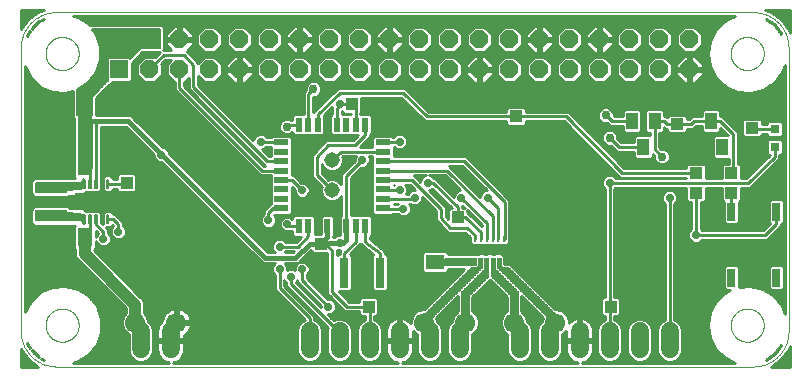
<source format=gtl>
G75*
%MOIN*%
%OFA0B0*%
%FSLAX25Y25*%
%IPPOS*%
%LPD*%
%AMOC8*
5,1,8,0,0,1.08239X$1,22.5*
%
%ADD10C,0.00000*%
%ADD11R,0.06000X0.06000*%
%ADD12OC8,0.06000*%
%ADD13C,0.03181*%
%ADD14R,0.13976X0.00984*%
%ADD15R,0.08465X0.06693*%
%ADD16C,0.00551*%
%ADD17R,0.10600X0.03150*%
%ADD18R,0.02200X0.05000*%
%ADD19R,0.05000X0.02200*%
%ADD20R,0.01102X0.01969*%
%ADD21R,0.07874X0.03543*%
%ADD22R,0.02756X0.00984*%
%ADD23C,0.06693*%
%ADD24R,0.04252X0.04134*%
%ADD25R,0.03150X0.10236*%
%ADD26R,0.04134X0.04252*%
%ADD27R,0.05118X0.06299*%
%ADD28C,0.06000*%
%ADD29R,0.04331X0.03937*%
%ADD30R,0.03150X0.03150*%
%ADD31C,0.05150*%
%ADD32R,0.06299X0.05118*%
%ADD33R,0.03937X0.05512*%
%ADD34R,0.03000X0.06000*%
%ADD35C,0.00500*%
%ADD36C,0.01000*%
%ADD37C,0.02781*%
%ADD38C,0.01102*%
%ADD39C,0.05000*%
%ADD40C,0.01600*%
%ADD41C,0.02978*%
%ADD42C,0.02362*%
%ADD43C,0.00100*%
%ADD44C,0.00600*%
%ADD45C,0.04000*%
D10*
X0016811Y0006117D02*
X0249094Y0006117D01*
X0249379Y0006120D01*
X0249665Y0006131D01*
X0249950Y0006148D01*
X0250234Y0006172D01*
X0250518Y0006203D01*
X0250801Y0006241D01*
X0251082Y0006286D01*
X0251363Y0006337D01*
X0251643Y0006395D01*
X0251921Y0006460D01*
X0252197Y0006532D01*
X0252471Y0006610D01*
X0252744Y0006695D01*
X0253014Y0006787D01*
X0253282Y0006885D01*
X0253548Y0006989D01*
X0253811Y0007100D01*
X0254071Y0007217D01*
X0254329Y0007340D01*
X0254583Y0007470D01*
X0254834Y0007606D01*
X0255082Y0007747D01*
X0255326Y0007895D01*
X0255567Y0008048D01*
X0255803Y0008208D01*
X0256036Y0008373D01*
X0256265Y0008543D01*
X0256490Y0008719D01*
X0256710Y0008901D01*
X0256926Y0009087D01*
X0257137Y0009279D01*
X0257344Y0009476D01*
X0257546Y0009678D01*
X0257743Y0009885D01*
X0257935Y0010096D01*
X0258121Y0010312D01*
X0258303Y0010532D01*
X0258479Y0010757D01*
X0258649Y0010986D01*
X0258814Y0011219D01*
X0258974Y0011455D01*
X0259127Y0011696D01*
X0259275Y0011940D01*
X0259416Y0012188D01*
X0259552Y0012439D01*
X0259682Y0012693D01*
X0259805Y0012951D01*
X0259922Y0013211D01*
X0260033Y0013474D01*
X0260137Y0013740D01*
X0260235Y0014008D01*
X0260327Y0014278D01*
X0260412Y0014551D01*
X0260490Y0014825D01*
X0260562Y0015101D01*
X0260627Y0015379D01*
X0260685Y0015659D01*
X0260736Y0015940D01*
X0260781Y0016221D01*
X0260819Y0016504D01*
X0260850Y0016788D01*
X0260874Y0017072D01*
X0260891Y0017357D01*
X0260902Y0017643D01*
X0260905Y0017928D01*
X0260906Y0017928D02*
X0260906Y0112416D01*
X0260905Y0112416D02*
X0260902Y0112701D01*
X0260891Y0112987D01*
X0260874Y0113272D01*
X0260850Y0113556D01*
X0260819Y0113840D01*
X0260781Y0114123D01*
X0260736Y0114404D01*
X0260685Y0114685D01*
X0260627Y0114965D01*
X0260562Y0115243D01*
X0260490Y0115519D01*
X0260412Y0115793D01*
X0260327Y0116066D01*
X0260235Y0116336D01*
X0260137Y0116604D01*
X0260033Y0116870D01*
X0259922Y0117133D01*
X0259805Y0117393D01*
X0259682Y0117651D01*
X0259552Y0117905D01*
X0259416Y0118156D01*
X0259275Y0118404D01*
X0259127Y0118648D01*
X0258974Y0118889D01*
X0258814Y0119125D01*
X0258649Y0119358D01*
X0258479Y0119587D01*
X0258303Y0119812D01*
X0258121Y0120032D01*
X0257935Y0120248D01*
X0257743Y0120459D01*
X0257546Y0120666D01*
X0257344Y0120868D01*
X0257137Y0121065D01*
X0256926Y0121257D01*
X0256710Y0121443D01*
X0256490Y0121625D01*
X0256265Y0121801D01*
X0256036Y0121971D01*
X0255803Y0122136D01*
X0255567Y0122296D01*
X0255326Y0122449D01*
X0255082Y0122597D01*
X0254834Y0122738D01*
X0254583Y0122874D01*
X0254329Y0123004D01*
X0254071Y0123127D01*
X0253811Y0123244D01*
X0253548Y0123355D01*
X0253282Y0123459D01*
X0253014Y0123557D01*
X0252744Y0123649D01*
X0252471Y0123734D01*
X0252197Y0123812D01*
X0251921Y0123884D01*
X0251643Y0123949D01*
X0251363Y0124007D01*
X0251082Y0124058D01*
X0250801Y0124103D01*
X0250518Y0124141D01*
X0250234Y0124172D01*
X0249950Y0124196D01*
X0249665Y0124213D01*
X0249379Y0124224D01*
X0249094Y0124227D01*
X0016811Y0124227D01*
X0016526Y0124224D01*
X0016240Y0124213D01*
X0015955Y0124196D01*
X0015671Y0124172D01*
X0015387Y0124141D01*
X0015104Y0124103D01*
X0014823Y0124058D01*
X0014542Y0124007D01*
X0014262Y0123949D01*
X0013984Y0123884D01*
X0013708Y0123812D01*
X0013434Y0123734D01*
X0013161Y0123649D01*
X0012891Y0123557D01*
X0012623Y0123459D01*
X0012357Y0123355D01*
X0012094Y0123244D01*
X0011834Y0123127D01*
X0011576Y0123004D01*
X0011322Y0122874D01*
X0011071Y0122738D01*
X0010823Y0122597D01*
X0010579Y0122449D01*
X0010338Y0122296D01*
X0010102Y0122136D01*
X0009869Y0121971D01*
X0009640Y0121801D01*
X0009415Y0121625D01*
X0009195Y0121443D01*
X0008979Y0121257D01*
X0008768Y0121065D01*
X0008561Y0120868D01*
X0008359Y0120666D01*
X0008162Y0120459D01*
X0007970Y0120248D01*
X0007784Y0120032D01*
X0007602Y0119812D01*
X0007426Y0119587D01*
X0007256Y0119358D01*
X0007091Y0119125D01*
X0006931Y0118889D01*
X0006778Y0118648D01*
X0006630Y0118404D01*
X0006489Y0118156D01*
X0006353Y0117905D01*
X0006223Y0117651D01*
X0006100Y0117393D01*
X0005983Y0117133D01*
X0005872Y0116870D01*
X0005768Y0116604D01*
X0005670Y0116336D01*
X0005578Y0116066D01*
X0005493Y0115793D01*
X0005415Y0115519D01*
X0005343Y0115243D01*
X0005278Y0114965D01*
X0005220Y0114685D01*
X0005169Y0114404D01*
X0005124Y0114123D01*
X0005086Y0113840D01*
X0005055Y0113556D01*
X0005031Y0113272D01*
X0005014Y0112987D01*
X0005003Y0112701D01*
X0005000Y0112416D01*
X0005000Y0017928D01*
X0005003Y0017643D01*
X0005014Y0017357D01*
X0005031Y0017072D01*
X0005055Y0016788D01*
X0005086Y0016504D01*
X0005124Y0016221D01*
X0005169Y0015940D01*
X0005220Y0015659D01*
X0005278Y0015379D01*
X0005343Y0015101D01*
X0005415Y0014825D01*
X0005493Y0014551D01*
X0005578Y0014278D01*
X0005670Y0014008D01*
X0005768Y0013740D01*
X0005872Y0013474D01*
X0005983Y0013211D01*
X0006100Y0012951D01*
X0006223Y0012693D01*
X0006353Y0012439D01*
X0006489Y0012188D01*
X0006630Y0011940D01*
X0006778Y0011696D01*
X0006931Y0011455D01*
X0007091Y0011219D01*
X0007256Y0010986D01*
X0007426Y0010757D01*
X0007602Y0010532D01*
X0007784Y0010312D01*
X0007970Y0010096D01*
X0008162Y0009885D01*
X0008359Y0009678D01*
X0008561Y0009476D01*
X0008768Y0009279D01*
X0008979Y0009087D01*
X0009195Y0008901D01*
X0009415Y0008719D01*
X0009640Y0008543D01*
X0009869Y0008373D01*
X0010102Y0008208D01*
X0010338Y0008048D01*
X0010579Y0007895D01*
X0010823Y0007747D01*
X0011071Y0007606D01*
X0011322Y0007470D01*
X0011576Y0007340D01*
X0011834Y0007217D01*
X0012094Y0007100D01*
X0012357Y0006989D01*
X0012623Y0006885D01*
X0012891Y0006787D01*
X0013161Y0006695D01*
X0013434Y0006610D01*
X0013708Y0006532D01*
X0013984Y0006460D01*
X0014262Y0006395D01*
X0014542Y0006337D01*
X0014823Y0006286D01*
X0015104Y0006241D01*
X0015387Y0006203D01*
X0015671Y0006172D01*
X0015955Y0006148D01*
X0016240Y0006131D01*
X0016526Y0006120D01*
X0016811Y0006117D01*
X0013268Y0019896D02*
X0013270Y0020044D01*
X0013276Y0020192D01*
X0013286Y0020340D01*
X0013300Y0020487D01*
X0013318Y0020634D01*
X0013339Y0020780D01*
X0013365Y0020926D01*
X0013395Y0021071D01*
X0013428Y0021215D01*
X0013466Y0021358D01*
X0013507Y0021500D01*
X0013552Y0021641D01*
X0013600Y0021781D01*
X0013653Y0021920D01*
X0013709Y0022057D01*
X0013769Y0022192D01*
X0013832Y0022326D01*
X0013899Y0022458D01*
X0013970Y0022588D01*
X0014044Y0022716D01*
X0014121Y0022842D01*
X0014202Y0022966D01*
X0014286Y0023088D01*
X0014373Y0023207D01*
X0014464Y0023324D01*
X0014558Y0023439D01*
X0014654Y0023551D01*
X0014754Y0023661D01*
X0014856Y0023767D01*
X0014962Y0023871D01*
X0015070Y0023972D01*
X0015181Y0024070D01*
X0015294Y0024166D01*
X0015410Y0024258D01*
X0015528Y0024347D01*
X0015649Y0024432D01*
X0015772Y0024515D01*
X0015897Y0024594D01*
X0016024Y0024670D01*
X0016153Y0024742D01*
X0016284Y0024811D01*
X0016417Y0024876D01*
X0016552Y0024937D01*
X0016688Y0024995D01*
X0016825Y0025050D01*
X0016964Y0025100D01*
X0017105Y0025147D01*
X0017246Y0025190D01*
X0017389Y0025230D01*
X0017533Y0025265D01*
X0017677Y0025297D01*
X0017823Y0025324D01*
X0017969Y0025348D01*
X0018116Y0025368D01*
X0018263Y0025384D01*
X0018410Y0025396D01*
X0018558Y0025404D01*
X0018706Y0025408D01*
X0018854Y0025408D01*
X0019002Y0025404D01*
X0019150Y0025396D01*
X0019297Y0025384D01*
X0019444Y0025368D01*
X0019591Y0025348D01*
X0019737Y0025324D01*
X0019883Y0025297D01*
X0020027Y0025265D01*
X0020171Y0025230D01*
X0020314Y0025190D01*
X0020455Y0025147D01*
X0020596Y0025100D01*
X0020735Y0025050D01*
X0020872Y0024995D01*
X0021008Y0024937D01*
X0021143Y0024876D01*
X0021276Y0024811D01*
X0021407Y0024742D01*
X0021536Y0024670D01*
X0021663Y0024594D01*
X0021788Y0024515D01*
X0021911Y0024432D01*
X0022032Y0024347D01*
X0022150Y0024258D01*
X0022266Y0024166D01*
X0022379Y0024070D01*
X0022490Y0023972D01*
X0022598Y0023871D01*
X0022704Y0023767D01*
X0022806Y0023661D01*
X0022906Y0023551D01*
X0023002Y0023439D01*
X0023096Y0023324D01*
X0023187Y0023207D01*
X0023274Y0023088D01*
X0023358Y0022966D01*
X0023439Y0022842D01*
X0023516Y0022716D01*
X0023590Y0022588D01*
X0023661Y0022458D01*
X0023728Y0022326D01*
X0023791Y0022192D01*
X0023851Y0022057D01*
X0023907Y0021920D01*
X0023960Y0021781D01*
X0024008Y0021641D01*
X0024053Y0021500D01*
X0024094Y0021358D01*
X0024132Y0021215D01*
X0024165Y0021071D01*
X0024195Y0020926D01*
X0024221Y0020780D01*
X0024242Y0020634D01*
X0024260Y0020487D01*
X0024274Y0020340D01*
X0024284Y0020192D01*
X0024290Y0020044D01*
X0024292Y0019896D01*
X0024290Y0019748D01*
X0024284Y0019600D01*
X0024274Y0019452D01*
X0024260Y0019305D01*
X0024242Y0019158D01*
X0024221Y0019012D01*
X0024195Y0018866D01*
X0024165Y0018721D01*
X0024132Y0018577D01*
X0024094Y0018434D01*
X0024053Y0018292D01*
X0024008Y0018151D01*
X0023960Y0018011D01*
X0023907Y0017872D01*
X0023851Y0017735D01*
X0023791Y0017600D01*
X0023728Y0017466D01*
X0023661Y0017334D01*
X0023590Y0017204D01*
X0023516Y0017076D01*
X0023439Y0016950D01*
X0023358Y0016826D01*
X0023274Y0016704D01*
X0023187Y0016585D01*
X0023096Y0016468D01*
X0023002Y0016353D01*
X0022906Y0016241D01*
X0022806Y0016131D01*
X0022704Y0016025D01*
X0022598Y0015921D01*
X0022490Y0015820D01*
X0022379Y0015722D01*
X0022266Y0015626D01*
X0022150Y0015534D01*
X0022032Y0015445D01*
X0021911Y0015360D01*
X0021788Y0015277D01*
X0021663Y0015198D01*
X0021536Y0015122D01*
X0021407Y0015050D01*
X0021276Y0014981D01*
X0021143Y0014916D01*
X0021008Y0014855D01*
X0020872Y0014797D01*
X0020735Y0014742D01*
X0020596Y0014692D01*
X0020455Y0014645D01*
X0020314Y0014602D01*
X0020171Y0014562D01*
X0020027Y0014527D01*
X0019883Y0014495D01*
X0019737Y0014468D01*
X0019591Y0014444D01*
X0019444Y0014424D01*
X0019297Y0014408D01*
X0019150Y0014396D01*
X0019002Y0014388D01*
X0018854Y0014384D01*
X0018706Y0014384D01*
X0018558Y0014388D01*
X0018410Y0014396D01*
X0018263Y0014408D01*
X0018116Y0014424D01*
X0017969Y0014444D01*
X0017823Y0014468D01*
X0017677Y0014495D01*
X0017533Y0014527D01*
X0017389Y0014562D01*
X0017246Y0014602D01*
X0017105Y0014645D01*
X0016964Y0014692D01*
X0016825Y0014742D01*
X0016688Y0014797D01*
X0016552Y0014855D01*
X0016417Y0014916D01*
X0016284Y0014981D01*
X0016153Y0015050D01*
X0016024Y0015122D01*
X0015897Y0015198D01*
X0015772Y0015277D01*
X0015649Y0015360D01*
X0015528Y0015445D01*
X0015410Y0015534D01*
X0015294Y0015626D01*
X0015181Y0015722D01*
X0015070Y0015820D01*
X0014962Y0015921D01*
X0014856Y0016025D01*
X0014754Y0016131D01*
X0014654Y0016241D01*
X0014558Y0016353D01*
X0014464Y0016468D01*
X0014373Y0016585D01*
X0014286Y0016704D01*
X0014202Y0016826D01*
X0014121Y0016950D01*
X0014044Y0017076D01*
X0013970Y0017204D01*
X0013899Y0017334D01*
X0013832Y0017466D01*
X0013769Y0017600D01*
X0013709Y0017735D01*
X0013653Y0017872D01*
X0013600Y0018011D01*
X0013552Y0018151D01*
X0013507Y0018292D01*
X0013466Y0018434D01*
X0013428Y0018577D01*
X0013395Y0018721D01*
X0013365Y0018866D01*
X0013339Y0019012D01*
X0013318Y0019158D01*
X0013300Y0019305D01*
X0013286Y0019452D01*
X0013276Y0019600D01*
X0013270Y0019748D01*
X0013268Y0019896D01*
X0158199Y0044867D02*
X0158201Y0044901D01*
X0158207Y0044935D01*
X0158217Y0044968D01*
X0158230Y0044999D01*
X0158248Y0045029D01*
X0158268Y0045057D01*
X0158292Y0045082D01*
X0158318Y0045104D01*
X0158346Y0045122D01*
X0158377Y0045138D01*
X0158409Y0045150D01*
X0158443Y0045158D01*
X0158477Y0045162D01*
X0158511Y0045162D01*
X0158545Y0045158D01*
X0158579Y0045150D01*
X0158611Y0045138D01*
X0158641Y0045122D01*
X0158670Y0045104D01*
X0158696Y0045082D01*
X0158720Y0045057D01*
X0158740Y0045029D01*
X0158758Y0044999D01*
X0158771Y0044968D01*
X0158781Y0044935D01*
X0158787Y0044901D01*
X0158789Y0044867D01*
X0158787Y0044833D01*
X0158781Y0044799D01*
X0158771Y0044766D01*
X0158758Y0044735D01*
X0158740Y0044705D01*
X0158720Y0044677D01*
X0158696Y0044652D01*
X0158670Y0044630D01*
X0158642Y0044612D01*
X0158611Y0044596D01*
X0158579Y0044584D01*
X0158545Y0044576D01*
X0158511Y0044572D01*
X0158477Y0044572D01*
X0158443Y0044576D01*
X0158409Y0044584D01*
X0158377Y0044596D01*
X0158346Y0044612D01*
X0158318Y0044630D01*
X0158292Y0044652D01*
X0158268Y0044677D01*
X0158248Y0044705D01*
X0158230Y0044735D01*
X0158217Y0044766D01*
X0158207Y0044799D01*
X0158201Y0044833D01*
X0158199Y0044867D01*
X0160955Y0044867D02*
X0160957Y0044901D01*
X0160963Y0044935D01*
X0160973Y0044968D01*
X0160986Y0044999D01*
X0161004Y0045029D01*
X0161024Y0045057D01*
X0161048Y0045082D01*
X0161074Y0045104D01*
X0161102Y0045122D01*
X0161133Y0045138D01*
X0161165Y0045150D01*
X0161199Y0045158D01*
X0161233Y0045162D01*
X0161267Y0045162D01*
X0161301Y0045158D01*
X0161335Y0045150D01*
X0161367Y0045138D01*
X0161397Y0045122D01*
X0161426Y0045104D01*
X0161452Y0045082D01*
X0161476Y0045057D01*
X0161496Y0045029D01*
X0161514Y0044999D01*
X0161527Y0044968D01*
X0161537Y0044935D01*
X0161543Y0044901D01*
X0161545Y0044867D01*
X0161543Y0044833D01*
X0161537Y0044799D01*
X0161527Y0044766D01*
X0161514Y0044735D01*
X0161496Y0044705D01*
X0161476Y0044677D01*
X0161452Y0044652D01*
X0161426Y0044630D01*
X0161398Y0044612D01*
X0161367Y0044596D01*
X0161335Y0044584D01*
X0161301Y0044576D01*
X0161267Y0044572D01*
X0161233Y0044572D01*
X0161199Y0044576D01*
X0161165Y0044584D01*
X0161133Y0044596D01*
X0161102Y0044612D01*
X0161074Y0044630D01*
X0161048Y0044652D01*
X0161024Y0044677D01*
X0161004Y0044705D01*
X0160986Y0044735D01*
X0160973Y0044766D01*
X0160963Y0044799D01*
X0160957Y0044833D01*
X0160955Y0044867D01*
X0163711Y0044867D02*
X0163713Y0044901D01*
X0163719Y0044935D01*
X0163729Y0044968D01*
X0163742Y0044999D01*
X0163760Y0045029D01*
X0163780Y0045057D01*
X0163804Y0045082D01*
X0163830Y0045104D01*
X0163858Y0045122D01*
X0163889Y0045138D01*
X0163921Y0045150D01*
X0163955Y0045158D01*
X0163989Y0045162D01*
X0164023Y0045162D01*
X0164057Y0045158D01*
X0164091Y0045150D01*
X0164123Y0045138D01*
X0164153Y0045122D01*
X0164182Y0045104D01*
X0164208Y0045082D01*
X0164232Y0045057D01*
X0164252Y0045029D01*
X0164270Y0044999D01*
X0164283Y0044968D01*
X0164293Y0044935D01*
X0164299Y0044901D01*
X0164301Y0044867D01*
X0164299Y0044833D01*
X0164293Y0044799D01*
X0164283Y0044766D01*
X0164270Y0044735D01*
X0164252Y0044705D01*
X0164232Y0044677D01*
X0164208Y0044652D01*
X0164182Y0044630D01*
X0164154Y0044612D01*
X0164123Y0044596D01*
X0164091Y0044584D01*
X0164057Y0044576D01*
X0164023Y0044572D01*
X0163989Y0044572D01*
X0163955Y0044576D01*
X0163921Y0044584D01*
X0163889Y0044596D01*
X0163858Y0044612D01*
X0163830Y0044630D01*
X0163804Y0044652D01*
X0163780Y0044677D01*
X0163760Y0044705D01*
X0163742Y0044735D01*
X0163729Y0044766D01*
X0163719Y0044799D01*
X0163713Y0044833D01*
X0163711Y0044867D01*
X0241614Y0019896D02*
X0241616Y0020044D01*
X0241622Y0020192D01*
X0241632Y0020340D01*
X0241646Y0020487D01*
X0241664Y0020634D01*
X0241685Y0020780D01*
X0241711Y0020926D01*
X0241741Y0021071D01*
X0241774Y0021215D01*
X0241812Y0021358D01*
X0241853Y0021500D01*
X0241898Y0021641D01*
X0241946Y0021781D01*
X0241999Y0021920D01*
X0242055Y0022057D01*
X0242115Y0022192D01*
X0242178Y0022326D01*
X0242245Y0022458D01*
X0242316Y0022588D01*
X0242390Y0022716D01*
X0242467Y0022842D01*
X0242548Y0022966D01*
X0242632Y0023088D01*
X0242719Y0023207D01*
X0242810Y0023324D01*
X0242904Y0023439D01*
X0243000Y0023551D01*
X0243100Y0023661D01*
X0243202Y0023767D01*
X0243308Y0023871D01*
X0243416Y0023972D01*
X0243527Y0024070D01*
X0243640Y0024166D01*
X0243756Y0024258D01*
X0243874Y0024347D01*
X0243995Y0024432D01*
X0244118Y0024515D01*
X0244243Y0024594D01*
X0244370Y0024670D01*
X0244499Y0024742D01*
X0244630Y0024811D01*
X0244763Y0024876D01*
X0244898Y0024937D01*
X0245034Y0024995D01*
X0245171Y0025050D01*
X0245310Y0025100D01*
X0245451Y0025147D01*
X0245592Y0025190D01*
X0245735Y0025230D01*
X0245879Y0025265D01*
X0246023Y0025297D01*
X0246169Y0025324D01*
X0246315Y0025348D01*
X0246462Y0025368D01*
X0246609Y0025384D01*
X0246756Y0025396D01*
X0246904Y0025404D01*
X0247052Y0025408D01*
X0247200Y0025408D01*
X0247348Y0025404D01*
X0247496Y0025396D01*
X0247643Y0025384D01*
X0247790Y0025368D01*
X0247937Y0025348D01*
X0248083Y0025324D01*
X0248229Y0025297D01*
X0248373Y0025265D01*
X0248517Y0025230D01*
X0248660Y0025190D01*
X0248801Y0025147D01*
X0248942Y0025100D01*
X0249081Y0025050D01*
X0249218Y0024995D01*
X0249354Y0024937D01*
X0249489Y0024876D01*
X0249622Y0024811D01*
X0249753Y0024742D01*
X0249882Y0024670D01*
X0250009Y0024594D01*
X0250134Y0024515D01*
X0250257Y0024432D01*
X0250378Y0024347D01*
X0250496Y0024258D01*
X0250612Y0024166D01*
X0250725Y0024070D01*
X0250836Y0023972D01*
X0250944Y0023871D01*
X0251050Y0023767D01*
X0251152Y0023661D01*
X0251252Y0023551D01*
X0251348Y0023439D01*
X0251442Y0023324D01*
X0251533Y0023207D01*
X0251620Y0023088D01*
X0251704Y0022966D01*
X0251785Y0022842D01*
X0251862Y0022716D01*
X0251936Y0022588D01*
X0252007Y0022458D01*
X0252074Y0022326D01*
X0252137Y0022192D01*
X0252197Y0022057D01*
X0252253Y0021920D01*
X0252306Y0021781D01*
X0252354Y0021641D01*
X0252399Y0021500D01*
X0252440Y0021358D01*
X0252478Y0021215D01*
X0252511Y0021071D01*
X0252541Y0020926D01*
X0252567Y0020780D01*
X0252588Y0020634D01*
X0252606Y0020487D01*
X0252620Y0020340D01*
X0252630Y0020192D01*
X0252636Y0020044D01*
X0252638Y0019896D01*
X0252636Y0019748D01*
X0252630Y0019600D01*
X0252620Y0019452D01*
X0252606Y0019305D01*
X0252588Y0019158D01*
X0252567Y0019012D01*
X0252541Y0018866D01*
X0252511Y0018721D01*
X0252478Y0018577D01*
X0252440Y0018434D01*
X0252399Y0018292D01*
X0252354Y0018151D01*
X0252306Y0018011D01*
X0252253Y0017872D01*
X0252197Y0017735D01*
X0252137Y0017600D01*
X0252074Y0017466D01*
X0252007Y0017334D01*
X0251936Y0017204D01*
X0251862Y0017076D01*
X0251785Y0016950D01*
X0251704Y0016826D01*
X0251620Y0016704D01*
X0251533Y0016585D01*
X0251442Y0016468D01*
X0251348Y0016353D01*
X0251252Y0016241D01*
X0251152Y0016131D01*
X0251050Y0016025D01*
X0250944Y0015921D01*
X0250836Y0015820D01*
X0250725Y0015722D01*
X0250612Y0015626D01*
X0250496Y0015534D01*
X0250378Y0015445D01*
X0250257Y0015360D01*
X0250134Y0015277D01*
X0250009Y0015198D01*
X0249882Y0015122D01*
X0249753Y0015050D01*
X0249622Y0014981D01*
X0249489Y0014916D01*
X0249354Y0014855D01*
X0249218Y0014797D01*
X0249081Y0014742D01*
X0248942Y0014692D01*
X0248801Y0014645D01*
X0248660Y0014602D01*
X0248517Y0014562D01*
X0248373Y0014527D01*
X0248229Y0014495D01*
X0248083Y0014468D01*
X0247937Y0014444D01*
X0247790Y0014424D01*
X0247643Y0014408D01*
X0247496Y0014396D01*
X0247348Y0014388D01*
X0247200Y0014384D01*
X0247052Y0014384D01*
X0246904Y0014388D01*
X0246756Y0014396D01*
X0246609Y0014408D01*
X0246462Y0014424D01*
X0246315Y0014444D01*
X0246169Y0014468D01*
X0246023Y0014495D01*
X0245879Y0014527D01*
X0245735Y0014562D01*
X0245592Y0014602D01*
X0245451Y0014645D01*
X0245310Y0014692D01*
X0245171Y0014742D01*
X0245034Y0014797D01*
X0244898Y0014855D01*
X0244763Y0014916D01*
X0244630Y0014981D01*
X0244499Y0015050D01*
X0244370Y0015122D01*
X0244243Y0015198D01*
X0244118Y0015277D01*
X0243995Y0015360D01*
X0243874Y0015445D01*
X0243756Y0015534D01*
X0243640Y0015626D01*
X0243527Y0015722D01*
X0243416Y0015820D01*
X0243308Y0015921D01*
X0243202Y0016025D01*
X0243100Y0016131D01*
X0243000Y0016241D01*
X0242904Y0016353D01*
X0242810Y0016468D01*
X0242719Y0016585D01*
X0242632Y0016704D01*
X0242548Y0016826D01*
X0242467Y0016950D01*
X0242390Y0017076D01*
X0242316Y0017204D01*
X0242245Y0017334D01*
X0242178Y0017466D01*
X0242115Y0017600D01*
X0242055Y0017735D01*
X0241999Y0017872D01*
X0241946Y0018011D01*
X0241898Y0018151D01*
X0241853Y0018292D01*
X0241812Y0018434D01*
X0241774Y0018577D01*
X0241741Y0018721D01*
X0241711Y0018866D01*
X0241685Y0019012D01*
X0241664Y0019158D01*
X0241646Y0019305D01*
X0241632Y0019452D01*
X0241622Y0019600D01*
X0241616Y0019748D01*
X0241614Y0019896D01*
X0241614Y0110447D02*
X0241616Y0110595D01*
X0241622Y0110743D01*
X0241632Y0110891D01*
X0241646Y0111038D01*
X0241664Y0111185D01*
X0241685Y0111331D01*
X0241711Y0111477D01*
X0241741Y0111622D01*
X0241774Y0111766D01*
X0241812Y0111909D01*
X0241853Y0112051D01*
X0241898Y0112192D01*
X0241946Y0112332D01*
X0241999Y0112471D01*
X0242055Y0112608D01*
X0242115Y0112743D01*
X0242178Y0112877D01*
X0242245Y0113009D01*
X0242316Y0113139D01*
X0242390Y0113267D01*
X0242467Y0113393D01*
X0242548Y0113517D01*
X0242632Y0113639D01*
X0242719Y0113758D01*
X0242810Y0113875D01*
X0242904Y0113990D01*
X0243000Y0114102D01*
X0243100Y0114212D01*
X0243202Y0114318D01*
X0243308Y0114422D01*
X0243416Y0114523D01*
X0243527Y0114621D01*
X0243640Y0114717D01*
X0243756Y0114809D01*
X0243874Y0114898D01*
X0243995Y0114983D01*
X0244118Y0115066D01*
X0244243Y0115145D01*
X0244370Y0115221D01*
X0244499Y0115293D01*
X0244630Y0115362D01*
X0244763Y0115427D01*
X0244898Y0115488D01*
X0245034Y0115546D01*
X0245171Y0115601D01*
X0245310Y0115651D01*
X0245451Y0115698D01*
X0245592Y0115741D01*
X0245735Y0115781D01*
X0245879Y0115816D01*
X0246023Y0115848D01*
X0246169Y0115875D01*
X0246315Y0115899D01*
X0246462Y0115919D01*
X0246609Y0115935D01*
X0246756Y0115947D01*
X0246904Y0115955D01*
X0247052Y0115959D01*
X0247200Y0115959D01*
X0247348Y0115955D01*
X0247496Y0115947D01*
X0247643Y0115935D01*
X0247790Y0115919D01*
X0247937Y0115899D01*
X0248083Y0115875D01*
X0248229Y0115848D01*
X0248373Y0115816D01*
X0248517Y0115781D01*
X0248660Y0115741D01*
X0248801Y0115698D01*
X0248942Y0115651D01*
X0249081Y0115601D01*
X0249218Y0115546D01*
X0249354Y0115488D01*
X0249489Y0115427D01*
X0249622Y0115362D01*
X0249753Y0115293D01*
X0249882Y0115221D01*
X0250009Y0115145D01*
X0250134Y0115066D01*
X0250257Y0114983D01*
X0250378Y0114898D01*
X0250496Y0114809D01*
X0250612Y0114717D01*
X0250725Y0114621D01*
X0250836Y0114523D01*
X0250944Y0114422D01*
X0251050Y0114318D01*
X0251152Y0114212D01*
X0251252Y0114102D01*
X0251348Y0113990D01*
X0251442Y0113875D01*
X0251533Y0113758D01*
X0251620Y0113639D01*
X0251704Y0113517D01*
X0251785Y0113393D01*
X0251862Y0113267D01*
X0251936Y0113139D01*
X0252007Y0113009D01*
X0252074Y0112877D01*
X0252137Y0112743D01*
X0252197Y0112608D01*
X0252253Y0112471D01*
X0252306Y0112332D01*
X0252354Y0112192D01*
X0252399Y0112051D01*
X0252440Y0111909D01*
X0252478Y0111766D01*
X0252511Y0111622D01*
X0252541Y0111477D01*
X0252567Y0111331D01*
X0252588Y0111185D01*
X0252606Y0111038D01*
X0252620Y0110891D01*
X0252630Y0110743D01*
X0252636Y0110595D01*
X0252638Y0110447D01*
X0252636Y0110299D01*
X0252630Y0110151D01*
X0252620Y0110003D01*
X0252606Y0109856D01*
X0252588Y0109709D01*
X0252567Y0109563D01*
X0252541Y0109417D01*
X0252511Y0109272D01*
X0252478Y0109128D01*
X0252440Y0108985D01*
X0252399Y0108843D01*
X0252354Y0108702D01*
X0252306Y0108562D01*
X0252253Y0108423D01*
X0252197Y0108286D01*
X0252137Y0108151D01*
X0252074Y0108017D01*
X0252007Y0107885D01*
X0251936Y0107755D01*
X0251862Y0107627D01*
X0251785Y0107501D01*
X0251704Y0107377D01*
X0251620Y0107255D01*
X0251533Y0107136D01*
X0251442Y0107019D01*
X0251348Y0106904D01*
X0251252Y0106792D01*
X0251152Y0106682D01*
X0251050Y0106576D01*
X0250944Y0106472D01*
X0250836Y0106371D01*
X0250725Y0106273D01*
X0250612Y0106177D01*
X0250496Y0106085D01*
X0250378Y0105996D01*
X0250257Y0105911D01*
X0250134Y0105828D01*
X0250009Y0105749D01*
X0249882Y0105673D01*
X0249753Y0105601D01*
X0249622Y0105532D01*
X0249489Y0105467D01*
X0249354Y0105406D01*
X0249218Y0105348D01*
X0249081Y0105293D01*
X0248942Y0105243D01*
X0248801Y0105196D01*
X0248660Y0105153D01*
X0248517Y0105113D01*
X0248373Y0105078D01*
X0248229Y0105046D01*
X0248083Y0105019D01*
X0247937Y0104995D01*
X0247790Y0104975D01*
X0247643Y0104959D01*
X0247496Y0104947D01*
X0247348Y0104939D01*
X0247200Y0104935D01*
X0247052Y0104935D01*
X0246904Y0104939D01*
X0246756Y0104947D01*
X0246609Y0104959D01*
X0246462Y0104975D01*
X0246315Y0104995D01*
X0246169Y0105019D01*
X0246023Y0105046D01*
X0245879Y0105078D01*
X0245735Y0105113D01*
X0245592Y0105153D01*
X0245451Y0105196D01*
X0245310Y0105243D01*
X0245171Y0105293D01*
X0245034Y0105348D01*
X0244898Y0105406D01*
X0244763Y0105467D01*
X0244630Y0105532D01*
X0244499Y0105601D01*
X0244370Y0105673D01*
X0244243Y0105749D01*
X0244118Y0105828D01*
X0243995Y0105911D01*
X0243874Y0105996D01*
X0243756Y0106085D01*
X0243640Y0106177D01*
X0243527Y0106273D01*
X0243416Y0106371D01*
X0243308Y0106472D01*
X0243202Y0106576D01*
X0243100Y0106682D01*
X0243000Y0106792D01*
X0242904Y0106904D01*
X0242810Y0107019D01*
X0242719Y0107136D01*
X0242632Y0107255D01*
X0242548Y0107377D01*
X0242467Y0107501D01*
X0242390Y0107627D01*
X0242316Y0107755D01*
X0242245Y0107885D01*
X0242178Y0108017D01*
X0242115Y0108151D01*
X0242055Y0108286D01*
X0241999Y0108423D01*
X0241946Y0108562D01*
X0241898Y0108702D01*
X0241853Y0108843D01*
X0241812Y0108985D01*
X0241774Y0109128D01*
X0241741Y0109272D01*
X0241711Y0109417D01*
X0241685Y0109563D01*
X0241664Y0109709D01*
X0241646Y0109856D01*
X0241632Y0110003D01*
X0241622Y0110151D01*
X0241616Y0110299D01*
X0241614Y0110447D01*
X0013268Y0110447D02*
X0013270Y0110595D01*
X0013276Y0110743D01*
X0013286Y0110891D01*
X0013300Y0111038D01*
X0013318Y0111185D01*
X0013339Y0111331D01*
X0013365Y0111477D01*
X0013395Y0111622D01*
X0013428Y0111766D01*
X0013466Y0111909D01*
X0013507Y0112051D01*
X0013552Y0112192D01*
X0013600Y0112332D01*
X0013653Y0112471D01*
X0013709Y0112608D01*
X0013769Y0112743D01*
X0013832Y0112877D01*
X0013899Y0113009D01*
X0013970Y0113139D01*
X0014044Y0113267D01*
X0014121Y0113393D01*
X0014202Y0113517D01*
X0014286Y0113639D01*
X0014373Y0113758D01*
X0014464Y0113875D01*
X0014558Y0113990D01*
X0014654Y0114102D01*
X0014754Y0114212D01*
X0014856Y0114318D01*
X0014962Y0114422D01*
X0015070Y0114523D01*
X0015181Y0114621D01*
X0015294Y0114717D01*
X0015410Y0114809D01*
X0015528Y0114898D01*
X0015649Y0114983D01*
X0015772Y0115066D01*
X0015897Y0115145D01*
X0016024Y0115221D01*
X0016153Y0115293D01*
X0016284Y0115362D01*
X0016417Y0115427D01*
X0016552Y0115488D01*
X0016688Y0115546D01*
X0016825Y0115601D01*
X0016964Y0115651D01*
X0017105Y0115698D01*
X0017246Y0115741D01*
X0017389Y0115781D01*
X0017533Y0115816D01*
X0017677Y0115848D01*
X0017823Y0115875D01*
X0017969Y0115899D01*
X0018116Y0115919D01*
X0018263Y0115935D01*
X0018410Y0115947D01*
X0018558Y0115955D01*
X0018706Y0115959D01*
X0018854Y0115959D01*
X0019002Y0115955D01*
X0019150Y0115947D01*
X0019297Y0115935D01*
X0019444Y0115919D01*
X0019591Y0115899D01*
X0019737Y0115875D01*
X0019883Y0115848D01*
X0020027Y0115816D01*
X0020171Y0115781D01*
X0020314Y0115741D01*
X0020455Y0115698D01*
X0020596Y0115651D01*
X0020735Y0115601D01*
X0020872Y0115546D01*
X0021008Y0115488D01*
X0021143Y0115427D01*
X0021276Y0115362D01*
X0021407Y0115293D01*
X0021536Y0115221D01*
X0021663Y0115145D01*
X0021788Y0115066D01*
X0021911Y0114983D01*
X0022032Y0114898D01*
X0022150Y0114809D01*
X0022266Y0114717D01*
X0022379Y0114621D01*
X0022490Y0114523D01*
X0022598Y0114422D01*
X0022704Y0114318D01*
X0022806Y0114212D01*
X0022906Y0114102D01*
X0023002Y0113990D01*
X0023096Y0113875D01*
X0023187Y0113758D01*
X0023274Y0113639D01*
X0023358Y0113517D01*
X0023439Y0113393D01*
X0023516Y0113267D01*
X0023590Y0113139D01*
X0023661Y0113009D01*
X0023728Y0112877D01*
X0023791Y0112743D01*
X0023851Y0112608D01*
X0023907Y0112471D01*
X0023960Y0112332D01*
X0024008Y0112192D01*
X0024053Y0112051D01*
X0024094Y0111909D01*
X0024132Y0111766D01*
X0024165Y0111622D01*
X0024195Y0111477D01*
X0024221Y0111331D01*
X0024242Y0111185D01*
X0024260Y0111038D01*
X0024274Y0110891D01*
X0024284Y0110743D01*
X0024290Y0110595D01*
X0024292Y0110447D01*
X0024290Y0110299D01*
X0024284Y0110151D01*
X0024274Y0110003D01*
X0024260Y0109856D01*
X0024242Y0109709D01*
X0024221Y0109563D01*
X0024195Y0109417D01*
X0024165Y0109272D01*
X0024132Y0109128D01*
X0024094Y0108985D01*
X0024053Y0108843D01*
X0024008Y0108702D01*
X0023960Y0108562D01*
X0023907Y0108423D01*
X0023851Y0108286D01*
X0023791Y0108151D01*
X0023728Y0108017D01*
X0023661Y0107885D01*
X0023590Y0107755D01*
X0023516Y0107627D01*
X0023439Y0107501D01*
X0023358Y0107377D01*
X0023274Y0107255D01*
X0023187Y0107136D01*
X0023096Y0107019D01*
X0023002Y0106904D01*
X0022906Y0106792D01*
X0022806Y0106682D01*
X0022704Y0106576D01*
X0022598Y0106472D01*
X0022490Y0106371D01*
X0022379Y0106273D01*
X0022266Y0106177D01*
X0022150Y0106085D01*
X0022032Y0105996D01*
X0021911Y0105911D01*
X0021788Y0105828D01*
X0021663Y0105749D01*
X0021536Y0105673D01*
X0021407Y0105601D01*
X0021276Y0105532D01*
X0021143Y0105467D01*
X0021008Y0105406D01*
X0020872Y0105348D01*
X0020735Y0105293D01*
X0020596Y0105243D01*
X0020455Y0105196D01*
X0020314Y0105153D01*
X0020171Y0105113D01*
X0020027Y0105078D01*
X0019883Y0105046D01*
X0019737Y0105019D01*
X0019591Y0104995D01*
X0019444Y0104975D01*
X0019297Y0104959D01*
X0019150Y0104947D01*
X0019002Y0104939D01*
X0018854Y0104935D01*
X0018706Y0104935D01*
X0018558Y0104939D01*
X0018410Y0104947D01*
X0018263Y0104959D01*
X0018116Y0104975D01*
X0017969Y0104995D01*
X0017823Y0105019D01*
X0017677Y0105046D01*
X0017533Y0105078D01*
X0017389Y0105113D01*
X0017246Y0105153D01*
X0017105Y0105196D01*
X0016964Y0105243D01*
X0016825Y0105293D01*
X0016688Y0105348D01*
X0016552Y0105406D01*
X0016417Y0105467D01*
X0016284Y0105532D01*
X0016153Y0105601D01*
X0016024Y0105673D01*
X0015897Y0105749D01*
X0015772Y0105828D01*
X0015649Y0105911D01*
X0015528Y0105996D01*
X0015410Y0106085D01*
X0015294Y0106177D01*
X0015181Y0106273D01*
X0015070Y0106371D01*
X0014962Y0106472D01*
X0014856Y0106576D01*
X0014754Y0106682D01*
X0014654Y0106792D01*
X0014558Y0106904D01*
X0014464Y0107019D01*
X0014373Y0107136D01*
X0014286Y0107255D01*
X0014202Y0107377D01*
X0014121Y0107501D01*
X0014044Y0107627D01*
X0013970Y0107755D01*
X0013899Y0107885D01*
X0013832Y0108017D01*
X0013769Y0108151D01*
X0013709Y0108286D01*
X0013653Y0108423D01*
X0013600Y0108562D01*
X0013552Y0108702D01*
X0013507Y0108843D01*
X0013466Y0108985D01*
X0013428Y0109128D01*
X0013395Y0109272D01*
X0013365Y0109417D01*
X0013339Y0109563D01*
X0013318Y0109709D01*
X0013300Y0109856D01*
X0013286Y0110003D01*
X0013276Y0110151D01*
X0013270Y0110299D01*
X0013268Y0110447D01*
D11*
X0037835Y0105132D03*
D12*
X0047835Y0105132D03*
X0057835Y0105132D03*
X0067835Y0105132D03*
X0077835Y0105132D03*
X0087835Y0105132D03*
X0097835Y0105132D03*
X0107835Y0105132D03*
X0117835Y0105132D03*
X0127835Y0105132D03*
X0137835Y0105132D03*
X0147835Y0105132D03*
X0157835Y0105132D03*
X0167835Y0105132D03*
X0177835Y0105132D03*
X0187835Y0105132D03*
X0197835Y0105132D03*
X0207835Y0105132D03*
X0217835Y0105132D03*
X0227835Y0105132D03*
X0227835Y0115132D03*
X0217835Y0115132D03*
X0207835Y0115132D03*
X0197835Y0115132D03*
X0187835Y0115132D03*
X0177835Y0115132D03*
X0167835Y0115132D03*
X0157835Y0115132D03*
X0147835Y0115132D03*
X0137835Y0115132D03*
X0127835Y0115132D03*
X0117835Y0115132D03*
X0107835Y0115132D03*
X0097835Y0115132D03*
X0087835Y0115132D03*
X0077835Y0115132D03*
X0067835Y0115132D03*
X0057835Y0115132D03*
X0047835Y0115132D03*
X0037835Y0115132D03*
D13*
X0031969Y0063085D03*
X0030000Y0061117D03*
X0028031Y0063085D03*
X0028031Y0059148D03*
X0031969Y0059148D03*
D14*
X0030000Y0058754D03*
X0030000Y0060329D03*
X0030000Y0061904D03*
X0030000Y0063479D03*
D15*
X0030000Y0061117D03*
D16*
X0030276Y0056658D02*
X0030276Y0053862D01*
X0029724Y0053862D01*
X0029724Y0056658D01*
X0030276Y0056658D01*
X0030276Y0054412D02*
X0029724Y0054412D01*
X0029724Y0054962D02*
X0030276Y0054962D01*
X0030276Y0055512D02*
X0029724Y0055512D01*
X0029724Y0056062D02*
X0030276Y0056062D01*
X0030276Y0056612D02*
X0029724Y0056612D01*
X0028307Y0056658D02*
X0028307Y0053862D01*
X0027755Y0053862D01*
X0027755Y0056658D01*
X0028307Y0056658D01*
X0028307Y0054412D02*
X0027755Y0054412D01*
X0027755Y0054962D02*
X0028307Y0054962D01*
X0028307Y0055512D02*
X0027755Y0055512D01*
X0027755Y0056062D02*
X0028307Y0056062D01*
X0028307Y0056612D02*
X0027755Y0056612D01*
X0026339Y0056658D02*
X0026339Y0053862D01*
X0025787Y0053862D01*
X0025787Y0056658D01*
X0026339Y0056658D01*
X0026339Y0054412D02*
X0025787Y0054412D01*
X0025787Y0054962D02*
X0026339Y0054962D01*
X0026339Y0055512D02*
X0025787Y0055512D01*
X0025787Y0056062D02*
X0026339Y0056062D01*
X0026339Y0056612D02*
X0025787Y0056612D01*
X0032245Y0056658D02*
X0032245Y0053862D01*
X0031693Y0053862D01*
X0031693Y0056658D01*
X0032245Y0056658D01*
X0032245Y0054412D02*
X0031693Y0054412D01*
X0031693Y0054962D02*
X0032245Y0054962D01*
X0032245Y0055512D02*
X0031693Y0055512D01*
X0031693Y0056062D02*
X0032245Y0056062D01*
X0032245Y0056612D02*
X0031693Y0056612D01*
X0034213Y0056658D02*
X0034213Y0053862D01*
X0033661Y0053862D01*
X0033661Y0056658D01*
X0034213Y0056658D01*
X0034213Y0054412D02*
X0033661Y0054412D01*
X0033661Y0054962D02*
X0034213Y0054962D01*
X0034213Y0055512D02*
X0033661Y0055512D01*
X0033661Y0056062D02*
X0034213Y0056062D01*
X0034213Y0056612D02*
X0033661Y0056612D01*
X0033661Y0065624D02*
X0033661Y0068420D01*
X0034213Y0068420D01*
X0034213Y0065624D01*
X0033661Y0065624D01*
X0033661Y0066174D02*
X0034213Y0066174D01*
X0034213Y0066724D02*
X0033661Y0066724D01*
X0033661Y0067274D02*
X0034213Y0067274D01*
X0034213Y0067824D02*
X0033661Y0067824D01*
X0033661Y0068374D02*
X0034213Y0068374D01*
X0031693Y0068420D02*
X0031693Y0065624D01*
X0031693Y0068420D02*
X0032245Y0068420D01*
X0032245Y0065624D01*
X0031693Y0065624D01*
X0031693Y0066174D02*
X0032245Y0066174D01*
X0032245Y0066724D02*
X0031693Y0066724D01*
X0031693Y0067274D02*
X0032245Y0067274D01*
X0032245Y0067824D02*
X0031693Y0067824D01*
X0031693Y0068374D02*
X0032245Y0068374D01*
X0029724Y0068420D02*
X0029724Y0065624D01*
X0029724Y0068420D02*
X0030276Y0068420D01*
X0030276Y0065624D01*
X0029724Y0065624D01*
X0029724Y0066174D02*
X0030276Y0066174D01*
X0030276Y0066724D02*
X0029724Y0066724D01*
X0029724Y0067274D02*
X0030276Y0067274D01*
X0030276Y0067824D02*
X0029724Y0067824D01*
X0029724Y0068374D02*
X0030276Y0068374D01*
X0027755Y0068420D02*
X0027755Y0065624D01*
X0027755Y0068420D02*
X0028307Y0068420D01*
X0028307Y0065624D01*
X0027755Y0065624D01*
X0027755Y0066174D02*
X0028307Y0066174D01*
X0028307Y0066724D02*
X0027755Y0066724D01*
X0027755Y0067274D02*
X0028307Y0067274D01*
X0028307Y0067824D02*
X0027755Y0067824D01*
X0027755Y0068374D02*
X0028307Y0068374D01*
X0025787Y0068420D02*
X0025787Y0065624D01*
X0025787Y0068420D02*
X0026339Y0068420D01*
X0026339Y0065624D01*
X0025787Y0065624D01*
X0025787Y0066174D02*
X0026339Y0066174D01*
X0026339Y0066724D02*
X0025787Y0066724D01*
X0025787Y0067274D02*
X0026339Y0067274D01*
X0026339Y0067824D02*
X0025787Y0067824D01*
X0025787Y0068374D02*
X0026339Y0068374D01*
D17*
X0015000Y0065442D03*
X0015000Y0056792D03*
D18*
X0097726Y0052967D03*
X0100876Y0052967D03*
X0104026Y0052967D03*
X0107175Y0052967D03*
X0110325Y0052967D03*
X0113474Y0052967D03*
X0116624Y0052967D03*
X0119774Y0052967D03*
X0119774Y0086767D03*
X0116624Y0086767D03*
X0113474Y0086767D03*
X0110325Y0086767D03*
X0107175Y0086767D03*
X0104026Y0086767D03*
X0100876Y0086767D03*
X0097726Y0086767D03*
D19*
X0091850Y0080890D03*
X0091850Y0077741D03*
X0091850Y0074591D03*
X0091850Y0071441D03*
X0091850Y0068292D03*
X0091850Y0065142D03*
X0091850Y0061993D03*
X0091850Y0058843D03*
X0125650Y0058843D03*
X0125650Y0061993D03*
X0125650Y0065142D03*
X0125650Y0068292D03*
X0125650Y0071441D03*
X0125650Y0074591D03*
X0125650Y0077741D03*
X0125650Y0080890D03*
D20*
X0156329Y0048607D03*
X0158297Y0048607D03*
X0160266Y0048607D03*
X0162234Y0048607D03*
X0164203Y0048607D03*
X0166171Y0048607D03*
X0166171Y0041127D03*
X0164203Y0041127D03*
X0162234Y0041127D03*
X0160266Y0041127D03*
X0158297Y0041127D03*
X0156329Y0041127D03*
D21*
X0161250Y0044867D03*
D22*
X0155935Y0045851D03*
X0155935Y0043882D03*
X0166565Y0043882D03*
X0166565Y0045851D03*
D23*
X0169360Y0020723D03*
X0183140Y0020723D03*
X0153140Y0020723D03*
X0139360Y0020723D03*
X0056890Y0020723D03*
X0043110Y0020723D03*
D24*
X0105000Y0040172D03*
X0105000Y0047062D03*
X0150625Y0048922D03*
X0150625Y0055812D03*
D25*
X0124656Y0037367D03*
X0118750Y0037367D03*
X0112844Y0037367D03*
D26*
X0120930Y0026117D03*
X0127820Y0026117D03*
X0194680Y0026117D03*
X0201570Y0026117D03*
X0122195Y0093617D03*
X0115305Y0093617D03*
X0047195Y0067367D03*
X0040305Y0067367D03*
D27*
X0026437Y0072992D03*
X0018563Y0072992D03*
X0018563Y0080492D03*
X0026437Y0080492D03*
X0026437Y0087992D03*
X0018563Y0087992D03*
X0018563Y0049242D03*
X0026437Y0049242D03*
D28*
X0045000Y0017867D02*
X0045000Y0011867D01*
X0055000Y0011867D02*
X0055000Y0017867D01*
X0101250Y0017867D02*
X0101250Y0011867D01*
X0111250Y0011867D02*
X0111250Y0017867D01*
X0121250Y0017867D02*
X0121250Y0011867D01*
X0131250Y0011867D02*
X0131250Y0017867D01*
X0141250Y0017867D02*
X0141250Y0011867D01*
X0151250Y0011867D02*
X0151250Y0017867D01*
X0171250Y0017867D02*
X0171250Y0011867D01*
X0181250Y0011867D02*
X0181250Y0017867D01*
X0191250Y0017867D02*
X0191250Y0011867D01*
X0201250Y0011867D02*
X0201250Y0017867D01*
X0211250Y0017867D02*
X0211250Y0011867D01*
X0221250Y0011867D02*
X0221250Y0017867D01*
D29*
X0230000Y0064020D03*
X0230000Y0070713D03*
X0241875Y0070713D03*
X0241875Y0064020D03*
X0248750Y0079020D03*
X0248750Y0085713D03*
X0223750Y0086963D03*
X0223750Y0080270D03*
X0170000Y0082770D03*
X0170000Y0089463D03*
D30*
X0256250Y0085319D03*
X0256250Y0079414D03*
D31*
X0108750Y0074867D03*
X0108750Y0064867D03*
D32*
X0143125Y0048804D03*
X0143125Y0040930D03*
D33*
X0212500Y0079286D03*
X0208760Y0087947D03*
X0216240Y0087947D03*
X0235000Y0087947D03*
X0231260Y0079286D03*
X0238740Y0079286D03*
D34*
X0241875Y0057742D03*
X0256875Y0057742D03*
X0256875Y0035742D03*
X0241875Y0035742D03*
D35*
X0051250Y0112367D02*
X0045000Y0112367D01*
X0041401Y0108768D01*
X0041187Y0108982D01*
X0034483Y0108982D01*
X0033985Y0108484D01*
X0033985Y0101780D01*
X0034199Y0101566D01*
X0028750Y0096117D01*
X0028750Y0089867D01*
X0023750Y0089867D01*
X0023750Y0098525D01*
X0023983Y0098584D01*
X0027554Y0100916D01*
X0030173Y0104282D01*
X0031558Y0108315D01*
X0031558Y0112580D01*
X0030173Y0116613D01*
X0028613Y0118617D01*
X0051250Y0118617D01*
X0051250Y0112367D01*
X0051250Y0112798D02*
X0031483Y0112798D01*
X0031558Y0112300D02*
X0044933Y0112300D01*
X0044434Y0111801D02*
X0031558Y0111801D01*
X0031558Y0111303D02*
X0043936Y0111303D01*
X0043437Y0110804D02*
X0031558Y0110804D01*
X0031558Y0110306D02*
X0042939Y0110306D01*
X0042440Y0109807D02*
X0031558Y0109807D01*
X0031558Y0109309D02*
X0041942Y0109309D01*
X0041443Y0108810D02*
X0041359Y0108810D01*
X0034310Y0108810D02*
X0031558Y0108810D01*
X0031556Y0108311D02*
X0033985Y0108311D01*
X0033985Y0107813D02*
X0031385Y0107813D01*
X0031214Y0107314D02*
X0033985Y0107314D01*
X0033985Y0106816D02*
X0031043Y0106816D01*
X0030872Y0106317D02*
X0033985Y0106317D01*
X0033985Y0105819D02*
X0030701Y0105819D01*
X0030529Y0105320D02*
X0033985Y0105320D01*
X0033985Y0104822D02*
X0030358Y0104822D01*
X0030187Y0104323D02*
X0033985Y0104323D01*
X0033985Y0103825D02*
X0029817Y0103825D01*
X0029429Y0103326D02*
X0033985Y0103326D01*
X0033985Y0102828D02*
X0029041Y0102828D01*
X0028653Y0102329D02*
X0033985Y0102329D01*
X0033985Y0101831D02*
X0028265Y0101831D01*
X0027877Y0101332D02*
X0033966Y0101332D01*
X0033467Y0100834D02*
X0027427Y0100834D01*
X0026664Y0100335D02*
X0032969Y0100335D01*
X0032470Y0099837D02*
X0025901Y0099837D01*
X0025138Y0099338D02*
X0031972Y0099338D01*
X0031473Y0098840D02*
X0024375Y0098840D01*
X0023750Y0098341D02*
X0030975Y0098341D01*
X0030476Y0097843D02*
X0023750Y0097843D01*
X0023750Y0097344D02*
X0029978Y0097344D01*
X0029479Y0096846D02*
X0023750Y0096846D01*
X0023750Y0096347D02*
X0028981Y0096347D01*
X0028750Y0095849D02*
X0023750Y0095849D01*
X0023750Y0095350D02*
X0028750Y0095350D01*
X0028750Y0094852D02*
X0023750Y0094852D01*
X0023750Y0094353D02*
X0028750Y0094353D01*
X0028750Y0093855D02*
X0023750Y0093855D01*
X0023750Y0093356D02*
X0028750Y0093356D01*
X0028750Y0092858D02*
X0023750Y0092858D01*
X0023750Y0092359D02*
X0028750Y0092359D01*
X0028750Y0091861D02*
X0023750Y0091861D01*
X0023750Y0091362D02*
X0028750Y0091362D01*
X0028750Y0090864D02*
X0023750Y0090864D01*
X0023750Y0090365D02*
X0028750Y0090365D01*
X0026230Y0068592D02*
X0026230Y0066097D01*
X0025846Y0065713D01*
X0025250Y0065713D01*
X0024758Y0065221D01*
X0022494Y0065221D01*
X0022140Y0064867D01*
X0010000Y0064867D01*
X0010000Y0067367D01*
X0025000Y0067367D01*
X0026225Y0068592D01*
X0026230Y0068592D01*
X0026230Y0068431D02*
X0026064Y0068431D01*
X0026230Y0067932D02*
X0025565Y0067932D01*
X0025067Y0067434D02*
X0026230Y0067434D01*
X0026230Y0066935D02*
X0010000Y0066935D01*
X0010000Y0066437D02*
X0026230Y0066437D01*
X0026071Y0065938D02*
X0010000Y0065938D01*
X0010000Y0065440D02*
X0024976Y0065440D01*
X0022214Y0064941D02*
X0010000Y0064941D01*
X0010000Y0057367D02*
X0022140Y0057367D01*
X0022494Y0057012D01*
X0024758Y0057012D01*
X0025250Y0056520D01*
X0025846Y0056520D01*
X0026230Y0056136D01*
X0026230Y0053641D01*
X0026225Y0053641D01*
X0025000Y0054867D01*
X0010000Y0054867D01*
X0010000Y0057367D01*
X0010000Y0056965D02*
X0024805Y0056965D01*
X0025900Y0056466D02*
X0010000Y0056466D01*
X0010000Y0055968D02*
X0026230Y0055968D01*
X0026230Y0055469D02*
X0010000Y0055469D01*
X0010000Y0054971D02*
X0026230Y0054971D01*
X0026230Y0054472D02*
X0025394Y0054472D01*
X0025893Y0053974D02*
X0026230Y0053974D01*
X0031311Y0113297D02*
X0051250Y0113297D01*
X0051250Y0113795D02*
X0031140Y0113795D01*
X0030969Y0114294D02*
X0051250Y0114294D01*
X0051250Y0114792D02*
X0030798Y0114792D01*
X0030627Y0115291D02*
X0051250Y0115291D01*
X0051250Y0115789D02*
X0030456Y0115789D01*
X0030285Y0116288D02*
X0051250Y0116288D01*
X0051250Y0116786D02*
X0030038Y0116786D01*
X0029650Y0117285D02*
X0051250Y0117285D01*
X0051250Y0117783D02*
X0029262Y0117783D01*
X0028874Y0118282D02*
X0051250Y0118282D01*
D36*
X0010762Y0006117D02*
X0005000Y0006117D01*
X0010762Y0006117D01*
X0007425Y0008541D01*
X0007425Y0008541D01*
X0005000Y0011878D01*
X0005000Y0006117D01*
X0005000Y0007115D02*
X0009387Y0007115D01*
X0008013Y0008114D02*
X0005000Y0008114D01*
X0005000Y0009112D02*
X0007010Y0009112D01*
X0006284Y0010111D02*
X0005000Y0010111D01*
X0005000Y0011109D02*
X0005559Y0011109D01*
X0007446Y0013156D02*
X0008120Y0012228D01*
X0007187Y0013951D01*
X0007446Y0013156D01*
X0007482Y0013106D02*
X0007644Y0013106D01*
X0008606Y0011558D02*
X0011193Y0009177D01*
X0009379Y0010495D01*
X0008606Y0011558D01*
X0008933Y0011109D02*
X0009094Y0011109D01*
X0009908Y0010111D02*
X0010179Y0010111D01*
X0011803Y0008734D02*
X0012637Y0008368D01*
X0012039Y0008562D01*
X0011803Y0008734D01*
X0022555Y0007417D02*
X0024084Y0007804D01*
X0027723Y0010181D01*
X0030393Y0013611D01*
X0031804Y0017723D01*
X0031804Y0022070D01*
X0030393Y0026181D01*
X0027723Y0029611D01*
X0024084Y0031989D01*
X0019870Y0033056D01*
X0015538Y0032697D01*
X0011557Y0030951D01*
X0009022Y0028617D01*
X0006300Y0028617D01*
X0006300Y0099867D01*
X0011043Y0099867D01*
X0011557Y0099393D01*
X0015538Y0097647D01*
X0019870Y0097288D01*
X0022400Y0097928D01*
X0022400Y0089307D01*
X0022778Y0088930D01*
X0022778Y0084386D01*
X0022837Y0084327D01*
X0022837Y0084156D01*
X0022778Y0084097D01*
X0022778Y0076886D01*
X0022837Y0076827D01*
X0022837Y0076656D01*
X0022778Y0076597D01*
X0022778Y0069386D01*
X0023048Y0069117D01*
X0009275Y0069117D01*
X0008250Y0068092D01*
X0008250Y0064142D01*
X0008600Y0063792D01*
X0008600Y0063411D01*
X0009244Y0062767D01*
X0020756Y0062767D01*
X0021106Y0063117D01*
X0025725Y0063117D01*
X0026750Y0064142D01*
X0026857Y0064249D01*
X0026908Y0064249D01*
X0027047Y0064388D01*
X0027186Y0064249D01*
X0028877Y0064249D01*
X0029016Y0064388D01*
X0029155Y0064249D01*
X0030845Y0064249D01*
X0031651Y0065055D01*
X0031651Y0068990D01*
X0031600Y0069041D01*
X0031600Y0086092D01*
X0040034Y0086092D01*
X0049384Y0076742D01*
X0049384Y0076246D01*
X0049764Y0075331D01*
X0050464Y0074630D01*
X0051380Y0074251D01*
X0051875Y0074251D01*
X0085659Y0040467D01*
X0089578Y0040467D01*
X0089139Y0040027D01*
X0088759Y0039112D01*
X0088759Y0038121D01*
X0089139Y0037206D01*
X0089650Y0036694D01*
X0089650Y0031704D01*
X0090587Y0030767D01*
X0098987Y0022367D01*
X0068750Y0022367D01*
X0062500Y0028617D01*
X0045634Y0028617D01*
X0044866Y0029384D01*
X0029350Y0044901D01*
X0029350Y0044992D01*
X0029452Y0044992D01*
X0030096Y0045636D01*
X0030096Y0047912D01*
X0030389Y0047206D01*
X0031089Y0046505D01*
X0032005Y0046126D01*
X0032995Y0046126D01*
X0033911Y0046505D01*
X0034611Y0047206D01*
X0034991Y0048121D01*
X0034991Y0049112D01*
X0034611Y0050027D01*
X0034100Y0050539D01*
X0034100Y0051779D01*
X0033392Y0052487D01*
X0034782Y0052487D01*
X0035575Y0053279D01*
X0035858Y0052996D01*
X0035389Y0052527D01*
X0035009Y0051612D01*
X0035009Y0050621D01*
X0035389Y0049706D01*
X0036089Y0049005D01*
X0037005Y0048626D01*
X0037995Y0048626D01*
X0038911Y0049005D01*
X0039611Y0049706D01*
X0039991Y0050621D01*
X0039991Y0051612D01*
X0039611Y0052527D01*
X0039100Y0053039D01*
X0039100Y0054279D01*
X0038163Y0055217D01*
X0036519Y0056860D01*
X0035588Y0056860D01*
X0035588Y0057228D01*
X0034782Y0058034D01*
X0033092Y0058034D01*
X0032286Y0057228D01*
X0032286Y0053594D01*
X0031651Y0054228D01*
X0031651Y0057228D01*
X0030845Y0058034D01*
X0029155Y0058034D01*
X0029016Y0057895D01*
X0028877Y0058034D01*
X0027186Y0058034D01*
X0027047Y0057895D01*
X0026908Y0058034D01*
X0026808Y0058034D01*
X0025725Y0059117D01*
X0021106Y0059117D01*
X0020756Y0059467D01*
X0009244Y0059467D01*
X0008600Y0058822D01*
X0008600Y0058442D01*
X0008250Y0058092D01*
X0008250Y0054142D01*
X0009275Y0053117D01*
X0023048Y0053117D01*
X0022778Y0052847D01*
X0022778Y0045636D01*
X0023150Y0045264D01*
X0023150Y0043000D01*
X0023622Y0041861D01*
X0036866Y0028617D01*
X0028497Y0028617D01*
X0027723Y0029611D01*
X0024084Y0031989D01*
X0019870Y0033056D01*
X0015538Y0032697D01*
X0011557Y0030951D01*
X0008359Y0028007D01*
X0006300Y0024202D01*
X0006300Y0106142D01*
X0008359Y0102337D01*
X0011557Y0099393D01*
X0015538Y0097647D01*
X0019870Y0097288D01*
X0022400Y0097928D01*
X0022400Y0091928D01*
X0022322Y0092062D01*
X0022043Y0092342D01*
X0021701Y0092539D01*
X0021320Y0092641D01*
X0019063Y0092641D01*
X0019063Y0088492D01*
X0018063Y0088492D01*
X0018063Y0092641D01*
X0015806Y0092641D01*
X0015425Y0092539D01*
X0015083Y0092342D01*
X0014804Y0092062D01*
X0014606Y0091720D01*
X0014504Y0091339D01*
X0014504Y0088492D01*
X0018063Y0088492D01*
X0018063Y0087492D01*
X0014504Y0087492D01*
X0014504Y0084645D01*
X0014606Y0084263D01*
X0014619Y0084242D01*
X0014606Y0084220D01*
X0014504Y0083839D01*
X0014504Y0080992D01*
X0018063Y0080992D01*
X0018063Y0087492D01*
X0019063Y0087492D01*
X0019063Y0088492D01*
X0022622Y0088492D01*
X0022622Y0089085D01*
X0022778Y0088930D01*
X0022778Y0084386D01*
X0022837Y0084327D01*
X0022837Y0084156D01*
X0022778Y0084097D01*
X0022778Y0076886D01*
X0022837Y0076827D01*
X0022837Y0076656D01*
X0022778Y0076597D01*
X0022778Y0069386D01*
X0023048Y0069117D01*
X0022435Y0069117D01*
X0022520Y0069263D01*
X0022622Y0069645D01*
X0022622Y0072492D01*
X0019063Y0072492D01*
X0019063Y0073492D01*
X0018063Y0073492D01*
X0018063Y0079992D01*
X0014504Y0079992D01*
X0014504Y0077145D01*
X0014606Y0076763D01*
X0014619Y0076742D01*
X0014606Y0076720D01*
X0014504Y0076339D01*
X0014504Y0073492D01*
X0018063Y0073492D01*
X0018063Y0072492D01*
X0014504Y0072492D01*
X0014504Y0069645D01*
X0014606Y0069263D01*
X0014691Y0069117D01*
X0009275Y0069117D01*
X0008250Y0068092D01*
X0008250Y0064142D01*
X0008600Y0063792D01*
X0008600Y0063411D01*
X0009244Y0062767D01*
X0020756Y0062767D01*
X0021106Y0063117D01*
X0021512Y0063117D01*
X0021512Y0062789D01*
X0021538Y0062691D01*
X0021512Y0062594D01*
X0021512Y0061904D01*
X0021512Y0061214D01*
X0021538Y0061117D01*
X0021512Y0061019D01*
X0021512Y0060329D01*
X0021512Y0059640D01*
X0021538Y0059542D01*
X0021512Y0059444D01*
X0021512Y0059117D01*
X0021106Y0059117D01*
X0020756Y0059467D01*
X0009244Y0059467D01*
X0008600Y0058822D01*
X0008600Y0058442D01*
X0008250Y0058092D01*
X0008250Y0054142D01*
X0009275Y0053117D01*
X0014691Y0053117D01*
X0014606Y0052970D01*
X0014504Y0052589D01*
X0014504Y0049742D01*
X0018063Y0049742D01*
X0018063Y0048742D01*
X0014504Y0048742D01*
X0014504Y0045895D01*
X0014606Y0045513D01*
X0014804Y0045171D01*
X0015083Y0044892D01*
X0015425Y0044694D01*
X0015806Y0044592D01*
X0018063Y0044592D01*
X0018063Y0048742D01*
X0019063Y0048742D01*
X0019063Y0049742D01*
X0022622Y0049742D01*
X0022622Y0052589D01*
X0022520Y0052970D01*
X0022435Y0053117D01*
X0023048Y0053117D01*
X0022778Y0052847D01*
X0022778Y0045636D01*
X0023150Y0045264D01*
X0023150Y0043000D01*
X0023622Y0041861D01*
X0040010Y0025472D01*
X0040010Y0023911D01*
X0039341Y0023242D01*
X0038664Y0021607D01*
X0038664Y0019838D01*
X0039341Y0018204D01*
X0040592Y0016953D01*
X0040900Y0016826D01*
X0040900Y0011051D01*
X0041524Y0009544D01*
X0042678Y0008391D01*
X0044184Y0007767D01*
X0045816Y0007767D01*
X0047322Y0008391D01*
X0048476Y0009544D01*
X0049100Y0011051D01*
X0049100Y0018682D01*
X0048476Y0020189D01*
X0047557Y0021108D01*
X0047557Y0021607D01*
X0046880Y0023242D01*
X0046210Y0023911D01*
X0046210Y0027373D01*
X0045738Y0028512D01*
X0029350Y0044901D01*
X0029350Y0044992D01*
X0029452Y0044992D01*
X0030096Y0045636D01*
X0030096Y0047912D01*
X0030389Y0047206D01*
X0031089Y0046505D01*
X0032005Y0046126D01*
X0032995Y0046126D01*
X0033911Y0046505D01*
X0034611Y0047206D01*
X0034991Y0048121D01*
X0034991Y0049112D01*
X0034611Y0050027D01*
X0034100Y0050539D01*
X0034100Y0051779D01*
X0033392Y0052487D01*
X0034782Y0052487D01*
X0035575Y0053279D01*
X0035858Y0052996D01*
X0035389Y0052527D01*
X0035009Y0051612D01*
X0035009Y0050621D01*
X0035389Y0049706D01*
X0036089Y0049005D01*
X0037005Y0048626D01*
X0037995Y0048626D01*
X0038911Y0049005D01*
X0039611Y0049706D01*
X0039991Y0050621D01*
X0039991Y0051612D01*
X0039611Y0052527D01*
X0039100Y0053039D01*
X0039100Y0054279D01*
X0038163Y0055217D01*
X0036617Y0056762D01*
X0037186Y0056762D01*
X0037567Y0056865D01*
X0037909Y0057062D01*
X0038188Y0057341D01*
X0038386Y0057683D01*
X0038488Y0058065D01*
X0038488Y0058754D01*
X0038027Y0058754D01*
X0038027Y0058755D01*
X0038488Y0058755D01*
X0038488Y0059444D01*
X0038462Y0059542D01*
X0038488Y0059640D01*
X0038488Y0060329D01*
X0038027Y0060329D01*
X0038027Y0060329D01*
X0038027Y0060329D01*
X0038488Y0060329D01*
X0038488Y0061019D01*
X0038462Y0061117D01*
X0038488Y0061214D01*
X0038488Y0061904D01*
X0038027Y0061904D01*
X0038027Y0061904D01*
X0038488Y0061904D01*
X0038488Y0062594D01*
X0038462Y0062691D01*
X0038488Y0062789D01*
X0038488Y0063479D01*
X0038488Y0064141D01*
X0042828Y0064141D01*
X0043472Y0064785D01*
X0043472Y0069948D01*
X0042828Y0070593D01*
X0037783Y0070593D01*
X0037138Y0069948D01*
X0037138Y0068622D01*
X0035588Y0068622D01*
X0035588Y0068990D01*
X0034782Y0069795D01*
X0033092Y0069795D01*
X0032286Y0068990D01*
X0032286Y0065055D01*
X0033092Y0064249D01*
X0034782Y0064249D01*
X0035588Y0065055D01*
X0035588Y0065422D01*
X0037138Y0065422D01*
X0037138Y0064785D01*
X0037783Y0064141D01*
X0042828Y0064141D01*
X0043472Y0064785D01*
X0043472Y0069948D01*
X0042828Y0070593D01*
X0037783Y0070593D01*
X0037138Y0069948D01*
X0037138Y0068622D01*
X0035588Y0068622D01*
X0035588Y0068990D01*
X0034782Y0069795D01*
X0033380Y0069795D01*
X0033334Y0069841D01*
X0032929Y0070074D01*
X0032478Y0070195D01*
X0031969Y0070195D01*
X0031969Y0067022D01*
X0031968Y0067022D01*
X0031968Y0070195D01*
X0031600Y0070195D01*
X0031600Y0086092D01*
X0040034Y0086092D01*
X0049384Y0076742D01*
X0049384Y0076246D01*
X0049764Y0075331D01*
X0050464Y0074630D01*
X0051380Y0074251D01*
X0051875Y0074251D01*
X0085659Y0040467D01*
X0089578Y0040467D01*
X0089139Y0040027D01*
X0088759Y0039112D01*
X0088759Y0038121D01*
X0089139Y0037206D01*
X0089650Y0036694D01*
X0089650Y0031704D01*
X0090587Y0030767D01*
X0099650Y0021704D01*
X0099650Y0021642D01*
X0098928Y0021342D01*
X0097774Y0020189D01*
X0097150Y0018682D01*
X0097150Y0011051D01*
X0097774Y0009544D01*
X0098928Y0008391D01*
X0100434Y0007767D01*
X0102066Y0007767D01*
X0103572Y0008391D01*
X0104726Y0009544D01*
X0105350Y0011051D01*
X0105350Y0018682D01*
X0104726Y0020189D01*
X0103572Y0021342D01*
X0102850Y0021642D01*
X0102850Y0023029D01*
X0092850Y0033029D01*
X0092850Y0034799D01*
X0092889Y0034706D01*
X0093400Y0034194D01*
X0093400Y0032954D01*
X0094337Y0032017D01*
X0103987Y0022367D01*
X0102850Y0022367D01*
X0102850Y0023029D01*
X0092850Y0033029D01*
X0092850Y0034799D01*
X0092889Y0034706D01*
X0093400Y0034194D01*
X0093400Y0032954D01*
X0094337Y0032017D01*
X0107303Y0019051D01*
X0107150Y0018682D01*
X0107150Y0011051D01*
X0107774Y0009544D01*
X0108928Y0008391D01*
X0110434Y0007767D01*
X0112066Y0007767D01*
X0113572Y0008391D01*
X0114726Y0009544D01*
X0115350Y0011051D01*
X0115350Y0018682D01*
X0114726Y0020189D01*
X0113572Y0021342D01*
X0112066Y0021967D01*
X0110434Y0021967D01*
X0109358Y0021521D01*
X0107253Y0023626D01*
X0107995Y0023626D01*
X0108911Y0024005D01*
X0109611Y0024706D01*
X0109991Y0025621D01*
X0109991Y0026612D01*
X0109611Y0027527D01*
X0108911Y0028228D01*
X0107995Y0028607D01*
X0107272Y0028607D01*
X0100350Y0035529D01*
X0100350Y0036694D01*
X0100861Y0037206D01*
X0101241Y0038121D01*
X0101241Y0039112D01*
X0100861Y0040027D01*
X0100161Y0040728D01*
X0099245Y0041107D01*
X0098255Y0041107D01*
X0097790Y0040915D01*
X0098455Y0041580D01*
X0101774Y0044899D01*
X0097790Y0040915D01*
X0098255Y0041107D01*
X0099245Y0041107D01*
X0100161Y0040728D01*
X0100861Y0040027D01*
X0101241Y0039112D01*
X0101241Y0038121D01*
X0100861Y0037206D01*
X0100350Y0036694D01*
X0100350Y0035529D01*
X0107272Y0028607D01*
X0107995Y0028607D01*
X0108911Y0028228D01*
X0109611Y0027527D01*
X0109991Y0026612D01*
X0109991Y0025621D01*
X0109611Y0024706D01*
X0108911Y0024005D01*
X0107995Y0023626D01*
X0107253Y0023626D01*
X0108513Y0022367D01*
X0119650Y0022367D01*
X0119650Y0022891D01*
X0118408Y0022891D01*
X0117763Y0023535D01*
X0117763Y0024517D01*
X0113087Y0024517D01*
X0112150Y0025454D01*
X0112150Y0025454D01*
X0108087Y0029517D01*
X0112150Y0025454D01*
X0113087Y0024517D01*
X0117763Y0024517D01*
X0117763Y0023535D01*
X0118408Y0022891D01*
X0119650Y0022891D01*
X0119650Y0021642D01*
X0118928Y0021342D01*
X0117774Y0020189D01*
X0117150Y0018682D01*
X0117150Y0011051D01*
X0117774Y0009544D01*
X0118928Y0008391D01*
X0120434Y0007767D01*
X0122066Y0007767D01*
X0123572Y0008391D01*
X0124726Y0009544D01*
X0125350Y0011051D01*
X0125350Y0018682D01*
X0124726Y0020189D01*
X0123572Y0021342D01*
X0122850Y0021642D01*
X0122850Y0022891D01*
X0123453Y0022891D01*
X0124097Y0023535D01*
X0124097Y0028698D01*
X0123453Y0029343D01*
X0118408Y0029343D01*
X0117763Y0028698D01*
X0117763Y0027717D01*
X0114413Y0027717D01*
X0110981Y0031149D01*
X0114875Y0031149D01*
X0115519Y0031793D01*
X0115519Y0042940D01*
X0114875Y0043585D01*
X0114731Y0043585D01*
X0118211Y0047065D01*
X0118248Y0047028D01*
X0118261Y0046923D01*
X0118708Y0046569D01*
X0119111Y0046165D01*
X0119217Y0046165D01*
X0122558Y0043518D01*
X0121981Y0042940D01*
X0121981Y0031793D01*
X0122625Y0031149D01*
X0126686Y0031149D01*
X0127330Y0031793D01*
X0127330Y0042940D01*
X0126686Y0043585D01*
X0126302Y0043585D01*
X0126255Y0043990D01*
X0126255Y0044560D01*
X0126181Y0044635D01*
X0126169Y0044740D01*
X0125722Y0045094D01*
X0125318Y0045497D01*
X0125213Y0045497D01*
X0121374Y0048539D01*
X0121374Y0049411D01*
X0121974Y0050011D01*
X0121974Y0055922D01*
X0121329Y0056567D01*
X0118218Y0056567D01*
X0118199Y0056547D01*
X0118180Y0056567D01*
X0115074Y0056567D01*
X0115074Y0068928D01*
X0118522Y0072376D01*
X0119245Y0072376D01*
X0120161Y0072755D01*
X0120861Y0073456D01*
X0121241Y0074371D01*
X0121241Y0075362D01*
X0120918Y0076141D01*
X0122050Y0076141D01*
X0122050Y0073035D01*
X0122069Y0073016D01*
X0122050Y0072997D01*
X0122050Y0069886D01*
X0122069Y0069867D01*
X0122050Y0069847D01*
X0122050Y0066736D01*
X0122069Y0066717D01*
X0122050Y0066698D01*
X0122050Y0063587D01*
X0122069Y0063567D01*
X0122050Y0063548D01*
X0122050Y0060437D01*
X0122069Y0060418D01*
X0122050Y0060399D01*
X0122050Y0057287D01*
X0122694Y0056643D01*
X0128606Y0056643D01*
X0128979Y0057017D01*
X0130578Y0057017D01*
X0131089Y0056505D01*
X0132005Y0056126D01*
X0132995Y0056126D01*
X0133911Y0056505D01*
X0134611Y0057206D01*
X0134991Y0058121D01*
X0134991Y0059112D01*
X0134611Y0060027D01*
X0134246Y0060393D01*
X0134702Y0060393D01*
X0134839Y0060255D01*
X0135755Y0059876D01*
X0136745Y0059876D01*
X0137661Y0060255D01*
X0138361Y0060956D01*
X0138741Y0061871D01*
X0138741Y0062613D01*
X0143400Y0057954D01*
X0143400Y0054829D01*
X0146525Y0051704D01*
X0147462Y0050767D01*
X0153087Y0050767D01*
X0154678Y0049176D01*
X0154678Y0047167D01*
X0155322Y0046523D01*
X0167178Y0046523D01*
X0167822Y0047167D01*
X0167822Y0047995D01*
X0167850Y0048023D01*
X0167850Y0061779D01*
X0153438Y0076191D01*
X0129250Y0076191D01*
X0129250Y0079290D01*
X0129554Y0079290D01*
X0129839Y0079005D01*
X0130755Y0078626D01*
X0131745Y0078626D01*
X0132661Y0079005D01*
X0133361Y0079706D01*
X0133741Y0080621D01*
X0133741Y0081612D01*
X0133361Y0082527D01*
X0132661Y0083228D01*
X0131745Y0083607D01*
X0130755Y0083607D01*
X0129839Y0083228D01*
X0129154Y0082542D01*
X0128606Y0083090D01*
X0122694Y0083090D01*
X0122050Y0082446D01*
X0122050Y0079341D01*
X0117987Y0079341D01*
X0121374Y0082728D01*
X0121374Y0083211D01*
X0121974Y0083811D01*
X0121974Y0089722D01*
X0121329Y0090367D01*
X0118224Y0090367D01*
X0118224Y0090787D01*
X0118472Y0091035D01*
X0118472Y0095767D01*
X0131837Y0095767D01*
X0138804Y0088800D01*
X0139741Y0087863D01*
X0166735Y0087863D01*
X0166735Y0087039D01*
X0167379Y0086395D01*
X0172621Y0086395D01*
X0173265Y0087039D01*
X0173265Y0087863D01*
X0185991Y0087863D01*
X0204741Y0069113D01*
X0226735Y0069113D01*
X0226735Y0068967D01*
X0203172Y0068967D01*
X0202661Y0069478D01*
X0201745Y0069857D01*
X0200755Y0069857D01*
X0199839Y0069478D01*
X0199139Y0068777D01*
X0198759Y0067862D01*
X0198759Y0066871D01*
X0199139Y0065956D01*
X0199650Y0065444D01*
X0199650Y0029343D01*
X0199047Y0029343D01*
X0198403Y0028698D01*
X0198403Y0023535D01*
X0199047Y0022891D01*
X0199650Y0022891D01*
X0199650Y0022367D01*
X0187272Y0022367D01*
X0186909Y0023242D01*
X0185658Y0024492D01*
X0184024Y0025169D01*
X0183199Y0025169D01*
X0167976Y0040392D01*
X0166150Y0040392D01*
X0166150Y0042843D01*
X0165476Y0043517D01*
X0164912Y0043517D01*
X0165601Y0044206D01*
X0165601Y0045527D01*
X0164667Y0046462D01*
X0163345Y0046462D01*
X0162628Y0045745D01*
X0161911Y0046462D01*
X0160589Y0046462D01*
X0159872Y0045745D01*
X0159155Y0046462D01*
X0157833Y0046462D01*
X0156899Y0045527D01*
X0156899Y0044206D01*
X0157588Y0043517D01*
X0153839Y0043517D01*
X0153620Y0043607D01*
X0152630Y0043607D01*
X0152411Y0043517D01*
X0151339Y0043517D01*
X0151120Y0043607D01*
X0150130Y0043607D01*
X0149911Y0043517D01*
X0148839Y0043517D01*
X0148620Y0043607D01*
X0147630Y0043607D01*
X0147411Y0043517D01*
X0147375Y0043517D01*
X0147375Y0043944D01*
X0146730Y0044589D01*
X0139520Y0044589D01*
X0138875Y0043944D01*
X0138875Y0037915D01*
X0139520Y0037271D01*
X0146730Y0037271D01*
X0147375Y0037915D01*
X0147375Y0038717D01*
X0147411Y0038717D01*
X0147630Y0038626D01*
X0148620Y0038626D01*
X0148839Y0038717D01*
X0149911Y0038717D01*
X0150130Y0038626D01*
X0151120Y0038626D01*
X0151339Y0038717D01*
X0152411Y0038717D01*
X0152630Y0038626D01*
X0152758Y0038626D01*
X0139301Y0025169D01*
X0138476Y0025169D01*
X0136842Y0024492D01*
X0135591Y0023242D01*
X0135228Y0022367D01*
X0122850Y0022367D01*
X0122850Y0022891D01*
X0123453Y0022891D01*
X0124097Y0023535D01*
X0124097Y0028698D01*
X0123453Y0029343D01*
X0118408Y0029343D01*
X0117763Y0028698D01*
X0117763Y0027717D01*
X0114413Y0027717D01*
X0110981Y0031149D01*
X0114875Y0031149D01*
X0115519Y0031793D01*
X0115519Y0042940D01*
X0114875Y0043585D01*
X0114731Y0043585D01*
X0118211Y0047065D01*
X0118248Y0047028D01*
X0118261Y0046923D01*
X0118708Y0046569D01*
X0119111Y0046165D01*
X0119217Y0046165D01*
X0122558Y0043518D01*
X0121981Y0042940D01*
X0121981Y0031793D01*
X0122625Y0031149D01*
X0126686Y0031149D01*
X0127330Y0031793D01*
X0127330Y0042940D01*
X0126686Y0043585D01*
X0126302Y0043585D01*
X0126255Y0043990D01*
X0126255Y0044560D01*
X0126181Y0044635D01*
X0126169Y0044740D01*
X0125722Y0045094D01*
X0125318Y0045497D01*
X0125213Y0045497D01*
X0121374Y0048539D01*
X0121374Y0049411D01*
X0121974Y0050011D01*
X0121974Y0055922D01*
X0121329Y0056567D01*
X0118218Y0056567D01*
X0118199Y0056547D01*
X0118180Y0056567D01*
X0115074Y0056567D01*
X0115074Y0068928D01*
X0118522Y0072376D01*
X0119245Y0072376D01*
X0120161Y0072755D01*
X0120861Y0073456D01*
X0121241Y0074371D01*
X0121241Y0075362D01*
X0120918Y0076141D01*
X0122050Y0076141D01*
X0122050Y0073035D01*
X0122069Y0073016D01*
X0122050Y0072997D01*
X0122050Y0069886D01*
X0122069Y0069867D01*
X0122050Y0069847D01*
X0122050Y0066736D01*
X0122069Y0066717D01*
X0122050Y0066698D01*
X0122050Y0063587D01*
X0122069Y0063567D01*
X0122050Y0063548D01*
X0122050Y0060437D01*
X0122069Y0060418D01*
X0122050Y0060399D01*
X0122050Y0057287D01*
X0122694Y0056643D01*
X0128606Y0056643D01*
X0128979Y0057017D01*
X0130578Y0057017D01*
X0131089Y0056505D01*
X0132005Y0056126D01*
X0132995Y0056126D01*
X0133911Y0056505D01*
X0134611Y0057206D01*
X0134991Y0058121D01*
X0134991Y0059112D01*
X0134611Y0060027D01*
X0134246Y0060393D01*
X0134702Y0060393D01*
X0134839Y0060255D01*
X0135755Y0059876D01*
X0136745Y0059876D01*
X0137661Y0060255D01*
X0138361Y0060956D01*
X0138741Y0061871D01*
X0138741Y0062613D01*
X0143400Y0057954D01*
X0143400Y0054829D01*
X0145366Y0052863D01*
X0143625Y0052863D01*
X0143625Y0049304D01*
X0142625Y0049304D01*
X0142625Y0052863D01*
X0139778Y0052863D01*
X0139396Y0052760D01*
X0139054Y0052563D01*
X0138775Y0052284D01*
X0138578Y0051942D01*
X0138475Y0051560D01*
X0138475Y0049304D01*
X0142625Y0049304D01*
X0142625Y0048304D01*
X0138475Y0048304D01*
X0138475Y0046047D01*
X0138578Y0045666D01*
X0138775Y0045324D01*
X0139054Y0045044D01*
X0139396Y0044847D01*
X0139778Y0044745D01*
X0142625Y0044745D01*
X0142625Y0048304D01*
X0143625Y0048304D01*
X0146999Y0048304D01*
X0146999Y0048422D01*
X0150125Y0048422D01*
X0150125Y0049422D01*
X0147775Y0049422D01*
X0147775Y0049304D01*
X0143625Y0049304D01*
X0143625Y0048304D01*
X0143625Y0044745D01*
X0146472Y0044745D01*
X0146854Y0044847D01*
X0147196Y0045044D01*
X0147475Y0045324D01*
X0147644Y0045616D01*
X0147920Y0045457D01*
X0148302Y0045355D01*
X0150125Y0045355D01*
X0150125Y0048422D01*
X0151125Y0048422D01*
X0151125Y0049422D01*
X0154251Y0049422D01*
X0154251Y0049603D01*
X0154678Y0049176D01*
X0154678Y0047843D01*
X0154360Y0047843D01*
X0154251Y0047814D01*
X0154251Y0048422D01*
X0151125Y0048422D01*
X0151125Y0045355D01*
X0152948Y0045355D01*
X0153057Y0045384D01*
X0153057Y0045161D01*
X0153136Y0044867D01*
X0153057Y0044572D01*
X0153057Y0043882D01*
X0153057Y0043607D01*
X0152630Y0043607D01*
X0152411Y0043517D01*
X0151339Y0043517D01*
X0151120Y0043607D01*
X0150130Y0043607D01*
X0149911Y0043517D01*
X0148839Y0043517D01*
X0148620Y0043607D01*
X0147630Y0043607D01*
X0147411Y0043517D01*
X0147375Y0043517D01*
X0147375Y0043944D01*
X0146730Y0044589D01*
X0139520Y0044589D01*
X0138875Y0043944D01*
X0138875Y0037915D01*
X0139520Y0037271D01*
X0146730Y0037271D01*
X0147375Y0037915D01*
X0147375Y0038717D01*
X0147411Y0038717D01*
X0147630Y0038626D01*
X0148620Y0038626D01*
X0148839Y0038717D01*
X0149911Y0038717D01*
X0150130Y0038626D01*
X0151120Y0038626D01*
X0151339Y0038717D01*
X0152411Y0038717D01*
X0152630Y0038626D01*
X0152758Y0038626D01*
X0139301Y0025169D01*
X0138476Y0025169D01*
X0136842Y0024492D01*
X0135591Y0023242D01*
X0134914Y0021607D01*
X0134914Y0020480D01*
X0134682Y0020798D01*
X0134182Y0021299D01*
X0133609Y0021715D01*
X0132977Y0022037D01*
X0132304Y0022256D01*
X0131750Y0022344D01*
X0131750Y0015367D01*
X0130750Y0015367D01*
X0130750Y0022344D01*
X0130196Y0022256D01*
X0129523Y0022037D01*
X0128891Y0021715D01*
X0128318Y0021299D01*
X0127818Y0020798D01*
X0127401Y0020225D01*
X0127080Y0019594D01*
X0126861Y0018920D01*
X0126750Y0018221D01*
X0126750Y0015367D01*
X0130750Y0015367D01*
X0130750Y0014367D01*
X0126750Y0014367D01*
X0126750Y0011512D01*
X0126861Y0010813D01*
X0127080Y0010139D01*
X0127401Y0009508D01*
X0127818Y0008935D01*
X0128318Y0008434D01*
X0128891Y0008018D01*
X0129523Y0007696D01*
X0130196Y0007477D01*
X0130580Y0007417D01*
X0055670Y0007417D01*
X0056054Y0007477D01*
X0056727Y0007696D01*
X0057359Y0008018D01*
X0057932Y0008434D01*
X0058432Y0008935D01*
X0058849Y0009508D01*
X0059170Y0010139D01*
X0059389Y0010813D01*
X0059500Y0011512D01*
X0059500Y0014367D01*
X0055500Y0014367D01*
X0055500Y0015367D01*
X0059500Y0015367D01*
X0059500Y0016629D01*
X0060047Y0017026D01*
X0060586Y0017566D01*
X0061035Y0018183D01*
X0061381Y0018863D01*
X0061617Y0019588D01*
X0061717Y0020223D01*
X0058850Y0020223D01*
X0058849Y0020225D01*
X0058432Y0020798D01*
X0058008Y0021223D01*
X0061717Y0021223D01*
X0061617Y0021858D01*
X0061381Y0022583D01*
X0061035Y0023263D01*
X0060586Y0023880D01*
X0060047Y0024420D01*
X0059430Y0024868D01*
X0058750Y0025214D01*
X0058025Y0025450D01*
X0057390Y0025551D01*
X0057390Y0021693D01*
X0057359Y0021715D01*
X0056727Y0022037D01*
X0056390Y0022147D01*
X0056390Y0025551D01*
X0055755Y0025450D01*
X0055029Y0025214D01*
X0054350Y0024868D01*
X0053733Y0024420D01*
X0053193Y0023880D01*
X0052745Y0023263D01*
X0052398Y0022583D01*
X0052163Y0021858D01*
X0052075Y0021304D01*
X0052068Y0021299D01*
X0051568Y0020798D01*
X0051151Y0020225D01*
X0050830Y0019594D01*
X0050611Y0018920D01*
X0050500Y0018221D01*
X0050500Y0015367D01*
X0054500Y0015367D01*
X0054500Y0014367D01*
X0050500Y0014367D01*
X0050500Y0011512D01*
X0050611Y0010813D01*
X0050830Y0010139D01*
X0051151Y0009508D01*
X0051568Y0008935D01*
X0052068Y0008434D01*
X0052641Y0008018D01*
X0053273Y0007696D01*
X0053946Y0007477D01*
X0054330Y0007417D01*
X0022555Y0007417D01*
X0024558Y0008114D02*
X0043347Y0008114D01*
X0041956Y0009112D02*
X0026087Y0009112D01*
X0027615Y0010111D02*
X0041290Y0010111D01*
X0040900Y0011109D02*
X0028445Y0011109D01*
X0029222Y0012108D02*
X0040900Y0012108D01*
X0040900Y0013106D02*
X0030000Y0013106D01*
X0030562Y0014105D02*
X0040900Y0014105D01*
X0040900Y0015103D02*
X0030905Y0015103D01*
X0031248Y0016102D02*
X0040900Y0016102D01*
X0040445Y0017100D02*
X0031590Y0017100D01*
X0031804Y0018099D02*
X0039446Y0018099D01*
X0038971Y0019097D02*
X0031804Y0019097D01*
X0031804Y0020096D02*
X0038664Y0020096D01*
X0038664Y0021094D02*
X0031804Y0021094D01*
X0031796Y0022093D02*
X0038865Y0022093D01*
X0039278Y0023091D02*
X0031453Y0023091D01*
X0031111Y0024090D02*
X0040010Y0024090D01*
X0040010Y0025088D02*
X0030768Y0025088D01*
X0030425Y0026087D02*
X0039396Y0026087D01*
X0038397Y0027085D02*
X0029689Y0027085D01*
X0028912Y0028084D02*
X0037399Y0028084D01*
X0036400Y0029082D02*
X0028134Y0029082D01*
X0036400Y0029082D01*
X0035402Y0030081D02*
X0027004Y0030081D01*
X0035402Y0030081D01*
X0034403Y0031079D02*
X0025476Y0031079D01*
X0034403Y0031079D01*
X0033405Y0032078D02*
X0023731Y0032078D01*
X0033405Y0032078D01*
X0032406Y0033076D02*
X0006300Y0033076D01*
X0032406Y0033076D01*
X0031408Y0034075D02*
X0006300Y0034075D01*
X0031408Y0034075D01*
X0030409Y0035073D02*
X0006300Y0035073D01*
X0030409Y0035073D01*
X0029411Y0036072D02*
X0006300Y0036072D01*
X0029411Y0036072D01*
X0028412Y0037071D02*
X0006300Y0037071D01*
X0028412Y0037071D01*
X0027414Y0038069D02*
X0006300Y0038069D01*
X0027414Y0038069D01*
X0026415Y0039068D02*
X0006300Y0039068D01*
X0026415Y0039068D01*
X0025417Y0040066D02*
X0006300Y0040066D01*
X0025417Y0040066D01*
X0024418Y0041065D02*
X0006300Y0041065D01*
X0024418Y0041065D01*
X0023538Y0042063D02*
X0006300Y0042063D01*
X0023538Y0042063D01*
X0023150Y0043062D02*
X0006300Y0043062D01*
X0023150Y0043062D01*
X0023150Y0044060D02*
X0006300Y0044060D01*
X0023150Y0044060D01*
X0023150Y0045059D02*
X0022210Y0045059D01*
X0022322Y0045171D02*
X0022520Y0045513D01*
X0022622Y0045895D01*
X0022622Y0048742D01*
X0019063Y0048742D01*
X0019063Y0044592D01*
X0021320Y0044592D01*
X0021701Y0044694D01*
X0022043Y0044892D01*
X0022322Y0045171D01*
X0023150Y0045059D02*
X0006300Y0045059D01*
X0014916Y0045059D01*
X0014504Y0046057D02*
X0006300Y0046057D01*
X0022778Y0046057D01*
X0022622Y0046057D01*
X0022622Y0047056D02*
X0022778Y0047056D01*
X0006300Y0047056D01*
X0014504Y0047056D01*
X0014504Y0048054D02*
X0006300Y0048054D01*
X0022778Y0048054D01*
X0022622Y0048054D01*
X0022778Y0049053D02*
X0006300Y0049053D01*
X0018063Y0049053D01*
X0018063Y0048054D02*
X0019063Y0048054D01*
X0019063Y0047056D02*
X0018063Y0047056D01*
X0018063Y0046057D02*
X0019063Y0046057D01*
X0019063Y0045059D02*
X0018063Y0045059D01*
X0019063Y0049053D02*
X0022778Y0049053D01*
X0022778Y0050051D02*
X0006300Y0050051D01*
X0014504Y0050051D01*
X0014504Y0051050D02*
X0006300Y0051050D01*
X0022778Y0051050D01*
X0022622Y0051050D01*
X0022622Y0052048D02*
X0022778Y0052048D01*
X0006300Y0052048D01*
X0014504Y0052048D01*
X0014650Y0053047D02*
X0006300Y0053047D01*
X0022978Y0053047D01*
X0022476Y0053047D01*
X0022622Y0050051D02*
X0022778Y0050051D01*
X0030096Y0050051D02*
X0030412Y0050051D01*
X0030096Y0050051D01*
X0030389Y0050027D02*
X0030858Y0050496D01*
X0030096Y0051258D01*
X0030096Y0049321D01*
X0030389Y0050027D01*
X0030858Y0050496D01*
X0030096Y0051258D01*
X0030096Y0049321D01*
X0030389Y0050027D01*
X0030304Y0051050D02*
X0030096Y0051050D01*
X0030304Y0051050D01*
X0032500Y0051117D02*
X0030000Y0053617D01*
X0030000Y0055260D01*
X0031651Y0055044D02*
X0032286Y0055044D01*
X0032286Y0056042D02*
X0031651Y0056042D01*
X0031651Y0057041D02*
X0032286Y0057041D01*
X0030000Y0059148D02*
X0030000Y0059148D01*
X0030000Y0059148D01*
X0030000Y0059148D01*
X0030000Y0059148D01*
X0026802Y0058039D02*
X0068087Y0058039D01*
X0038481Y0058039D01*
X0038488Y0059038D02*
X0067088Y0059038D01*
X0025804Y0059038D01*
X0021973Y0060329D02*
X0021973Y0060329D01*
X0021512Y0060329D01*
X0021973Y0060329D01*
X0021973Y0060329D01*
X0021512Y0060036D02*
X0006300Y0060036D01*
X0066090Y0060036D01*
X0038488Y0060036D01*
X0038484Y0061035D02*
X0065091Y0061035D01*
X0006300Y0061035D01*
X0021516Y0061035D01*
X0021512Y0061904D02*
X0021973Y0061904D01*
X0021973Y0061904D01*
X0021973Y0061904D01*
X0021512Y0061904D01*
X0021512Y0062033D02*
X0006300Y0062033D01*
X0064093Y0062033D01*
X0038488Y0062033D01*
X0038027Y0061904D02*
X0038027Y0061904D01*
X0038488Y0063032D02*
X0063094Y0063032D01*
X0021021Y0063032D01*
X0021512Y0063032D01*
X0026639Y0064030D02*
X0062096Y0064030D01*
X0050165Y0064030D01*
X0050183Y0064040D02*
X0050462Y0064320D01*
X0050660Y0064662D01*
X0050762Y0065043D01*
X0050762Y0066867D01*
X0047695Y0066867D01*
X0047695Y0067867D01*
X0046695Y0067867D01*
X0046695Y0070993D01*
X0044930Y0070993D01*
X0044549Y0070890D01*
X0044207Y0070693D01*
X0043928Y0070414D01*
X0043730Y0070072D01*
X0043628Y0069690D01*
X0043628Y0067867D01*
X0046695Y0067867D01*
X0046695Y0066867D01*
X0043628Y0066867D01*
X0043628Y0065043D01*
X0043730Y0064662D01*
X0043928Y0064320D01*
X0044207Y0064040D01*
X0044549Y0063843D01*
X0044930Y0063741D01*
X0046695Y0063741D01*
X0046695Y0066867D01*
X0047695Y0066867D01*
X0047695Y0063741D01*
X0049459Y0063741D01*
X0049841Y0063843D01*
X0050183Y0064040D01*
X0050758Y0065029D02*
X0061097Y0065029D01*
X0043472Y0065029D01*
X0043632Y0065029D01*
X0043628Y0066027D02*
X0043472Y0066027D01*
X0060099Y0066027D01*
X0050762Y0066027D01*
X0050762Y0067867D02*
X0050762Y0069690D01*
X0050660Y0070072D01*
X0050462Y0070414D01*
X0050183Y0070693D01*
X0049841Y0070890D01*
X0049459Y0070993D01*
X0047695Y0070993D01*
X0047695Y0067867D01*
X0050762Y0067867D01*
X0050762Y0068024D02*
X0058102Y0068024D01*
X0043472Y0068024D01*
X0043628Y0068024D01*
X0043628Y0069023D02*
X0043472Y0069023D01*
X0057103Y0069023D01*
X0050762Y0069023D01*
X0050673Y0070021D02*
X0056105Y0070021D01*
X0043399Y0070021D01*
X0043717Y0070021D01*
X0046695Y0070021D02*
X0047695Y0070021D01*
X0047695Y0069023D02*
X0046695Y0069023D01*
X0046695Y0068024D02*
X0047695Y0068024D01*
X0047695Y0067026D02*
X0059100Y0067026D01*
X0043472Y0067026D01*
X0046695Y0067026D01*
X0046695Y0066027D02*
X0047695Y0066027D01*
X0047695Y0065029D02*
X0046695Y0065029D01*
X0046695Y0064030D02*
X0047695Y0064030D01*
X0044224Y0064030D02*
X0038488Y0064030D01*
X0038488Y0063479D02*
X0038027Y0063479D01*
X0038027Y0063479D01*
X0038488Y0063479D01*
X0037138Y0065029D02*
X0035562Y0065029D01*
X0032312Y0065029D02*
X0031625Y0065029D01*
X0031651Y0066027D02*
X0032286Y0066027D01*
X0032286Y0067026D02*
X0031651Y0067026D01*
X0031968Y0067026D02*
X0031969Y0067026D01*
X0031968Y0068024D02*
X0031969Y0068024D01*
X0032286Y0068024D02*
X0031651Y0068024D01*
X0031618Y0069023D02*
X0032319Y0069023D01*
X0031969Y0069023D02*
X0031968Y0069023D01*
X0031968Y0070021D02*
X0031969Y0070021D01*
X0031600Y0070021D02*
X0037211Y0070021D01*
X0033021Y0070021D01*
X0031600Y0071020D02*
X0055106Y0071020D01*
X0031600Y0071020D01*
X0031600Y0072018D02*
X0054108Y0072018D01*
X0031600Y0072018D01*
X0031600Y0073017D02*
X0053109Y0073017D01*
X0031600Y0073017D01*
X0031600Y0074015D02*
X0052111Y0074015D01*
X0031600Y0074015D01*
X0031600Y0075014D02*
X0050081Y0075014D01*
X0031600Y0075014D01*
X0031600Y0076012D02*
X0049481Y0076012D01*
X0031600Y0076012D01*
X0031600Y0077011D02*
X0049115Y0077011D01*
X0031600Y0077011D01*
X0031600Y0078009D02*
X0048117Y0078009D01*
X0031600Y0078009D01*
X0031600Y0079008D02*
X0047118Y0079008D01*
X0031600Y0079008D01*
X0031600Y0080006D02*
X0046120Y0080006D01*
X0031600Y0080006D01*
X0031600Y0081005D02*
X0045121Y0081005D01*
X0031600Y0081005D01*
X0031600Y0082004D02*
X0044123Y0082004D01*
X0031600Y0082004D01*
X0031600Y0083002D02*
X0043124Y0083002D01*
X0031600Y0083002D01*
X0031600Y0084001D02*
X0042126Y0084001D01*
X0031600Y0084001D01*
X0031600Y0084999D02*
X0041127Y0084999D01*
X0031600Y0084999D01*
X0031600Y0085998D02*
X0040129Y0085998D01*
X0031600Y0085998D01*
X0030000Y0087992D02*
X0030000Y0067022D01*
X0033937Y0067022D02*
X0041211Y0067022D01*
X0040305Y0067367D01*
X0037138Y0069023D02*
X0035555Y0069023D01*
X0037138Y0069023D01*
X0030000Y0063085D02*
X0030000Y0063085D01*
X0030000Y0063085D01*
X0030000Y0063085D01*
X0030000Y0063085D01*
X0035588Y0057041D02*
X0069085Y0057041D01*
X0037872Y0057041D01*
X0037337Y0056042D02*
X0070084Y0056042D01*
X0037337Y0056042D01*
X0038336Y0055044D02*
X0071082Y0055044D01*
X0038336Y0055044D01*
X0039100Y0054045D02*
X0072081Y0054045D01*
X0039100Y0054045D01*
X0039100Y0053047D02*
X0073079Y0053047D01*
X0039100Y0053047D01*
X0039810Y0052048D02*
X0074078Y0052048D01*
X0039810Y0052048D01*
X0039991Y0051050D02*
X0075076Y0051050D01*
X0039991Y0051050D01*
X0039754Y0050051D02*
X0076075Y0050051D01*
X0039754Y0050051D01*
X0038958Y0049053D02*
X0077073Y0049053D01*
X0038958Y0049053D01*
X0036042Y0049053D02*
X0034991Y0049053D01*
X0036042Y0049053D01*
X0035246Y0050051D02*
X0034588Y0050051D01*
X0035246Y0050051D01*
X0035009Y0051050D02*
X0034100Y0051050D01*
X0035009Y0051050D01*
X0035190Y0052048D02*
X0033831Y0052048D01*
X0035190Y0052048D01*
X0035342Y0053047D02*
X0035807Y0053047D01*
X0035342Y0053047D01*
X0037500Y0053617D02*
X0037500Y0051117D01*
X0037500Y0053617D02*
X0035856Y0055260D01*
X0033937Y0055260D01*
X0032286Y0054045D02*
X0031834Y0054045D01*
X0032500Y0051117D02*
X0032500Y0048617D01*
X0034461Y0047056D02*
X0079070Y0047056D01*
X0034461Y0047056D01*
X0034963Y0048054D02*
X0078072Y0048054D01*
X0034963Y0048054D01*
X0030539Y0047056D02*
X0030096Y0047056D01*
X0030539Y0047056D01*
X0030096Y0046057D02*
X0080069Y0046057D01*
X0030096Y0046057D01*
X0029518Y0045059D02*
X0081068Y0045059D01*
X0029518Y0045059D01*
X0030191Y0044060D02*
X0082066Y0044060D01*
X0030191Y0044060D01*
X0031189Y0043062D02*
X0083065Y0043062D01*
X0031189Y0043062D01*
X0032188Y0042063D02*
X0084063Y0042063D01*
X0032188Y0042063D01*
X0033186Y0041065D02*
X0085062Y0041065D01*
X0033186Y0041065D01*
X0034185Y0040066D02*
X0089177Y0040066D01*
X0034185Y0040066D01*
X0035183Y0039068D02*
X0088759Y0039068D01*
X0035183Y0039068D01*
X0036182Y0038069D02*
X0088781Y0038069D01*
X0036182Y0038069D01*
X0037180Y0037071D02*
X0089274Y0037071D01*
X0037180Y0037071D01*
X0038179Y0036072D02*
X0089650Y0036072D01*
X0038179Y0036072D01*
X0039177Y0035073D02*
X0089650Y0035073D01*
X0039177Y0035073D01*
X0040176Y0034075D02*
X0089650Y0034075D01*
X0040176Y0034075D01*
X0041174Y0033076D02*
X0089650Y0033076D01*
X0041174Y0033076D01*
X0042173Y0032078D02*
X0089650Y0032078D01*
X0042173Y0032078D01*
X0043171Y0031079D02*
X0090274Y0031079D01*
X0043171Y0031079D01*
X0044170Y0030081D02*
X0091273Y0030081D01*
X0044170Y0030081D01*
X0045168Y0029082D02*
X0092271Y0029082D01*
X0045168Y0029082D01*
X0045916Y0028084D02*
X0093270Y0028084D01*
X0063033Y0028084D01*
X0064031Y0027085D02*
X0094269Y0027085D01*
X0046210Y0027085D01*
X0046210Y0026087D02*
X0095267Y0026087D01*
X0065030Y0026087D01*
X0066028Y0025088D02*
X0096266Y0025088D01*
X0058997Y0025088D01*
X0057390Y0025088D02*
X0056390Y0025088D01*
X0056390Y0024090D02*
X0057390Y0024090D01*
X0057390Y0023091D02*
X0056390Y0023091D01*
X0056555Y0022093D02*
X0057390Y0022093D01*
X0058136Y0021094D02*
X0098679Y0021094D01*
X0099261Y0022093D02*
X0061541Y0022093D01*
X0061122Y0023091D02*
X0098263Y0023091D01*
X0068025Y0023091D01*
X0067027Y0024090D02*
X0097264Y0024090D01*
X0060377Y0024090D01*
X0054782Y0025088D02*
X0046210Y0025088D01*
X0046210Y0024090D02*
X0053403Y0024090D01*
X0052657Y0023091D02*
X0046942Y0023091D01*
X0047356Y0022093D02*
X0052239Y0022093D01*
X0051864Y0021094D02*
X0047571Y0021094D01*
X0048514Y0020096D02*
X0051085Y0020096D01*
X0050668Y0019097D02*
X0048928Y0019097D01*
X0049100Y0018099D02*
X0050500Y0018099D01*
X0050500Y0017100D02*
X0049100Y0017100D01*
X0049100Y0016102D02*
X0050500Y0016102D01*
X0049100Y0015103D02*
X0054500Y0015103D01*
X0055500Y0015103D02*
X0097150Y0015103D01*
X0097150Y0014105D02*
X0059500Y0014105D01*
X0059500Y0013106D02*
X0097150Y0013106D01*
X0097150Y0012108D02*
X0059500Y0012108D01*
X0059436Y0011109D02*
X0097150Y0011109D01*
X0097540Y0010111D02*
X0059156Y0010111D01*
X0058561Y0009112D02*
X0098206Y0009112D01*
X0099597Y0008114D02*
X0057490Y0008114D01*
X0052510Y0008114D02*
X0046653Y0008114D01*
X0048044Y0009112D02*
X0051439Y0009112D01*
X0050844Y0010111D02*
X0048710Y0010111D01*
X0049100Y0011109D02*
X0050564Y0011109D01*
X0050500Y0012108D02*
X0049100Y0012108D01*
X0049100Y0013106D02*
X0050500Y0013106D01*
X0050500Y0014105D02*
X0049100Y0014105D01*
X0059500Y0016102D02*
X0097150Y0016102D01*
X0097150Y0017100D02*
X0060121Y0017100D01*
X0060974Y0018099D02*
X0097150Y0018099D01*
X0097322Y0019097D02*
X0061457Y0019097D01*
X0061697Y0020096D02*
X0097736Y0020096D01*
X0101250Y0022367D02*
X0091250Y0032367D01*
X0091250Y0038617D01*
X0092922Y0040467D02*
X0093361Y0040027D01*
X0093741Y0039112D01*
X0093741Y0038291D01*
X0094505Y0038607D01*
X0095495Y0038607D01*
X0096259Y0038291D01*
X0096259Y0039112D01*
X0096639Y0040027D01*
X0097078Y0040467D01*
X0095768Y0040467D01*
X0092922Y0040467D01*
X0097078Y0040467D01*
X0096639Y0040027D01*
X0096259Y0039112D01*
X0096259Y0038291D01*
X0095495Y0038607D01*
X0094505Y0038607D01*
X0093741Y0038291D01*
X0093741Y0039112D01*
X0093361Y0040027D01*
X0092922Y0040467D01*
X0093323Y0040066D02*
X0096677Y0040066D01*
X0093323Y0040066D01*
X0093741Y0039068D02*
X0096259Y0039068D01*
X0093741Y0039068D01*
X0095000Y0036117D02*
X0095000Y0033617D01*
X0111250Y0017367D01*
X0111250Y0014867D01*
X0107150Y0015103D02*
X0105350Y0015103D01*
X0105350Y0014105D02*
X0107150Y0014105D01*
X0107150Y0013106D02*
X0105350Y0013106D01*
X0105350Y0012108D02*
X0107150Y0012108D01*
X0107150Y0011109D02*
X0105350Y0011109D01*
X0104960Y0010111D02*
X0107540Y0010111D01*
X0108206Y0009112D02*
X0104294Y0009112D01*
X0102903Y0008114D02*
X0109597Y0008114D01*
X0112903Y0008114D02*
X0119597Y0008114D01*
X0118206Y0009112D02*
X0114294Y0009112D01*
X0114960Y0010111D02*
X0117540Y0010111D01*
X0117150Y0011109D02*
X0115350Y0011109D01*
X0115350Y0012108D02*
X0117150Y0012108D01*
X0117150Y0013106D02*
X0115350Y0013106D01*
X0115350Y0014105D02*
X0117150Y0014105D01*
X0117150Y0015103D02*
X0115350Y0015103D01*
X0115350Y0016102D02*
X0117150Y0016102D01*
X0117150Y0017100D02*
X0115350Y0017100D01*
X0115350Y0018099D02*
X0117150Y0018099D01*
X0117322Y0019097D02*
X0115178Y0019097D01*
X0114764Y0020096D02*
X0117736Y0020096D01*
X0118679Y0021094D02*
X0113821Y0021094D01*
X0118207Y0023091D02*
X0107788Y0023091D01*
X0118207Y0023091D01*
X0117763Y0024090D02*
X0108995Y0024090D01*
X0117763Y0024090D01*
X0120930Y0026117D02*
X0113750Y0026117D01*
X0108750Y0031117D01*
X0108750Y0044867D01*
X0106555Y0047062D01*
X0105000Y0047062D01*
X0109075Y0049267D02*
X0109075Y0049711D01*
X0109375Y0050011D01*
X0109375Y0055922D01*
X0108731Y0056567D01*
X0105620Y0056567D01*
X0104975Y0055922D01*
X0104975Y0050228D01*
X0103076Y0050228D01*
X0103076Y0055922D01*
X0102432Y0056567D01*
X0099320Y0056567D01*
X0099301Y0056547D01*
X0099282Y0056567D01*
X0096171Y0056567D01*
X0095526Y0055922D01*
X0095526Y0055362D01*
X0095161Y0055728D01*
X0094245Y0056107D01*
X0093255Y0056107D01*
X0092339Y0055728D01*
X0091639Y0055027D01*
X0091259Y0054112D01*
X0091259Y0053121D01*
X0091639Y0052206D01*
X0092339Y0051505D01*
X0093255Y0051126D01*
X0094245Y0051126D01*
X0094781Y0051348D01*
X0094948Y0051341D01*
X0094976Y0051367D01*
X0095526Y0051367D01*
X0095526Y0050011D01*
X0096171Y0049367D01*
X0098487Y0049367D01*
X0096837Y0047717D01*
X0093172Y0047717D01*
X0092661Y0048228D01*
X0091745Y0048607D01*
X0090755Y0048607D01*
X0089839Y0048228D01*
X0089139Y0047527D01*
X0088759Y0046612D01*
X0088759Y0045621D01*
X0089139Y0044706D01*
X0089578Y0044267D01*
X0087233Y0044267D01*
X0054366Y0077135D01*
X0054366Y0077237D01*
X0053986Y0078152D01*
X0053286Y0078853D01*
X0052370Y0079232D01*
X0052268Y0079232D01*
X0042721Y0088779D01*
X0041608Y0089892D01*
X0030100Y0089892D01*
X0030100Y0095557D01*
X0034409Y0099867D01*
X0056235Y0099867D01*
X0056235Y0098244D01*
X0084637Y0069841D01*
X0088250Y0069841D01*
X0088250Y0066736D01*
X0088269Y0066717D01*
X0088250Y0066698D01*
X0088250Y0063587D01*
X0088269Y0063567D01*
X0088250Y0063548D01*
X0088250Y0060437D01*
X0088269Y0060418D01*
X0088250Y0060399D01*
X0088250Y0060379D01*
X0086837Y0058967D01*
X0085900Y0058029D01*
X0085900Y0056789D01*
X0085389Y0056277D01*
X0085009Y0055362D01*
X0085009Y0054371D01*
X0085389Y0053456D01*
X0086089Y0052755D01*
X0087005Y0052376D01*
X0087995Y0052376D01*
X0088911Y0052755D01*
X0089611Y0053456D01*
X0089991Y0054371D01*
X0089991Y0055362D01*
X0089611Y0056277D01*
X0089246Y0056643D01*
X0094806Y0056643D01*
X0095450Y0057287D01*
X0095450Y0060399D01*
X0095431Y0060418D01*
X0095450Y0060437D01*
X0095450Y0063548D01*
X0095431Y0063567D01*
X0095450Y0063587D01*
X0095450Y0065904D01*
X0096259Y0065094D01*
X0096259Y0064371D01*
X0096639Y0063456D01*
X0097339Y0062755D01*
X0098255Y0062376D01*
X0099245Y0062376D01*
X0100161Y0062755D01*
X0100861Y0063456D01*
X0101241Y0064371D01*
X0101241Y0065362D01*
X0100861Y0066277D01*
X0100161Y0066978D01*
X0099245Y0067357D01*
X0098522Y0067357D01*
X0095988Y0069892D01*
X0095450Y0069892D01*
X0095450Y0072997D01*
X0095431Y0073016D01*
X0095450Y0073035D01*
X0095450Y0076147D01*
X0095431Y0076166D01*
X0095450Y0076185D01*
X0095450Y0079296D01*
X0095431Y0079315D01*
X0095450Y0079335D01*
X0095450Y0082446D01*
X0094806Y0083090D01*
X0088894Y0083090D01*
X0088294Y0082490D01*
X0087127Y0082490D01*
X0087111Y0082527D01*
X0086411Y0083228D01*
X0085495Y0083607D01*
X0084505Y0083607D01*
X0083589Y0083228D01*
X0082889Y0082527D01*
X0082509Y0081612D01*
X0082509Y0081495D01*
X0064138Y0099867D01*
X0100215Y0099867D01*
X0099911Y0099132D01*
X0099911Y0098290D01*
X0099276Y0097655D01*
X0099276Y0096330D01*
X0099276Y0090367D01*
X0096171Y0090367D01*
X0095526Y0089722D01*
X0095526Y0088367D01*
X0095083Y0088367D01*
X0094265Y0088706D01*
X0093235Y0088706D01*
X0092283Y0088311D01*
X0091555Y0087583D01*
X0091161Y0086632D01*
X0091161Y0085602D01*
X0091555Y0084650D01*
X0092283Y0083922D01*
X0093235Y0083528D01*
X0094265Y0083528D01*
X0095217Y0083922D01*
X0095526Y0084232D01*
X0095526Y0083811D01*
X0096171Y0083167D01*
X0099282Y0083167D01*
X0099301Y0083186D01*
X0099320Y0083167D01*
X0102432Y0083167D01*
X0102451Y0083186D01*
X0102470Y0083167D01*
X0105581Y0083167D01*
X0106226Y0083811D01*
X0106226Y0089722D01*
X0106047Y0089901D01*
X0108725Y0092579D01*
X0108725Y0092477D01*
X0108610Y0092281D01*
X0108725Y0091837D01*
X0108725Y0090322D01*
X0108125Y0089722D01*
X0108125Y0083811D01*
X0108769Y0083167D01*
X0111880Y0083167D01*
X0111900Y0083186D01*
X0111919Y0083167D01*
X0115030Y0083167D01*
X0115049Y0083186D01*
X0115068Y0083167D01*
X0117287Y0083167D01*
X0115587Y0081467D01*
X0106837Y0081467D01*
X0103087Y0077717D01*
X0102150Y0076779D01*
X0102150Y0069204D01*
X0105275Y0066079D01*
X0105075Y0065598D01*
X0105075Y0064136D01*
X0105635Y0062785D01*
X0106668Y0061751D01*
X0108019Y0061192D01*
X0109481Y0061192D01*
X0110832Y0061751D01*
X0111865Y0062785D01*
X0111874Y0062807D01*
X0111874Y0056522D01*
X0111274Y0055922D01*
X0111274Y0050011D01*
X0111428Y0049857D01*
X0110755Y0049857D01*
X0109839Y0049478D01*
X0109628Y0049267D01*
X0109075Y0049267D01*
X0109375Y0050051D02*
X0111274Y0050051D01*
X0111274Y0051050D02*
X0109375Y0051050D01*
X0109375Y0052048D02*
X0111274Y0052048D01*
X0111274Y0053047D02*
X0109375Y0053047D01*
X0110275Y0053047D02*
X0110375Y0053047D01*
X0110375Y0053017D02*
X0110275Y0053017D01*
X0110275Y0056967D01*
X0109027Y0056967D01*
X0108646Y0056864D01*
X0108304Y0056667D01*
X0108203Y0056567D01*
X0106147Y0056567D01*
X0106047Y0056667D01*
X0105705Y0056864D01*
X0105323Y0056967D01*
X0104076Y0056967D01*
X0104076Y0053017D01*
X0103976Y0053017D01*
X0103976Y0056967D01*
X0102728Y0056967D01*
X0102347Y0056864D01*
X0102005Y0056667D01*
X0101904Y0056567D01*
X0099320Y0056567D01*
X0099301Y0056547D01*
X0099282Y0056567D01*
X0096171Y0056567D01*
X0095526Y0055922D01*
X0095526Y0055362D01*
X0095161Y0055728D01*
X0094245Y0056107D01*
X0093255Y0056107D01*
X0092339Y0055728D01*
X0091639Y0055027D01*
X0091259Y0054112D01*
X0091259Y0053121D01*
X0091639Y0052206D01*
X0092339Y0051505D01*
X0093255Y0051126D01*
X0094245Y0051126D01*
X0094781Y0051348D01*
X0094948Y0051341D01*
X0094976Y0051367D01*
X0095526Y0051367D01*
X0095526Y0050011D01*
X0096171Y0049367D01*
X0098487Y0049367D01*
X0096837Y0047717D01*
X0093172Y0047717D01*
X0092661Y0048228D01*
X0091745Y0048607D01*
X0090755Y0048607D01*
X0089839Y0048228D01*
X0089139Y0047527D01*
X0088759Y0046612D01*
X0088759Y0045621D01*
X0089139Y0044706D01*
X0089578Y0044267D01*
X0087233Y0044267D01*
X0054366Y0077135D01*
X0054366Y0077237D01*
X0053986Y0078152D01*
X0053286Y0078853D01*
X0052370Y0079232D01*
X0052268Y0079232D01*
X0042721Y0088779D01*
X0041608Y0089892D01*
X0030100Y0089892D01*
X0030100Y0095557D01*
X0035575Y0101032D01*
X0041290Y0101032D01*
X0041935Y0101677D01*
X0041935Y0107392D01*
X0045559Y0111017D01*
X0051456Y0111017D01*
X0049602Y0109163D01*
X0049533Y0109232D01*
X0046136Y0109232D01*
X0043735Y0106831D01*
X0043735Y0103434D01*
X0046136Y0101032D01*
X0049533Y0101032D01*
X0051935Y0103434D01*
X0051935Y0106831D01*
X0051865Y0106900D01*
X0053232Y0108267D01*
X0055171Y0108267D01*
X0053735Y0106831D01*
X0053735Y0103434D01*
X0056136Y0101032D01*
X0056235Y0101032D01*
X0056235Y0098244D01*
X0084637Y0069841D01*
X0088250Y0069841D01*
X0088250Y0066736D01*
X0088269Y0066717D01*
X0088250Y0066698D01*
X0088250Y0063587D01*
X0088269Y0063567D01*
X0088250Y0063548D01*
X0088250Y0060437D01*
X0088269Y0060418D01*
X0088250Y0060399D01*
X0088250Y0060379D01*
X0086837Y0058967D01*
X0085900Y0058029D01*
X0085900Y0056789D01*
X0085389Y0056277D01*
X0085009Y0055362D01*
X0085009Y0054371D01*
X0085389Y0053456D01*
X0086089Y0052755D01*
X0087005Y0052376D01*
X0087995Y0052376D01*
X0088911Y0052755D01*
X0089611Y0053456D01*
X0089991Y0054371D01*
X0089991Y0055362D01*
X0089611Y0056277D01*
X0089246Y0056643D01*
X0094806Y0056643D01*
X0095450Y0057287D01*
X0095450Y0060399D01*
X0095431Y0060418D01*
X0095450Y0060437D01*
X0095450Y0063548D01*
X0095431Y0063567D01*
X0095450Y0063587D01*
X0095450Y0065904D01*
X0096259Y0065094D01*
X0096259Y0064371D01*
X0096639Y0063456D01*
X0097339Y0062755D01*
X0098255Y0062376D01*
X0099245Y0062376D01*
X0100161Y0062755D01*
X0100861Y0063456D01*
X0101241Y0064371D01*
X0101241Y0065362D01*
X0100861Y0066277D01*
X0100161Y0066978D01*
X0099245Y0067357D01*
X0098522Y0067357D01*
X0095988Y0069892D01*
X0095450Y0069892D01*
X0095450Y0072997D01*
X0095431Y0073016D01*
X0095450Y0073035D01*
X0095450Y0076147D01*
X0095431Y0076166D01*
X0095450Y0076185D01*
X0095450Y0079296D01*
X0095431Y0079315D01*
X0095450Y0079335D01*
X0095450Y0082446D01*
X0094806Y0083090D01*
X0088894Y0083090D01*
X0088294Y0082490D01*
X0087127Y0082490D01*
X0087111Y0082527D01*
X0086411Y0083228D01*
X0085495Y0083607D01*
X0084505Y0083607D01*
X0083589Y0083228D01*
X0082889Y0082527D01*
X0082509Y0081612D01*
X0082509Y0081495D01*
X0064100Y0099904D01*
X0064100Y0103069D01*
X0066136Y0101032D01*
X0069533Y0101032D01*
X0071935Y0103434D01*
X0071935Y0106831D01*
X0069533Y0109232D01*
X0066136Y0109232D01*
X0064100Y0107196D01*
X0064100Y0107404D01*
X0060975Y0110529D01*
X0060285Y0111219D01*
X0062335Y0113268D01*
X0062335Y0114632D01*
X0058335Y0114632D01*
X0058335Y0115632D01*
X0062335Y0115632D01*
X0062335Y0116996D01*
X0059699Y0119632D01*
X0058335Y0119632D01*
X0058335Y0115632D01*
X0057335Y0115632D01*
X0057335Y0114632D01*
X0053335Y0114632D01*
X0053335Y0113268D01*
X0055136Y0111467D01*
X0052259Y0111467D01*
X0052600Y0111807D01*
X0052600Y0119176D01*
X0051809Y0119967D01*
X0027875Y0119967D01*
X0027723Y0120162D01*
X0024084Y0122540D01*
X0022555Y0122927D01*
X0243152Y0122927D01*
X0239904Y0121502D01*
X0236706Y0118558D01*
X0234637Y0114735D01*
X0233921Y0110447D01*
X0234637Y0106160D01*
X0236706Y0102337D01*
X0239904Y0099393D01*
X0243884Y0097647D01*
X0248216Y0097288D01*
X0252430Y0098355D01*
X0254744Y0099867D01*
X0259606Y0099867D01*
X0259606Y0023657D01*
X0258739Y0026181D01*
X0256069Y0029611D01*
X0252430Y0031989D01*
X0248216Y0033056D01*
X0244475Y0032746D01*
X0244475Y0039197D01*
X0243831Y0039842D01*
X0239919Y0039842D01*
X0239275Y0039197D01*
X0239275Y0032286D01*
X0239919Y0031642D01*
X0241479Y0031642D01*
X0239904Y0030951D01*
X0236706Y0028007D01*
X0234637Y0024184D01*
X0234334Y0022367D01*
X0222850Y0022367D01*
X0222850Y0060444D01*
X0223361Y0060956D01*
X0223741Y0061871D01*
X0223741Y0062862D01*
X0223361Y0063777D01*
X0222661Y0064478D01*
X0221745Y0064857D01*
X0220755Y0064857D01*
X0219839Y0064478D01*
X0219139Y0063777D01*
X0218759Y0062862D01*
X0218759Y0061871D01*
X0219139Y0060956D01*
X0219650Y0060444D01*
X0219650Y0022367D01*
X0202850Y0022367D01*
X0202850Y0022891D01*
X0204092Y0022891D01*
X0204737Y0023535D01*
X0204737Y0028698D01*
X0204092Y0029343D01*
X0202850Y0029343D01*
X0202850Y0065444D01*
X0203172Y0065767D01*
X0226735Y0065767D01*
X0226735Y0061596D01*
X0227379Y0060952D01*
X0228400Y0060952D01*
X0228400Y0051789D01*
X0227889Y0051277D01*
X0227509Y0050362D01*
X0227509Y0049371D01*
X0227889Y0048456D01*
X0228589Y0047755D01*
X0229505Y0047376D01*
X0230495Y0047376D01*
X0231411Y0047755D01*
X0231922Y0048267D01*
X0253788Y0048267D01*
X0257538Y0052017D01*
X0258475Y0052954D01*
X0258475Y0053642D01*
X0258831Y0053642D01*
X0259475Y0054286D01*
X0259475Y0061197D01*
X0258831Y0061842D01*
X0254919Y0061842D01*
X0254275Y0061197D01*
X0254275Y0054286D01*
X0254778Y0053783D01*
X0252462Y0051467D01*
X0231922Y0051467D01*
X0231600Y0051789D01*
X0231600Y0060952D01*
X0232621Y0060952D01*
X0233265Y0061596D01*
X0233265Y0065767D01*
X0238610Y0065767D01*
X0238610Y0061596D01*
X0239254Y0060952D01*
X0239275Y0060952D01*
X0239275Y0054286D01*
X0239919Y0053642D01*
X0243831Y0053642D01*
X0244475Y0054286D01*
X0244475Y0060952D01*
X0244496Y0060952D01*
X0245140Y0061596D01*
X0245140Y0065767D01*
X0248163Y0065767D01*
X0256913Y0074517D01*
X0257850Y0075454D01*
X0257850Y0076739D01*
X0258280Y0076739D01*
X0258925Y0077383D01*
X0258925Y0081444D01*
X0258280Y0082089D01*
X0254220Y0082089D01*
X0253575Y0081444D01*
X0253575Y0077383D01*
X0254220Y0076739D01*
X0254610Y0076739D01*
X0246837Y0068967D01*
X0245140Y0068967D01*
X0245140Y0073137D01*
X0244496Y0073782D01*
X0244100Y0073782D01*
X0244100Y0084279D01*
X0243163Y0085217D01*
X0243163Y0085217D01*
X0239769Y0088610D01*
X0238832Y0089547D01*
X0238068Y0089547D01*
X0238068Y0091159D01*
X0237424Y0091803D01*
X0232576Y0091803D01*
X0231931Y0091159D01*
X0231931Y0089547D01*
X0228668Y0089547D01*
X0227684Y0088563D01*
X0227015Y0088563D01*
X0227015Y0089387D01*
X0226371Y0090032D01*
X0221129Y0090032D01*
X0220485Y0089387D01*
X0220485Y0089145D01*
X0220082Y0089547D01*
X0219309Y0089547D01*
X0219309Y0091159D01*
X0218664Y0091803D01*
X0213816Y0091803D01*
X0213172Y0091159D01*
X0213172Y0084736D01*
X0213816Y0084091D01*
X0214640Y0084091D01*
X0214640Y0083142D01*
X0210076Y0083142D01*
X0209431Y0082497D01*
X0209431Y0080886D01*
X0204993Y0080886D01*
X0203839Y0082040D01*
X0203839Y0082882D01*
X0203445Y0083833D01*
X0202717Y0084561D01*
X0201765Y0084956D01*
X0200735Y0084956D01*
X0199783Y0084561D01*
X0199055Y0083833D01*
X0198661Y0082882D01*
X0198661Y0081852D01*
X0199055Y0080900D01*
X0199783Y0080172D01*
X0200735Y0079778D01*
X0201576Y0079778D01*
X0203668Y0077686D01*
X0209431Y0077686D01*
X0209431Y0076074D01*
X0210076Y0075430D01*
X0214924Y0075430D01*
X0215568Y0076074D01*
X0215568Y0077035D01*
X0215577Y0077027D01*
X0216161Y0076443D01*
X0216161Y0075602D01*
X0216555Y0074650D01*
X0217283Y0073922D01*
X0218235Y0073528D01*
X0219265Y0073528D01*
X0220217Y0073922D01*
X0220945Y0074650D01*
X0221339Y0075602D01*
X0221339Y0076632D01*
X0220945Y0077583D01*
X0220217Y0078311D01*
X0219265Y0078706D01*
X0218424Y0078706D01*
X0217840Y0079289D01*
X0217840Y0084091D01*
X0218664Y0084091D01*
X0219309Y0084736D01*
X0219309Y0085795D01*
X0219741Y0085363D01*
X0220485Y0085363D01*
X0220485Y0084539D01*
X0221129Y0083895D01*
X0226371Y0083895D01*
X0227015Y0084539D01*
X0227015Y0085363D01*
X0229009Y0085363D01*
X0229946Y0086300D01*
X0229993Y0086347D01*
X0231931Y0086347D01*
X0231931Y0084736D01*
X0232576Y0084091D01*
X0237424Y0084091D01*
X0238068Y0084736D01*
X0238068Y0085785D01*
X0240712Y0083142D01*
X0236316Y0083142D01*
X0235672Y0082497D01*
X0235672Y0076074D01*
X0236316Y0075430D01*
X0240900Y0075430D01*
X0240900Y0073782D01*
X0239254Y0073782D01*
X0238610Y0073137D01*
X0238610Y0068967D01*
X0233265Y0068967D01*
X0233265Y0073137D01*
X0232621Y0073782D01*
X0227379Y0073782D01*
X0226735Y0073137D01*
X0226735Y0072313D01*
X0206066Y0072313D01*
X0188254Y0090126D01*
X0187316Y0091063D01*
X0173265Y0091063D01*
X0173265Y0091887D01*
X0172621Y0092532D01*
X0167379Y0092532D01*
X0166735Y0091887D01*
X0166735Y0091063D01*
X0141066Y0091063D01*
X0133163Y0098967D01*
X0110587Y0098967D01*
X0109650Y0098029D01*
X0102476Y0090855D01*
X0102476Y0096028D01*
X0103015Y0096028D01*
X0103967Y0096422D01*
X0104695Y0097150D01*
X0105089Y0098102D01*
X0105089Y0099132D01*
X0104785Y0099867D01*
X0239389Y0099867D01*
X0239904Y0099393D01*
X0243884Y0097647D01*
X0248216Y0097288D01*
X0252430Y0098355D01*
X0256069Y0100732D01*
X0258739Y0104163D01*
X0259606Y0106686D01*
X0259606Y0023657D01*
X0258739Y0026181D01*
X0256069Y0029611D01*
X0252430Y0031989D01*
X0248216Y0033056D01*
X0244475Y0032746D01*
X0244475Y0039197D01*
X0243831Y0039842D01*
X0239919Y0039842D01*
X0239275Y0039197D01*
X0239275Y0032286D01*
X0239919Y0031642D01*
X0241479Y0031642D01*
X0239904Y0030951D01*
X0236706Y0028007D01*
X0234637Y0024184D01*
X0233921Y0019896D01*
X0234637Y0015609D01*
X0236706Y0011786D01*
X0239904Y0008842D01*
X0243152Y0007417D01*
X0191920Y0007417D01*
X0192304Y0007477D01*
X0192977Y0007696D01*
X0193609Y0008018D01*
X0194182Y0008434D01*
X0194682Y0008935D01*
X0195099Y0009508D01*
X0195420Y0010139D01*
X0195639Y0010813D01*
X0195750Y0011512D01*
X0195750Y0014367D01*
X0191750Y0014367D01*
X0191750Y0015367D01*
X0190750Y0015367D01*
X0190750Y0022344D01*
X0190196Y0022256D01*
X0189523Y0022037D01*
X0188891Y0021715D01*
X0188318Y0021299D01*
X0187818Y0020798D01*
X0187586Y0020480D01*
X0187586Y0021607D01*
X0186909Y0023242D01*
X0185658Y0024492D01*
X0184024Y0025169D01*
X0183199Y0025169D01*
X0168222Y0040146D01*
X0168222Y0041126D01*
X0166171Y0041126D01*
X0166171Y0041127D01*
X0168222Y0041127D01*
X0168222Y0041912D01*
X0168522Y0041993D01*
X0168864Y0042190D01*
X0169143Y0042469D01*
X0169341Y0042811D01*
X0169443Y0043193D01*
X0169443Y0043882D01*
X0168228Y0043882D01*
X0168229Y0043882D01*
X0169443Y0043882D01*
X0169443Y0044572D01*
X0169364Y0044867D01*
X0169443Y0045161D01*
X0169443Y0045851D01*
X0169443Y0046541D01*
X0169341Y0046922D01*
X0169143Y0047264D01*
X0168864Y0047543D01*
X0168522Y0047741D01*
X0168140Y0047843D01*
X0167822Y0047843D01*
X0167822Y0047995D01*
X0167850Y0048023D01*
X0167850Y0061779D01*
X0153438Y0076191D01*
X0129250Y0076191D01*
X0129250Y0079290D01*
X0129554Y0079290D01*
X0129839Y0079005D01*
X0130755Y0078626D01*
X0131745Y0078626D01*
X0132661Y0079005D01*
X0133361Y0079706D01*
X0133741Y0080621D01*
X0133741Y0081612D01*
X0133361Y0082527D01*
X0132661Y0083228D01*
X0131745Y0083607D01*
X0130755Y0083607D01*
X0129839Y0083228D01*
X0129154Y0082542D01*
X0128606Y0083090D01*
X0122694Y0083090D01*
X0122050Y0082446D01*
X0122050Y0079341D01*
X0117987Y0079341D01*
X0121374Y0082728D01*
X0121374Y0083211D01*
X0121974Y0083811D01*
X0121974Y0089722D01*
X0121695Y0090001D01*
X0121695Y0093117D01*
X0118628Y0093117D01*
X0118628Y0091293D01*
X0118730Y0090912D01*
X0118928Y0090570D01*
X0119131Y0090367D01*
X0118224Y0090367D01*
X0118224Y0090787D01*
X0118472Y0091035D01*
X0118472Y0095767D01*
X0118628Y0095767D01*
X0118628Y0094117D01*
X0121695Y0094117D01*
X0121695Y0093117D01*
X0122695Y0093117D01*
X0122695Y0094117D01*
X0125762Y0094117D01*
X0125762Y0095767D01*
X0131837Y0095767D01*
X0138804Y0088800D01*
X0139741Y0087863D01*
X0166735Y0087863D01*
X0166735Y0087039D01*
X0167379Y0086395D01*
X0172621Y0086395D01*
X0173265Y0087039D01*
X0173265Y0087863D01*
X0185991Y0087863D01*
X0204741Y0069113D01*
X0226735Y0069113D01*
X0226735Y0068967D01*
X0203172Y0068967D01*
X0202661Y0069478D01*
X0201745Y0069857D01*
X0200755Y0069857D01*
X0199839Y0069478D01*
X0199139Y0068777D01*
X0198759Y0067862D01*
X0198759Y0066871D01*
X0199139Y0065956D01*
X0199650Y0065444D01*
X0199650Y0029343D01*
X0199047Y0029343D01*
X0198403Y0028698D01*
X0198403Y0023535D01*
X0199047Y0022891D01*
X0199650Y0022891D01*
X0199650Y0021642D01*
X0198928Y0021342D01*
X0197774Y0020189D01*
X0197150Y0018682D01*
X0197150Y0011051D01*
X0197774Y0009544D01*
X0198928Y0008391D01*
X0200434Y0007767D01*
X0202066Y0007767D01*
X0203572Y0008391D01*
X0204726Y0009544D01*
X0205350Y0011051D01*
X0205350Y0018682D01*
X0204726Y0020189D01*
X0203572Y0021342D01*
X0202850Y0021642D01*
X0202850Y0022891D01*
X0204092Y0022891D01*
X0204737Y0023535D01*
X0204737Y0028698D01*
X0204092Y0029343D01*
X0202850Y0029343D01*
X0202850Y0065444D01*
X0203172Y0065767D01*
X0226735Y0065767D01*
X0226735Y0061596D01*
X0227379Y0060952D01*
X0228400Y0060952D01*
X0228400Y0051789D01*
X0227889Y0051277D01*
X0227509Y0050362D01*
X0227509Y0049371D01*
X0227889Y0048456D01*
X0228589Y0047755D01*
X0229505Y0047376D01*
X0230495Y0047376D01*
X0231411Y0047755D01*
X0231922Y0048267D01*
X0253788Y0048267D01*
X0257538Y0052017D01*
X0258475Y0052954D01*
X0258475Y0053642D01*
X0258831Y0053642D01*
X0259475Y0054286D01*
X0259475Y0061197D01*
X0258831Y0061842D01*
X0254919Y0061842D01*
X0254275Y0061197D01*
X0254275Y0054286D01*
X0254778Y0053783D01*
X0252462Y0051467D01*
X0231922Y0051467D01*
X0231600Y0051789D01*
X0231600Y0060952D01*
X0232621Y0060952D01*
X0233265Y0061596D01*
X0233265Y0065767D01*
X0238610Y0065767D01*
X0238610Y0061596D01*
X0239254Y0060952D01*
X0239275Y0060952D01*
X0239275Y0054286D01*
X0239919Y0053642D01*
X0243831Y0053642D01*
X0244475Y0054286D01*
X0244475Y0060952D01*
X0244496Y0060952D01*
X0245140Y0061596D01*
X0245140Y0065767D01*
X0248163Y0065767D01*
X0256913Y0074517D01*
X0257850Y0075454D01*
X0257850Y0076739D01*
X0258280Y0076739D01*
X0258925Y0077383D01*
X0258925Y0081444D01*
X0258280Y0082089D01*
X0254220Y0082089D01*
X0253575Y0081444D01*
X0253575Y0077383D01*
X0254220Y0076739D01*
X0254610Y0076739D01*
X0246837Y0068967D01*
X0245140Y0068967D01*
X0245140Y0073137D01*
X0244496Y0073782D01*
X0244100Y0073782D01*
X0244100Y0084279D01*
X0239769Y0088610D01*
X0238832Y0089547D01*
X0238068Y0089547D01*
X0238068Y0091159D01*
X0237424Y0091803D01*
X0232576Y0091803D01*
X0231931Y0091159D01*
X0231931Y0089547D01*
X0228668Y0089547D01*
X0227684Y0088563D01*
X0227015Y0088563D01*
X0227015Y0089387D01*
X0226371Y0090032D01*
X0221129Y0090032D01*
X0220485Y0089387D01*
X0220485Y0089145D01*
X0220082Y0089547D01*
X0219309Y0089547D01*
X0219309Y0091159D01*
X0218664Y0091803D01*
X0213816Y0091803D01*
X0213172Y0091159D01*
X0213172Y0084736D01*
X0213816Y0084091D01*
X0214640Y0084091D01*
X0214640Y0083142D01*
X0210076Y0083142D01*
X0209431Y0082497D01*
X0209431Y0080886D01*
X0204993Y0080886D01*
X0203839Y0082040D01*
X0203839Y0082882D01*
X0203445Y0083833D01*
X0202717Y0084561D01*
X0201765Y0084956D01*
X0200735Y0084956D01*
X0199783Y0084561D01*
X0199055Y0083833D01*
X0198661Y0082882D01*
X0198661Y0081852D01*
X0199055Y0080900D01*
X0199783Y0080172D01*
X0200735Y0079778D01*
X0201576Y0079778D01*
X0203668Y0077686D01*
X0209431Y0077686D01*
X0209431Y0076074D01*
X0210076Y0075430D01*
X0214924Y0075430D01*
X0215568Y0076074D01*
X0215568Y0077035D01*
X0215577Y0077027D01*
X0216161Y0076443D01*
X0216161Y0075602D01*
X0216555Y0074650D01*
X0217283Y0073922D01*
X0218235Y0073528D01*
X0219265Y0073528D01*
X0220217Y0073922D01*
X0220945Y0074650D01*
X0221339Y0075602D01*
X0221339Y0076632D01*
X0221254Y0076837D01*
X0221387Y0076802D01*
X0223266Y0076802D01*
X0223266Y0079786D01*
X0224234Y0079786D01*
X0224234Y0076802D01*
X0226113Y0076802D01*
X0226494Y0076904D01*
X0226836Y0077101D01*
X0227116Y0077381D01*
X0227313Y0077723D01*
X0227415Y0078104D01*
X0227415Y0079786D01*
X0224234Y0079786D01*
X0224234Y0080754D01*
X0227415Y0080754D01*
X0227415Y0082436D01*
X0227313Y0082818D01*
X0227116Y0083160D01*
X0226836Y0083439D01*
X0226494Y0083636D01*
X0226113Y0083739D01*
X0224234Y0083739D01*
X0224234Y0080755D01*
X0223266Y0080755D01*
X0223266Y0083739D01*
X0221387Y0083739D01*
X0221006Y0083636D01*
X0220664Y0083439D01*
X0220384Y0083160D01*
X0220187Y0082818D01*
X0220085Y0082436D01*
X0220085Y0080754D01*
X0223266Y0080754D01*
X0223266Y0079786D01*
X0220085Y0079786D01*
X0220085Y0078366D01*
X0219265Y0078706D01*
X0218424Y0078706D01*
X0217840Y0079289D01*
X0217840Y0084091D01*
X0218664Y0084091D01*
X0219309Y0084736D01*
X0219309Y0085795D01*
X0219741Y0085363D01*
X0220485Y0085363D01*
X0220485Y0084539D01*
X0221129Y0083895D01*
X0226371Y0083895D01*
X0227015Y0084539D01*
X0227015Y0085363D01*
X0229009Y0085363D01*
X0229946Y0086300D01*
X0229993Y0086347D01*
X0231931Y0086347D01*
X0231931Y0084736D01*
X0232576Y0084091D01*
X0237424Y0084091D01*
X0238068Y0084736D01*
X0238068Y0085785D01*
X0240712Y0083142D01*
X0236316Y0083142D01*
X0235672Y0082497D01*
X0235672Y0076074D01*
X0236316Y0075430D01*
X0240900Y0075430D01*
X0240900Y0073782D01*
X0239254Y0073782D01*
X0238610Y0073137D01*
X0238610Y0068967D01*
X0233265Y0068967D01*
X0233265Y0073137D01*
X0232621Y0073782D01*
X0227379Y0073782D01*
X0226735Y0073137D01*
X0226735Y0072313D01*
X0206066Y0072313D01*
X0188254Y0090126D01*
X0187316Y0091063D01*
X0173265Y0091063D01*
X0173265Y0091887D01*
X0172621Y0092532D01*
X0167379Y0092532D01*
X0166735Y0091887D01*
X0166735Y0091063D01*
X0141066Y0091063D01*
X0133163Y0098967D01*
X0110587Y0098967D01*
X0109650Y0098029D01*
X0102476Y0090855D01*
X0102476Y0096028D01*
X0103015Y0096028D01*
X0103967Y0096422D01*
X0104695Y0097150D01*
X0105089Y0098102D01*
X0105089Y0099132D01*
X0104695Y0100083D01*
X0103967Y0100811D01*
X0103015Y0101206D01*
X0101985Y0101206D01*
X0101033Y0100811D01*
X0100305Y0100083D01*
X0099911Y0099132D01*
X0099911Y0098290D01*
X0099276Y0097655D01*
X0099276Y0090367D01*
X0096171Y0090367D01*
X0095526Y0089722D01*
X0095526Y0088367D01*
X0095083Y0088367D01*
X0094265Y0088706D01*
X0093235Y0088706D01*
X0092283Y0088311D01*
X0091555Y0087583D01*
X0091161Y0086632D01*
X0091161Y0085602D01*
X0091555Y0084650D01*
X0092283Y0083922D01*
X0093235Y0083528D01*
X0094265Y0083528D01*
X0095217Y0083922D01*
X0095526Y0084232D01*
X0095526Y0083811D01*
X0096171Y0083167D01*
X0099282Y0083167D01*
X0099301Y0083186D01*
X0099320Y0083167D01*
X0102432Y0083167D01*
X0102451Y0083186D01*
X0102470Y0083167D01*
X0105054Y0083167D01*
X0105154Y0083066D01*
X0105496Y0082869D01*
X0105878Y0082767D01*
X0107125Y0082767D01*
X0107125Y0086717D01*
X0107225Y0086717D01*
X0107225Y0082767D01*
X0108473Y0082767D01*
X0108854Y0082869D01*
X0109196Y0083066D01*
X0109297Y0083167D01*
X0111880Y0083167D01*
X0111900Y0083186D01*
X0111919Y0083167D01*
X0115030Y0083167D01*
X0115049Y0083186D01*
X0115068Y0083167D01*
X0117287Y0083167D01*
X0115587Y0081467D01*
X0106837Y0081467D01*
X0103087Y0077717D01*
X0102150Y0076779D01*
X0102150Y0069204D01*
X0105275Y0066079D01*
X0105075Y0065598D01*
X0105075Y0064136D01*
X0105635Y0062785D01*
X0106668Y0061751D01*
X0108019Y0061192D01*
X0109481Y0061192D01*
X0110832Y0061751D01*
X0111865Y0062785D01*
X0111874Y0062807D01*
X0111874Y0056899D01*
X0111622Y0056967D01*
X0110375Y0056967D01*
X0110375Y0053017D01*
X0110375Y0054045D02*
X0110275Y0054045D01*
X0109375Y0054045D02*
X0111274Y0054045D01*
X0111274Y0055044D02*
X0109375Y0055044D01*
X0110275Y0055044D02*
X0110375Y0055044D01*
X0110375Y0056042D02*
X0110275Y0056042D01*
X0109255Y0056042D02*
X0111394Y0056042D01*
X0111874Y0057041D02*
X0095203Y0057041D01*
X0111874Y0057041D01*
X0111874Y0058039D02*
X0095450Y0058039D01*
X0111874Y0058039D01*
X0111874Y0059038D02*
X0095450Y0059038D01*
X0111874Y0059038D01*
X0111874Y0060036D02*
X0095450Y0060036D01*
X0111874Y0060036D01*
X0111874Y0061035D02*
X0095450Y0061035D01*
X0111874Y0061035D01*
X0111874Y0062033D02*
X0111114Y0062033D01*
X0111874Y0062033D01*
X0115074Y0062033D02*
X0122050Y0062033D01*
X0115074Y0062033D01*
X0115074Y0061035D02*
X0122050Y0061035D01*
X0115074Y0061035D01*
X0115074Y0060036D02*
X0122050Y0060036D01*
X0115074Y0060036D01*
X0115074Y0059038D02*
X0122050Y0059038D01*
X0115074Y0059038D01*
X0115074Y0058039D02*
X0122050Y0058039D01*
X0115074Y0058039D01*
X0115074Y0057041D02*
X0122297Y0057041D01*
X0115074Y0057041D01*
X0121854Y0056042D02*
X0143400Y0056042D01*
X0121854Y0056042D01*
X0121974Y0055044D02*
X0143400Y0055044D01*
X0121974Y0055044D01*
X0121974Y0054045D02*
X0144184Y0054045D01*
X0121974Y0054045D01*
X0121974Y0053047D02*
X0145182Y0053047D01*
X0121974Y0053047D01*
X0121974Y0052048D02*
X0146181Y0052048D01*
X0147179Y0051050D02*
X0121974Y0051050D01*
X0138475Y0051050D01*
X0138475Y0050051D02*
X0121974Y0050051D01*
X0153803Y0050051D01*
X0154678Y0049053D02*
X0151125Y0049053D01*
X0151125Y0048054D02*
X0150125Y0048054D01*
X0150125Y0047056D02*
X0151125Y0047056D01*
X0151125Y0046057D02*
X0150125Y0046057D01*
X0147210Y0045059D02*
X0153085Y0045059D01*
X0153057Y0044060D02*
X0147259Y0044060D01*
X0157045Y0044060D01*
X0156899Y0045059D02*
X0125766Y0045059D01*
X0139040Y0045059D01*
X0138991Y0044060D02*
X0126255Y0044060D01*
X0138991Y0044060D01*
X0138875Y0043062D02*
X0127209Y0043062D01*
X0138875Y0043062D01*
X0138875Y0042063D02*
X0127330Y0042063D01*
X0138875Y0042063D01*
X0138875Y0041065D02*
X0127330Y0041065D01*
X0138875Y0041065D01*
X0138875Y0040066D02*
X0127330Y0040066D01*
X0138875Y0040066D01*
X0138875Y0039068D02*
X0127330Y0039068D01*
X0138875Y0039068D01*
X0138875Y0038069D02*
X0127330Y0038069D01*
X0138875Y0038069D01*
X0147375Y0038069D02*
X0152201Y0038069D01*
X0147375Y0038069D01*
X0151203Y0037071D02*
X0127330Y0037071D01*
X0151203Y0037071D01*
X0150204Y0036072D02*
X0127330Y0036072D01*
X0150204Y0036072D01*
X0149205Y0035073D02*
X0127330Y0035073D01*
X0149205Y0035073D01*
X0148207Y0034075D02*
X0127330Y0034075D01*
X0148207Y0034075D01*
X0147208Y0033076D02*
X0127330Y0033076D01*
X0147208Y0033076D01*
X0146210Y0032078D02*
X0127330Y0032078D01*
X0146210Y0032078D01*
X0145211Y0031079D02*
X0111050Y0031079D01*
X0116223Y0031079D01*
X0116254Y0031048D02*
X0116596Y0030851D01*
X0116978Y0030749D01*
X0118463Y0030749D01*
X0118463Y0037079D01*
X0119037Y0037079D01*
X0119037Y0030749D01*
X0120522Y0030749D01*
X0120904Y0030851D01*
X0121246Y0031048D01*
X0121525Y0031328D01*
X0121723Y0031670D01*
X0121825Y0032051D01*
X0121825Y0037079D01*
X0119037Y0037079D01*
X0119037Y0037654D01*
X0118463Y0037654D01*
X0118463Y0043985D01*
X0116978Y0043985D01*
X0116596Y0043883D01*
X0116254Y0043685D01*
X0115975Y0043406D01*
X0115777Y0043064D01*
X0115675Y0042682D01*
X0115675Y0037654D01*
X0118463Y0037654D01*
X0118463Y0037079D01*
X0115675Y0037079D01*
X0115675Y0032051D01*
X0115777Y0031670D01*
X0115975Y0031328D01*
X0116254Y0031048D01*
X0115675Y0032078D02*
X0115519Y0032078D01*
X0121981Y0032078D01*
X0121825Y0032078D01*
X0121825Y0033076D02*
X0121981Y0033076D01*
X0115519Y0033076D01*
X0115675Y0033076D01*
X0115675Y0034075D02*
X0115519Y0034075D01*
X0121981Y0034075D01*
X0121825Y0034075D01*
X0121825Y0035073D02*
X0121981Y0035073D01*
X0115519Y0035073D01*
X0115675Y0035073D01*
X0115675Y0036072D02*
X0115519Y0036072D01*
X0121981Y0036072D01*
X0121825Y0036072D01*
X0121825Y0037071D02*
X0121981Y0037071D01*
X0115519Y0037071D01*
X0115675Y0037071D01*
X0115675Y0038069D02*
X0115519Y0038069D01*
X0121981Y0038069D01*
X0121825Y0038069D01*
X0121825Y0037654D02*
X0119037Y0037654D01*
X0119037Y0043985D01*
X0120522Y0043985D01*
X0120904Y0043883D01*
X0121246Y0043685D01*
X0121525Y0043406D01*
X0121723Y0043064D01*
X0121825Y0042682D01*
X0121825Y0037654D01*
X0121825Y0039068D02*
X0121981Y0039068D01*
X0115519Y0039068D01*
X0115675Y0039068D01*
X0115675Y0040066D02*
X0115519Y0040066D01*
X0121981Y0040066D01*
X0121825Y0040066D01*
X0121825Y0041065D02*
X0121981Y0041065D01*
X0115519Y0041065D01*
X0115675Y0041065D01*
X0115675Y0042063D02*
X0115519Y0042063D01*
X0121981Y0042063D01*
X0121825Y0042063D01*
X0121723Y0043062D02*
X0122102Y0043062D01*
X0115398Y0043062D01*
X0115777Y0043062D01*
X0115206Y0044060D02*
X0121874Y0044060D01*
X0115206Y0044060D01*
X0116205Y0045059D02*
X0120613Y0045059D01*
X0116205Y0045059D01*
X0117203Y0046057D02*
X0119353Y0046057D01*
X0117203Y0046057D01*
X0118202Y0047056D02*
X0118221Y0047056D01*
X0118202Y0047056D01*
X0116624Y0047741D02*
X0112844Y0043961D01*
X0112844Y0037367D01*
X0118463Y0037071D02*
X0119037Y0037071D01*
X0119037Y0038069D02*
X0118463Y0038069D01*
X0118463Y0039068D02*
X0119037Y0039068D01*
X0119037Y0040066D02*
X0118463Y0040066D01*
X0118463Y0041065D02*
X0119037Y0041065D01*
X0119037Y0042063D02*
X0118463Y0042063D01*
X0118463Y0043062D02*
X0119037Y0043062D01*
X0119774Y0047765D02*
X0124656Y0043897D01*
X0124656Y0037367D01*
X0119037Y0036072D02*
X0118463Y0036072D01*
X0118463Y0035073D02*
X0119037Y0035073D01*
X0119037Y0034075D02*
X0118463Y0034075D01*
X0118463Y0033076D02*
X0119037Y0033076D01*
X0119037Y0032078D02*
X0118463Y0032078D01*
X0118463Y0031079D02*
X0119037Y0031079D01*
X0118147Y0029082D02*
X0113047Y0029082D01*
X0118147Y0029082D01*
X0117763Y0028084D02*
X0114045Y0028084D01*
X0117763Y0028084D01*
X0120930Y0026117D02*
X0121250Y0025812D01*
X0121250Y0014867D01*
X0125350Y0015103D02*
X0130750Y0015103D01*
X0130750Y0016102D02*
X0131750Y0016102D01*
X0131750Y0015367D02*
X0135750Y0015367D01*
X0135750Y0018045D01*
X0136842Y0016953D01*
X0137150Y0016826D01*
X0137150Y0011051D01*
X0137774Y0009544D01*
X0138928Y0008391D01*
X0140434Y0007767D01*
X0142066Y0007767D01*
X0143572Y0008391D01*
X0144726Y0009544D01*
X0145350Y0011051D01*
X0145350Y0018682D01*
X0144726Y0020189D01*
X0143807Y0021108D01*
X0143807Y0021607D01*
X0143495Y0022360D01*
X0150725Y0029590D01*
X0150725Y0024536D01*
X0150621Y0024492D01*
X0149370Y0023242D01*
X0149008Y0022367D01*
X0143501Y0022367D01*
X0150725Y0029590D01*
X0150725Y0024536D01*
X0150621Y0024492D01*
X0149370Y0023242D01*
X0148693Y0021607D01*
X0148693Y0021108D01*
X0147774Y0020189D01*
X0147150Y0018682D01*
X0147150Y0011051D01*
X0147774Y0009544D01*
X0148928Y0008391D01*
X0150434Y0007767D01*
X0152066Y0007767D01*
X0153572Y0008391D01*
X0154726Y0009544D01*
X0155350Y0011051D01*
X0155350Y0016826D01*
X0155658Y0016953D01*
X0156909Y0018204D01*
X0157586Y0019838D01*
X0157586Y0021607D01*
X0156909Y0023242D01*
X0155658Y0024492D01*
X0155525Y0024548D01*
X0155525Y0029390D01*
X0161250Y0035115D01*
X0166975Y0029390D01*
X0166975Y0024548D01*
X0166842Y0024492D01*
X0165591Y0023242D01*
X0165228Y0022367D01*
X0157272Y0022367D01*
X0156909Y0023242D01*
X0155658Y0024492D01*
X0155525Y0024548D01*
X0155525Y0029390D01*
X0161250Y0035115D01*
X0166975Y0029390D01*
X0166975Y0024548D01*
X0166842Y0024492D01*
X0165591Y0023242D01*
X0164914Y0021607D01*
X0164914Y0019838D01*
X0165591Y0018204D01*
X0166842Y0016953D01*
X0167150Y0016826D01*
X0167150Y0011051D01*
X0167774Y0009544D01*
X0168928Y0008391D01*
X0170434Y0007767D01*
X0172066Y0007767D01*
X0173572Y0008391D01*
X0174726Y0009544D01*
X0175350Y0011051D01*
X0175350Y0018682D01*
X0174726Y0020189D01*
X0173807Y0021108D01*
X0173807Y0021607D01*
X0173130Y0023242D01*
X0171879Y0024492D01*
X0171775Y0024536D01*
X0171775Y0029590D01*
X0178999Y0022367D01*
X0173492Y0022367D01*
X0173130Y0023242D01*
X0171879Y0024492D01*
X0171775Y0024536D01*
X0171775Y0029590D01*
X0179005Y0022360D01*
X0178693Y0021607D01*
X0178693Y0021108D01*
X0177774Y0020189D01*
X0177150Y0018682D01*
X0177150Y0011051D01*
X0177774Y0009544D01*
X0178928Y0008391D01*
X0180434Y0007767D01*
X0182066Y0007767D01*
X0183572Y0008391D01*
X0184726Y0009544D01*
X0185350Y0011051D01*
X0185350Y0016826D01*
X0185658Y0016953D01*
X0186750Y0018045D01*
X0186750Y0015367D01*
X0190750Y0015367D01*
X0190750Y0014367D01*
X0186750Y0014367D01*
X0186750Y0011512D01*
X0186861Y0010813D01*
X0187080Y0010139D01*
X0187401Y0009508D01*
X0187818Y0008935D01*
X0188318Y0008434D01*
X0188891Y0008018D01*
X0189523Y0007696D01*
X0190196Y0007477D01*
X0190580Y0007417D01*
X0131920Y0007417D01*
X0132304Y0007477D01*
X0132977Y0007696D01*
X0133609Y0008018D01*
X0134182Y0008434D01*
X0134682Y0008935D01*
X0135099Y0009508D01*
X0135420Y0010139D01*
X0135639Y0010813D01*
X0135750Y0011512D01*
X0135750Y0014367D01*
X0131750Y0014367D01*
X0131750Y0015367D01*
X0131750Y0015103D02*
X0137150Y0015103D01*
X0137150Y0014105D02*
X0135750Y0014105D01*
X0135750Y0013106D02*
X0137150Y0013106D01*
X0137150Y0012108D02*
X0135750Y0012108D01*
X0135686Y0011109D02*
X0137150Y0011109D01*
X0137540Y0010111D02*
X0135406Y0010111D01*
X0134811Y0009112D02*
X0138206Y0009112D01*
X0139597Y0008114D02*
X0133740Y0008114D01*
X0128760Y0008114D02*
X0122903Y0008114D01*
X0124294Y0009112D02*
X0127689Y0009112D01*
X0127094Y0010111D02*
X0124960Y0010111D01*
X0125350Y0011109D02*
X0126814Y0011109D01*
X0126750Y0012108D02*
X0125350Y0012108D01*
X0125350Y0013106D02*
X0126750Y0013106D01*
X0126750Y0014105D02*
X0125350Y0014105D01*
X0125350Y0016102D02*
X0126750Y0016102D01*
X0126750Y0017100D02*
X0125350Y0017100D01*
X0125350Y0018099D02*
X0126750Y0018099D01*
X0126918Y0019097D02*
X0125178Y0019097D01*
X0124764Y0020096D02*
X0127335Y0020096D01*
X0128114Y0021094D02*
X0123821Y0021094D01*
X0122850Y0022093D02*
X0129695Y0022093D01*
X0130084Y0022491D02*
X0130466Y0022593D01*
X0130808Y0022790D01*
X0131087Y0023070D01*
X0131285Y0023412D01*
X0131387Y0023793D01*
X0131387Y0025617D01*
X0128320Y0025617D01*
X0128320Y0026617D01*
X0127320Y0026617D01*
X0127320Y0029743D01*
X0125555Y0029743D01*
X0125174Y0029640D01*
X0124832Y0029443D01*
X0124553Y0029164D01*
X0124355Y0028822D01*
X0124253Y0028440D01*
X0124253Y0026617D01*
X0127320Y0026617D01*
X0127320Y0025617D01*
X0124253Y0025617D01*
X0124253Y0023793D01*
X0124355Y0023412D01*
X0124553Y0023070D01*
X0124832Y0022790D01*
X0125174Y0022593D01*
X0125555Y0022491D01*
X0127320Y0022491D01*
X0127320Y0025617D01*
X0128320Y0025617D01*
X0128320Y0022491D01*
X0130084Y0022491D01*
X0130750Y0022093D02*
X0131750Y0022093D01*
X0131750Y0021094D02*
X0130750Y0021094D01*
X0130750Y0020096D02*
X0131750Y0020096D01*
X0131750Y0019097D02*
X0130750Y0019097D01*
X0130750Y0018099D02*
X0131750Y0018099D01*
X0131750Y0017100D02*
X0130750Y0017100D01*
X0135750Y0017100D02*
X0136695Y0017100D01*
X0137150Y0016102D02*
X0135750Y0016102D01*
X0145350Y0016102D02*
X0147150Y0016102D01*
X0147150Y0017100D02*
X0145350Y0017100D01*
X0145350Y0018099D02*
X0147150Y0018099D01*
X0147322Y0019097D02*
X0145178Y0019097D01*
X0144764Y0020096D02*
X0147736Y0020096D01*
X0148679Y0021094D02*
X0143821Y0021094D01*
X0143606Y0022093D02*
X0148894Y0022093D01*
X0149308Y0023091D02*
X0144226Y0023091D01*
X0149308Y0023091D01*
X0150218Y0024090D02*
X0145225Y0024090D01*
X0150218Y0024090D01*
X0150725Y0025088D02*
X0146223Y0025088D01*
X0150725Y0025088D01*
X0150725Y0026087D02*
X0147222Y0026087D01*
X0150725Y0026087D01*
X0150725Y0027085D02*
X0148220Y0027085D01*
X0150725Y0027085D01*
X0150725Y0028084D02*
X0149219Y0028084D01*
X0150725Y0028084D01*
X0150725Y0029082D02*
X0150217Y0029082D01*
X0150725Y0029082D01*
X0155525Y0029082D02*
X0166975Y0029082D01*
X0155525Y0029082D01*
X0155525Y0028084D02*
X0166975Y0028084D01*
X0155525Y0028084D01*
X0155525Y0027085D02*
X0166975Y0027085D01*
X0155525Y0027085D01*
X0155525Y0026087D02*
X0166975Y0026087D01*
X0155525Y0026087D01*
X0155525Y0025088D02*
X0166975Y0025088D01*
X0155525Y0025088D01*
X0156061Y0024090D02*
X0166439Y0024090D01*
X0156061Y0024090D01*
X0156972Y0023091D02*
X0165528Y0023091D01*
X0156972Y0023091D01*
X0157385Y0022093D02*
X0165115Y0022093D01*
X0164914Y0021094D02*
X0157586Y0021094D01*
X0157586Y0020096D02*
X0164914Y0020096D01*
X0165221Y0019097D02*
X0157279Y0019097D01*
X0156804Y0018099D02*
X0165696Y0018099D01*
X0166695Y0017100D02*
X0155805Y0017100D01*
X0155350Y0016102D02*
X0167150Y0016102D01*
X0167150Y0015103D02*
X0155350Y0015103D01*
X0155350Y0014105D02*
X0167150Y0014105D01*
X0167150Y0013106D02*
X0155350Y0013106D01*
X0155350Y0012108D02*
X0167150Y0012108D01*
X0167150Y0011109D02*
X0155350Y0011109D01*
X0154960Y0010111D02*
X0167540Y0010111D01*
X0168206Y0009112D02*
X0154294Y0009112D01*
X0152903Y0008114D02*
X0169597Y0008114D01*
X0172903Y0008114D02*
X0179597Y0008114D01*
X0178206Y0009112D02*
X0174294Y0009112D01*
X0174960Y0010111D02*
X0177540Y0010111D01*
X0177150Y0011109D02*
X0175350Y0011109D01*
X0175350Y0012108D02*
X0177150Y0012108D01*
X0177150Y0013106D02*
X0175350Y0013106D01*
X0175350Y0014105D02*
X0177150Y0014105D01*
X0177150Y0015103D02*
X0175350Y0015103D01*
X0175350Y0016102D02*
X0177150Y0016102D01*
X0177150Y0017100D02*
X0175350Y0017100D01*
X0175350Y0018099D02*
X0177150Y0018099D01*
X0177322Y0019097D02*
X0175178Y0019097D01*
X0174764Y0020096D02*
X0177736Y0020096D01*
X0178679Y0021094D02*
X0173821Y0021094D01*
X0173606Y0022093D02*
X0178894Y0022093D01*
X0178274Y0023091D02*
X0173192Y0023091D01*
X0178274Y0023091D01*
X0177275Y0024090D02*
X0172282Y0024090D01*
X0177275Y0024090D01*
X0176277Y0025088D02*
X0171775Y0025088D01*
X0176277Y0025088D01*
X0175278Y0026087D02*
X0171775Y0026087D01*
X0175278Y0026087D01*
X0174280Y0027085D02*
X0171775Y0027085D01*
X0174280Y0027085D01*
X0173281Y0028084D02*
X0171775Y0028084D01*
X0173281Y0028084D01*
X0172283Y0029082D02*
X0171775Y0029082D01*
X0172283Y0029082D01*
X0176290Y0032078D02*
X0199650Y0032078D01*
X0176290Y0032078D01*
X0175292Y0033076D02*
X0199650Y0033076D01*
X0175292Y0033076D01*
X0174293Y0034075D02*
X0199650Y0034075D01*
X0174293Y0034075D01*
X0173295Y0035073D02*
X0199650Y0035073D01*
X0173295Y0035073D01*
X0172296Y0036072D02*
X0199650Y0036072D01*
X0172296Y0036072D01*
X0171297Y0037071D02*
X0199650Y0037071D01*
X0171297Y0037071D01*
X0170299Y0038069D02*
X0199650Y0038069D01*
X0170299Y0038069D01*
X0169300Y0039068D02*
X0199650Y0039068D01*
X0169300Y0039068D01*
X0168302Y0040066D02*
X0199650Y0040066D01*
X0168302Y0040066D01*
X0168222Y0041065D02*
X0199650Y0041065D01*
X0166150Y0041065D01*
X0166150Y0042063D02*
X0199650Y0042063D01*
X0168644Y0042063D01*
X0169408Y0043062D02*
X0199650Y0043062D01*
X0165931Y0043062D01*
X0165455Y0044060D02*
X0199650Y0044060D01*
X0169443Y0044060D01*
X0169415Y0045059D02*
X0199650Y0045059D01*
X0165601Y0045059D01*
X0166565Y0045059D02*
X0166565Y0045059D01*
X0166565Y0045252D02*
X0166565Y0044481D01*
X0166565Y0044481D01*
X0166565Y0045252D01*
X0166565Y0045252D01*
X0165071Y0046057D02*
X0199650Y0046057D01*
X0169443Y0046057D01*
X0169443Y0045851D02*
X0168228Y0045851D01*
X0168229Y0045851D01*
X0169443Y0045851D01*
X0169264Y0047056D02*
X0199650Y0047056D01*
X0167711Y0047056D01*
X0167850Y0048054D02*
X0199650Y0048054D01*
X0167850Y0048054D01*
X0167850Y0049053D02*
X0199650Y0049053D01*
X0167850Y0049053D01*
X0167850Y0050051D02*
X0199650Y0050051D01*
X0167850Y0050051D01*
X0167850Y0051050D02*
X0199650Y0051050D01*
X0167850Y0051050D01*
X0167850Y0052048D02*
X0199650Y0052048D01*
X0167850Y0052048D01*
X0167850Y0053047D02*
X0199650Y0053047D01*
X0167850Y0053047D01*
X0167850Y0054045D02*
X0199650Y0054045D01*
X0167850Y0054045D01*
X0167850Y0055044D02*
X0199650Y0055044D01*
X0167850Y0055044D01*
X0167850Y0056042D02*
X0199650Y0056042D01*
X0167850Y0056042D01*
X0167850Y0057041D02*
X0199650Y0057041D01*
X0167850Y0057041D01*
X0167850Y0058039D02*
X0199650Y0058039D01*
X0167850Y0058039D01*
X0167850Y0059038D02*
X0199650Y0059038D01*
X0167850Y0059038D01*
X0167850Y0060036D02*
X0199650Y0060036D01*
X0167850Y0060036D01*
X0167850Y0061035D02*
X0199650Y0061035D01*
X0167850Y0061035D01*
X0167596Y0062033D02*
X0199650Y0062033D01*
X0167596Y0062033D01*
X0166598Y0063032D02*
X0199650Y0063032D01*
X0166598Y0063032D01*
X0165599Y0064030D02*
X0199650Y0064030D01*
X0165599Y0064030D01*
X0164601Y0065029D02*
X0199650Y0065029D01*
X0164601Y0065029D01*
X0163602Y0066027D02*
X0199109Y0066027D01*
X0163602Y0066027D01*
X0162604Y0067026D02*
X0198759Y0067026D01*
X0162604Y0067026D01*
X0161605Y0068024D02*
X0198827Y0068024D01*
X0161605Y0068024D01*
X0160607Y0069023D02*
X0199384Y0069023D01*
X0160607Y0069023D01*
X0159608Y0070021D02*
X0203833Y0070021D01*
X0159608Y0070021D01*
X0158609Y0071020D02*
X0202834Y0071020D01*
X0158609Y0071020D01*
X0157611Y0072018D02*
X0201836Y0072018D01*
X0157611Y0072018D01*
X0156612Y0073017D02*
X0200837Y0073017D01*
X0156612Y0073017D01*
X0155614Y0074015D02*
X0199838Y0074015D01*
X0155614Y0074015D01*
X0154615Y0075014D02*
X0198840Y0075014D01*
X0154615Y0075014D01*
X0153617Y0076012D02*
X0197841Y0076012D01*
X0153617Y0076012D01*
X0152776Y0074591D02*
X0166250Y0061117D01*
X0166250Y0048686D01*
X0166171Y0048607D01*
X0164203Y0048607D02*
X0164203Y0058789D01*
X0160625Y0062367D01*
X0158766Y0064030D02*
X0156849Y0064030D01*
X0158766Y0064030D01*
X0158514Y0063777D02*
X0158134Y0062862D01*
X0158134Y0062745D01*
X0147888Y0072991D01*
X0152113Y0072991D01*
X0160247Y0064857D01*
X0160130Y0064857D01*
X0159214Y0064478D01*
X0158514Y0063777D01*
X0158134Y0062862D01*
X0158134Y0062745D01*
X0147888Y0072991D01*
X0152113Y0072991D01*
X0160247Y0064857D01*
X0160130Y0064857D01*
X0159214Y0064478D01*
X0158514Y0063777D01*
X0158205Y0063032D02*
X0157848Y0063032D01*
X0158205Y0063032D01*
X0160075Y0065029D02*
X0155851Y0065029D01*
X0160075Y0065029D01*
X0159077Y0066027D02*
X0154852Y0066027D01*
X0159077Y0066027D01*
X0158078Y0067026D02*
X0153854Y0067026D01*
X0158078Y0067026D01*
X0157080Y0068024D02*
X0152855Y0068024D01*
X0157080Y0068024D01*
X0156081Y0069023D02*
X0151856Y0069023D01*
X0156081Y0069023D01*
X0155083Y0070021D02*
X0150858Y0070021D01*
X0155083Y0070021D01*
X0154084Y0071020D02*
X0149859Y0071020D01*
X0154084Y0071020D01*
X0153086Y0072018D02*
X0148861Y0072018D01*
X0153086Y0072018D01*
X0147175Y0071441D02*
X0162234Y0056382D01*
X0162234Y0048607D01*
X0160266Y0048607D02*
X0160266Y0053976D01*
X0151875Y0062367D01*
X0150016Y0064030D02*
X0148099Y0064030D01*
X0150016Y0064030D01*
X0149764Y0063777D02*
X0149384Y0062862D01*
X0149384Y0062745D01*
X0144100Y0068029D01*
X0143163Y0068967D01*
X0142547Y0068967D01*
X0142036Y0069478D01*
X0141158Y0069841D01*
X0146512Y0069841D01*
X0151497Y0064857D01*
X0151380Y0064857D01*
X0150464Y0064478D01*
X0149764Y0063777D01*
X0149384Y0062862D01*
X0149384Y0062745D01*
X0144100Y0068029D01*
X0143163Y0068967D01*
X0142547Y0068967D01*
X0142036Y0069478D01*
X0141158Y0069841D01*
X0146512Y0069841D01*
X0151497Y0064857D01*
X0151380Y0064857D01*
X0150464Y0064478D01*
X0149764Y0063777D01*
X0149455Y0063032D02*
X0149098Y0063032D01*
X0149455Y0063032D01*
X0146569Y0061035D02*
X0144845Y0061035D01*
X0146569Y0061035D01*
X0145663Y0060217D02*
X0141003Y0064876D01*
X0141120Y0064876D01*
X0142036Y0065255D01*
X0142192Y0065412D01*
X0148625Y0058978D01*
X0148043Y0058978D01*
X0147399Y0058334D01*
X0147399Y0055355D01*
X0146600Y0056154D01*
X0146600Y0059279D01*
X0145663Y0060217D01*
X0145843Y0060036D02*
X0147568Y0060036D01*
X0145843Y0060036D01*
X0146600Y0059279D02*
X0141003Y0064876D01*
X0141120Y0064876D01*
X0142036Y0065255D01*
X0142192Y0065412D01*
X0148625Y0058978D01*
X0148043Y0058978D01*
X0147399Y0058334D01*
X0147399Y0055355D01*
X0146600Y0056154D01*
X0146600Y0057954D01*
X0146600Y0059279D01*
X0146600Y0059038D02*
X0148566Y0059038D01*
X0146600Y0059038D01*
X0146600Y0058039D02*
X0147399Y0058039D01*
X0146600Y0058039D01*
X0146600Y0057041D02*
X0147399Y0057041D01*
X0146600Y0057041D01*
X0146712Y0056042D02*
X0147399Y0056042D01*
X0146712Y0056042D01*
X0145000Y0055492D02*
X0148125Y0052367D01*
X0153750Y0052367D01*
X0156329Y0049788D01*
X0156329Y0048607D01*
X0154678Y0049053D02*
X0121374Y0049053D01*
X0142625Y0049053D01*
X0142625Y0050051D02*
X0143625Y0050051D01*
X0143625Y0049053D02*
X0150125Y0049053D01*
X0154251Y0048054D02*
X0154678Y0048054D01*
X0121985Y0048054D01*
X0138475Y0048054D01*
X0138475Y0047056D02*
X0123246Y0047056D01*
X0154789Y0047056D01*
X0154272Y0045851D02*
X0153868Y0045851D01*
X0153868Y0045851D01*
X0154271Y0045851D01*
X0154272Y0045851D01*
X0155935Y0045252D02*
X0155935Y0045252D01*
X0155935Y0044481D01*
X0155935Y0044481D01*
X0155935Y0045252D01*
X0155935Y0045059D02*
X0155935Y0045059D01*
X0157428Y0046057D02*
X0124506Y0046057D01*
X0138475Y0046057D01*
X0142625Y0046057D02*
X0143625Y0046057D01*
X0143625Y0045059D02*
X0142625Y0045059D01*
X0142625Y0047056D02*
X0143625Y0047056D01*
X0143625Y0048054D02*
X0142625Y0048054D01*
X0142625Y0051050D02*
X0143625Y0051050D01*
X0143625Y0052048D02*
X0142625Y0052048D01*
X0138639Y0052048D02*
X0121974Y0052048D01*
X0119774Y0052967D02*
X0119774Y0047765D01*
X0116624Y0047741D02*
X0116624Y0052967D01*
X0113474Y0052967D02*
X0113474Y0069591D01*
X0118750Y0074867D01*
X0121093Y0074015D02*
X0122050Y0074015D01*
X0121093Y0074015D01*
X0121241Y0075014D02*
X0122050Y0075014D01*
X0121241Y0075014D01*
X0120971Y0076012D02*
X0122050Y0076012D01*
X0120971Y0076012D01*
X0125650Y0074591D02*
X0152776Y0074591D01*
X0147175Y0071441D02*
X0125650Y0071441D01*
X0122050Y0071020D02*
X0117166Y0071020D01*
X0122050Y0071020D01*
X0122050Y0072018D02*
X0118164Y0072018D01*
X0122050Y0072018D01*
X0122069Y0073017D02*
X0120422Y0073017D01*
X0122069Y0073017D01*
X0122050Y0070021D02*
X0116167Y0070021D01*
X0122050Y0070021D01*
X0122050Y0069023D02*
X0115169Y0069023D01*
X0122050Y0069023D01*
X0122050Y0068024D02*
X0115074Y0068024D01*
X0122050Y0068024D01*
X0122050Y0067026D02*
X0115074Y0067026D01*
X0122050Y0067026D01*
X0122050Y0066027D02*
X0115074Y0066027D01*
X0122050Y0066027D01*
X0122050Y0065029D02*
X0115074Y0065029D01*
X0122050Y0065029D01*
X0122050Y0064030D02*
X0115074Y0064030D01*
X0122050Y0064030D01*
X0122050Y0063032D02*
X0115074Y0063032D01*
X0122050Y0063032D01*
X0125650Y0061993D02*
X0135876Y0061993D01*
X0136250Y0062367D01*
X0134391Y0064030D02*
X0133599Y0064030D01*
X0134391Y0064030D01*
X0134139Y0063777D02*
X0134062Y0063593D01*
X0133418Y0063593D01*
X0133741Y0064371D01*
X0133741Y0065362D01*
X0133361Y0066277D01*
X0132947Y0066692D01*
X0134662Y0066692D01*
X0136497Y0064857D01*
X0135755Y0064857D01*
X0134839Y0064478D01*
X0134139Y0063777D01*
X0134062Y0063593D01*
X0133418Y0063593D01*
X0133741Y0064371D01*
X0133741Y0065362D01*
X0133361Y0066277D01*
X0132947Y0066692D01*
X0134662Y0066692D01*
X0136497Y0064857D01*
X0135755Y0064857D01*
X0134839Y0064478D01*
X0134139Y0063777D01*
X0133741Y0065029D02*
X0136325Y0065029D01*
X0133741Y0065029D01*
X0133465Y0066027D02*
X0135327Y0066027D01*
X0133465Y0066027D01*
X0131250Y0064867D02*
X0125926Y0064867D01*
X0125650Y0065142D01*
X0129250Y0066467D02*
X0129250Y0066692D01*
X0129553Y0066692D01*
X0129328Y0066467D01*
X0129250Y0066467D01*
X0129250Y0066692D01*
X0129553Y0066692D01*
X0129328Y0066467D01*
X0129250Y0066467D01*
X0125650Y0068292D02*
X0135325Y0068292D01*
X0145000Y0058617D01*
X0145000Y0055492D01*
X0143400Y0057041D02*
X0134446Y0057041D01*
X0143400Y0057041D01*
X0143315Y0058039D02*
X0134957Y0058039D01*
X0143315Y0058039D01*
X0142316Y0059038D02*
X0134991Y0059038D01*
X0142316Y0059038D01*
X0141318Y0060036D02*
X0137132Y0060036D01*
X0141318Y0060036D01*
X0140319Y0061035D02*
X0138394Y0061035D01*
X0140319Y0061035D01*
X0139321Y0062033D02*
X0138741Y0062033D01*
X0139321Y0062033D01*
X0141849Y0064030D02*
X0143574Y0064030D01*
X0141849Y0064030D01*
X0141489Y0065029D02*
X0142575Y0065029D01*
X0141489Y0065029D01*
X0142848Y0063032D02*
X0144572Y0063032D01*
X0142848Y0063032D01*
X0143846Y0062033D02*
X0145571Y0062033D01*
X0143846Y0062033D01*
X0147101Y0065029D02*
X0151325Y0065029D01*
X0147101Y0065029D01*
X0146102Y0066027D02*
X0150327Y0066027D01*
X0146102Y0066027D01*
X0145104Y0067026D02*
X0149328Y0067026D01*
X0145104Y0067026D01*
X0144105Y0068024D02*
X0148330Y0068024D01*
X0144105Y0068024D01*
X0142500Y0067367D02*
X0140625Y0067367D01*
X0142500Y0067367D02*
X0150625Y0059242D01*
X0150625Y0056117D01*
X0150625Y0055812D01*
X0150625Y0056117D02*
X0153125Y0056117D01*
X0158297Y0050944D01*
X0158297Y0048607D01*
X0159560Y0046057D02*
X0160184Y0046057D01*
X0160864Y0046462D02*
X0160864Y0046523D01*
X0161636Y0046523D01*
X0161636Y0046462D01*
X0160864Y0046462D01*
X0162316Y0046057D02*
X0162940Y0046057D01*
X0162628Y0043989D02*
X0162156Y0043517D01*
X0163100Y0043517D01*
X0162628Y0043989D01*
X0160344Y0043517D02*
X0159400Y0043517D01*
X0159872Y0043989D01*
X0160344Y0043517D01*
X0154272Y0043882D02*
X0153057Y0043882D01*
X0154271Y0043882D01*
X0154272Y0043882D01*
X0158666Y0052839D02*
X0154725Y0056779D01*
X0154725Y0056779D01*
X0153851Y0057653D01*
X0153851Y0058128D01*
X0158666Y0053313D01*
X0158666Y0052839D01*
X0154725Y0056779D01*
X0153851Y0057653D01*
X0153851Y0058128D01*
X0158666Y0053313D01*
X0158666Y0052839D01*
X0158666Y0053047D02*
X0158458Y0053047D01*
X0158666Y0053047D01*
X0157934Y0054045D02*
X0157459Y0054045D01*
X0157934Y0054045D01*
X0156935Y0055044D02*
X0156461Y0055044D01*
X0156935Y0055044D01*
X0155937Y0056042D02*
X0155462Y0056042D01*
X0155937Y0056042D01*
X0154938Y0057041D02*
X0154464Y0057041D01*
X0154938Y0057041D01*
X0153940Y0058039D02*
X0153851Y0058039D01*
X0153940Y0058039D01*
X0153000Y0058978D02*
X0152225Y0058978D01*
X0152225Y0059754D01*
X0153000Y0058978D01*
X0152225Y0058978D01*
X0152225Y0059754D01*
X0153000Y0058978D01*
X0152941Y0059038D02*
X0152225Y0059038D01*
X0152941Y0059038D01*
X0135368Y0060036D02*
X0134603Y0060036D01*
X0135368Y0060036D01*
X0132500Y0058617D02*
X0125876Y0058617D01*
X0125650Y0058843D01*
X0129250Y0060217D02*
X0129250Y0060393D01*
X0130754Y0060393D01*
X0130578Y0060217D01*
X0129250Y0060217D01*
X0129250Y0060393D01*
X0130754Y0060393D01*
X0130578Y0060217D01*
X0129250Y0060217D01*
X0137855Y0068024D02*
X0138202Y0068024D01*
X0137855Y0068024D01*
X0138134Y0067862D02*
X0138134Y0067745D01*
X0136038Y0069841D01*
X0140092Y0069841D01*
X0139214Y0069478D01*
X0138514Y0068777D01*
X0138134Y0067862D01*
X0138134Y0067745D01*
X0136038Y0069841D01*
X0140092Y0069841D01*
X0139214Y0069478D01*
X0138514Y0068777D01*
X0138134Y0067862D01*
X0138759Y0069023D02*
X0136856Y0069023D01*
X0138759Y0069023D01*
X0142491Y0069023D02*
X0147331Y0069023D01*
X0142491Y0069023D01*
X0129250Y0077011D02*
X0196843Y0077011D01*
X0129250Y0077011D01*
X0129250Y0078009D02*
X0195844Y0078009D01*
X0129250Y0078009D01*
X0129250Y0079008D02*
X0129836Y0079008D01*
X0129250Y0079008D01*
X0132663Y0079008D02*
X0194846Y0079008D01*
X0132663Y0079008D01*
X0133486Y0080006D02*
X0193847Y0080006D01*
X0173438Y0080006D01*
X0173366Y0079881D02*
X0173563Y0080223D01*
X0173665Y0080604D01*
X0173665Y0082286D01*
X0170484Y0082286D01*
X0170484Y0079302D01*
X0172363Y0079302D01*
X0172744Y0079404D01*
X0173086Y0079601D01*
X0173366Y0079881D01*
X0173665Y0081005D02*
X0192849Y0081005D01*
X0133741Y0081005D01*
X0166335Y0081005D01*
X0166335Y0080604D02*
X0166437Y0080223D01*
X0166634Y0079881D01*
X0166914Y0079601D01*
X0167256Y0079404D01*
X0167637Y0079302D01*
X0169516Y0079302D01*
X0169516Y0082286D01*
X0170484Y0082286D01*
X0170484Y0083254D01*
X0173665Y0083254D01*
X0173665Y0084936D01*
X0173563Y0085318D01*
X0173366Y0085660D01*
X0173086Y0085939D01*
X0172744Y0086136D01*
X0172363Y0086239D01*
X0170484Y0086239D01*
X0170484Y0083255D01*
X0169516Y0083255D01*
X0169516Y0086239D01*
X0167637Y0086239D01*
X0167256Y0086136D01*
X0166914Y0085939D01*
X0166634Y0085660D01*
X0166437Y0085318D01*
X0166335Y0084936D01*
X0166335Y0083254D01*
X0169516Y0083254D01*
X0169516Y0082286D01*
X0166335Y0082286D01*
X0166335Y0080604D01*
X0166562Y0080006D02*
X0133486Y0080006D01*
X0133578Y0082004D02*
X0191850Y0082004D01*
X0173665Y0082004D01*
X0170484Y0082004D02*
X0169516Y0082004D01*
X0169516Y0083002D02*
X0132887Y0083002D01*
X0190852Y0083002D01*
X0170484Y0083002D01*
X0170484Y0084001D02*
X0169516Y0084001D01*
X0169516Y0084999D02*
X0170484Y0084999D01*
X0170484Y0085998D02*
X0169516Y0085998D01*
X0167015Y0085998D02*
X0121974Y0085998D01*
X0187856Y0085998D01*
X0172985Y0085998D01*
X0173222Y0086996D02*
X0186858Y0086996D01*
X0173222Y0086996D01*
X0173648Y0084999D02*
X0188855Y0084999D01*
X0121974Y0084999D01*
X0166352Y0084999D01*
X0166335Y0084001D02*
X0121974Y0084001D01*
X0189853Y0084001D01*
X0173665Y0084001D01*
X0170484Y0081005D02*
X0169516Y0081005D01*
X0169516Y0080006D02*
X0170484Y0080006D01*
X0166335Y0082004D02*
X0133578Y0082004D01*
X0131250Y0081117D02*
X0131024Y0080890D01*
X0125650Y0080890D01*
X0122050Y0081005D02*
X0119651Y0081005D01*
X0122050Y0081005D01*
X0122050Y0080006D02*
X0118653Y0080006D01*
X0122050Y0080006D01*
X0122050Y0082004D02*
X0120650Y0082004D01*
X0122050Y0082004D01*
X0122606Y0083002D02*
X0121374Y0083002D01*
X0122606Y0083002D01*
X0119774Y0083390D02*
X0116250Y0079867D01*
X0107500Y0079867D01*
X0103750Y0076117D01*
X0103750Y0069867D01*
X0108750Y0064867D01*
X0105075Y0065029D02*
X0101241Y0065029D01*
X0105075Y0065029D01*
X0105119Y0064030D02*
X0101099Y0064030D01*
X0105119Y0064030D01*
X0105532Y0063032D02*
X0100437Y0063032D01*
X0105532Y0063032D01*
X0106386Y0062033D02*
X0095450Y0062033D01*
X0106386Y0062033D01*
X0098750Y0064867D02*
X0095325Y0068292D01*
X0091850Y0068292D01*
X0088250Y0068024D02*
X0063476Y0068024D01*
X0088250Y0068024D01*
X0088250Y0067026D02*
X0064474Y0067026D01*
X0088250Y0067026D01*
X0088250Y0066027D02*
X0065473Y0066027D01*
X0088250Y0066027D01*
X0088250Y0065029D02*
X0066471Y0065029D01*
X0088250Y0065029D01*
X0088250Y0064030D02*
X0067470Y0064030D01*
X0088250Y0064030D01*
X0088250Y0063032D02*
X0068468Y0063032D01*
X0088250Y0063032D01*
X0088250Y0062033D02*
X0069467Y0062033D01*
X0088250Y0062033D01*
X0088250Y0061035D02*
X0070465Y0061035D01*
X0088250Y0061035D01*
X0087907Y0060036D02*
X0071464Y0060036D01*
X0087907Y0060036D01*
X0086908Y0059038D02*
X0072462Y0059038D01*
X0086908Y0059038D01*
X0085910Y0058039D02*
X0073461Y0058039D01*
X0085910Y0058039D01*
X0085900Y0057041D02*
X0074459Y0057041D01*
X0085900Y0057041D01*
X0085291Y0056042D02*
X0075458Y0056042D01*
X0085291Y0056042D01*
X0085009Y0055044D02*
X0076456Y0055044D01*
X0085009Y0055044D01*
X0085144Y0054045D02*
X0077455Y0054045D01*
X0085144Y0054045D01*
X0085798Y0053047D02*
X0078453Y0053047D01*
X0085798Y0053047D01*
X0089202Y0053047D02*
X0091290Y0053047D01*
X0089202Y0053047D01*
X0089855Y0054045D02*
X0091259Y0054045D01*
X0089855Y0054045D01*
X0089991Y0055044D02*
X0091655Y0055044D01*
X0089991Y0055044D01*
X0089709Y0056042D02*
X0093098Y0056042D01*
X0089709Y0056042D01*
X0087500Y0054867D02*
X0087500Y0057367D01*
X0088976Y0058843D01*
X0091850Y0058843D01*
X0094402Y0056042D02*
X0095646Y0056042D01*
X0094402Y0056042D01*
X0093750Y0053617D02*
X0094350Y0052967D01*
X0097726Y0052967D01*
X0095526Y0051050D02*
X0080450Y0051050D01*
X0095526Y0051050D01*
X0095526Y0050051D02*
X0081449Y0050051D01*
X0095526Y0050051D01*
X0097175Y0048054D02*
X0092835Y0048054D01*
X0097175Y0048054D01*
X0098173Y0049053D02*
X0082447Y0049053D01*
X0098173Y0049053D01*
X0100876Y0049493D02*
X0100876Y0052967D01*
X0103076Y0053047D02*
X0104975Y0053047D01*
X0104076Y0053047D02*
X0103976Y0053047D01*
X0103976Y0054045D02*
X0104076Y0054045D01*
X0104975Y0054045D02*
X0103076Y0054045D01*
X0103076Y0055044D02*
X0104975Y0055044D01*
X0104076Y0055044D02*
X0103976Y0055044D01*
X0103976Y0056042D02*
X0104076Y0056042D01*
X0105095Y0056042D02*
X0102956Y0056042D01*
X0103076Y0052048D02*
X0104975Y0052048D01*
X0104975Y0051050D02*
X0103076Y0051050D01*
X0100876Y0049493D02*
X0097500Y0046117D01*
X0091250Y0046117D01*
X0088943Y0047056D02*
X0084444Y0047056D01*
X0088943Y0047056D01*
X0088759Y0046057D02*
X0085443Y0046057D01*
X0088759Y0046057D01*
X0088992Y0045059D02*
X0086441Y0045059D01*
X0088992Y0045059D01*
X0092922Y0044267D02*
X0093172Y0044517D01*
X0096018Y0044517D01*
X0095768Y0044267D01*
X0092922Y0044267D01*
X0093172Y0044517D01*
X0096018Y0044517D01*
X0095768Y0044267D01*
X0092922Y0044267D01*
X0098939Y0042063D02*
X0107150Y0042063D01*
X0107150Y0041065D02*
X0099348Y0041065D01*
X0101374Y0041065D01*
X0101374Y0040672D02*
X0104500Y0040672D01*
X0104500Y0043739D01*
X0102677Y0043739D01*
X0102295Y0043636D01*
X0101953Y0043439D01*
X0101674Y0043160D01*
X0101476Y0042818D01*
X0101374Y0042436D01*
X0101374Y0040672D01*
X0100823Y0040066D02*
X0107150Y0040066D01*
X0107150Y0039068D02*
X0101241Y0039068D01*
X0101374Y0039068D01*
X0101374Y0039672D02*
X0101374Y0037907D01*
X0101476Y0037526D01*
X0101674Y0037184D01*
X0101953Y0036905D01*
X0102295Y0036707D01*
X0102677Y0036605D01*
X0104500Y0036605D01*
X0104500Y0039672D01*
X0101374Y0039672D01*
X0100823Y0040066D02*
X0104500Y0040066D01*
X0104500Y0039672D02*
X0104500Y0040672D01*
X0105500Y0040672D01*
X0105500Y0043739D01*
X0107150Y0043739D01*
X0107150Y0043895D01*
X0107150Y0030454D01*
X0108087Y0029517D01*
X0107150Y0030454D01*
X0107150Y0036605D01*
X0105500Y0036605D01*
X0105500Y0039672D01*
X0104500Y0039672D01*
X0104500Y0039068D02*
X0105500Y0039068D01*
X0105500Y0038069D02*
X0104500Y0038069D01*
X0104500Y0037071D02*
X0105500Y0037071D01*
X0107150Y0037071D02*
X0100726Y0037071D01*
X0101787Y0037071D01*
X0101374Y0038069D02*
X0101219Y0038069D01*
X0107150Y0038069D01*
X0107150Y0036072D02*
X0100350Y0036072D01*
X0107150Y0036072D01*
X0107150Y0035073D02*
X0100806Y0035073D01*
X0107150Y0035073D01*
X0107150Y0034075D02*
X0101804Y0034075D01*
X0107150Y0034075D01*
X0107150Y0033076D02*
X0102803Y0033076D01*
X0107150Y0033076D01*
X0107150Y0032078D02*
X0103801Y0032078D01*
X0107150Y0032078D01*
X0107150Y0031079D02*
X0104800Y0031079D01*
X0107150Y0031079D01*
X0107523Y0030081D02*
X0105798Y0030081D01*
X0107523Y0030081D01*
X0106797Y0029082D02*
X0108521Y0029082D01*
X0106797Y0029082D01*
X0109055Y0028084D02*
X0109520Y0028084D01*
X0109055Y0028084D01*
X0109794Y0027085D02*
X0110519Y0027085D01*
X0109794Y0027085D01*
X0109991Y0026087D02*
X0111517Y0026087D01*
X0109991Y0026087D01*
X0109770Y0025088D02*
X0112516Y0025088D01*
X0109770Y0025088D01*
X0107500Y0026117D02*
X0098750Y0034867D01*
X0098750Y0038617D01*
X0098152Y0041065D02*
X0097940Y0041065D01*
X0098152Y0041065D01*
X0098939Y0042063D02*
X0101374Y0042063D01*
X0101617Y0043062D02*
X0099937Y0043062D01*
X0107150Y0043062D01*
X0107150Y0043895D02*
X0102418Y0043895D01*
X0101774Y0044539D01*
X0101774Y0044899D01*
X0101774Y0044539D01*
X0102418Y0043895D01*
X0107150Y0043895D01*
X0105500Y0043062D02*
X0104500Y0043062D01*
X0104500Y0042063D02*
X0105500Y0042063D01*
X0105500Y0041065D02*
X0104500Y0041065D01*
X0102253Y0044060D02*
X0100936Y0044060D01*
X0102253Y0044060D01*
X0110350Y0044060D02*
X0111244Y0044060D01*
X0110350Y0044060D01*
X0110814Y0043585D02*
X0111244Y0043585D01*
X0111244Y0044624D01*
X0111497Y0044876D01*
X0110755Y0044876D01*
X0110350Y0045044D01*
X0110350Y0043121D01*
X0110814Y0043585D01*
X0111244Y0043585D01*
X0111244Y0044624D01*
X0111497Y0044876D01*
X0110755Y0044876D01*
X0110350Y0045044D01*
X0110350Y0043121D01*
X0110814Y0043585D01*
X0097150Y0034799D02*
X0097150Y0034204D01*
X0098087Y0033267D01*
X0105009Y0026344D01*
X0105009Y0025870D01*
X0096642Y0034237D01*
X0097111Y0034706D01*
X0097150Y0034799D01*
X0097150Y0034204D01*
X0098087Y0033267D01*
X0105009Y0026344D01*
X0105009Y0025870D01*
X0096642Y0034237D01*
X0097111Y0034706D01*
X0097150Y0034799D01*
X0097279Y0034075D02*
X0096804Y0034075D01*
X0097279Y0034075D01*
X0097803Y0033076D02*
X0098277Y0033076D01*
X0097803Y0033076D01*
X0098801Y0032078D02*
X0099276Y0032078D01*
X0098801Y0032078D01*
X0099800Y0031079D02*
X0100274Y0031079D01*
X0099800Y0031079D01*
X0100798Y0030081D02*
X0101273Y0030081D01*
X0100798Y0030081D01*
X0101797Y0029082D02*
X0102271Y0029082D01*
X0101797Y0029082D01*
X0102795Y0028084D02*
X0103270Y0028084D01*
X0102795Y0028084D01*
X0103794Y0027085D02*
X0104269Y0027085D01*
X0103794Y0027085D01*
X0104792Y0026087D02*
X0105009Y0026087D01*
X0104792Y0026087D01*
X0102264Y0024090D02*
X0101790Y0024090D01*
X0102264Y0024090D01*
X0102788Y0023091D02*
X0103263Y0023091D01*
X0102788Y0023091D01*
X0102850Y0022093D02*
X0104261Y0022093D01*
X0103821Y0021094D02*
X0105260Y0021094D01*
X0104764Y0020096D02*
X0106258Y0020096D01*
X0107257Y0019097D02*
X0105178Y0019097D01*
X0105350Y0018099D02*
X0107150Y0018099D01*
X0107150Y0017100D02*
X0105350Y0017100D01*
X0105350Y0016102D02*
X0107150Y0016102D01*
X0101250Y0014867D02*
X0101250Y0022367D01*
X0101266Y0025088D02*
X0100791Y0025088D01*
X0101266Y0025088D01*
X0100267Y0026087D02*
X0099792Y0026087D01*
X0100267Y0026087D01*
X0099269Y0027085D02*
X0098794Y0027085D01*
X0099269Y0027085D01*
X0098270Y0028084D02*
X0097795Y0028084D01*
X0098270Y0028084D01*
X0097271Y0029082D02*
X0096797Y0029082D01*
X0097271Y0029082D01*
X0096273Y0030081D02*
X0095798Y0030081D01*
X0096273Y0030081D01*
X0095274Y0031079D02*
X0094800Y0031079D01*
X0095274Y0031079D01*
X0094276Y0032078D02*
X0093801Y0032078D01*
X0094276Y0032078D01*
X0093400Y0033076D02*
X0092850Y0033076D01*
X0093400Y0033076D01*
X0093400Y0034075D02*
X0092850Y0034075D01*
X0093400Y0034075D01*
X0112048Y0030081D02*
X0144213Y0030081D01*
X0112048Y0030081D01*
X0121277Y0031079D02*
X0145211Y0031079D01*
X0143214Y0029082D02*
X0123713Y0029082D01*
X0124506Y0029082D01*
X0124253Y0028084D02*
X0124097Y0028084D01*
X0142216Y0028084D01*
X0131387Y0028084D01*
X0131387Y0028440D02*
X0131285Y0028822D01*
X0131087Y0029164D01*
X0130808Y0029443D01*
X0130466Y0029640D01*
X0130084Y0029743D01*
X0128320Y0029743D01*
X0128320Y0026617D01*
X0131387Y0026617D01*
X0131387Y0028440D01*
X0131134Y0029082D02*
X0143214Y0029082D01*
X0141217Y0027085D02*
X0124097Y0027085D01*
X0124253Y0027085D01*
X0124097Y0026087D02*
X0140219Y0026087D01*
X0128320Y0026087D01*
X0128320Y0027085D02*
X0127320Y0027085D01*
X0127320Y0026087D02*
X0124097Y0026087D01*
X0124097Y0025088D02*
X0138280Y0025088D01*
X0131387Y0025088D01*
X0131387Y0024090D02*
X0136439Y0024090D01*
X0124097Y0024090D01*
X0124253Y0024090D01*
X0124253Y0025088D02*
X0124097Y0025088D01*
X0123653Y0023091D02*
X0124540Y0023091D01*
X0123653Y0023091D02*
X0135528Y0023091D01*
X0131100Y0023091D01*
X0132805Y0022093D02*
X0135115Y0022093D01*
X0134914Y0021094D02*
X0134386Y0021094D01*
X0128320Y0023091D02*
X0127320Y0023091D01*
X0127320Y0024090D02*
X0128320Y0024090D01*
X0128320Y0025088D02*
X0127320Y0025088D01*
X0131387Y0027085D02*
X0141217Y0027085D01*
X0128320Y0028084D02*
X0127320Y0028084D01*
X0127320Y0029082D02*
X0128320Y0029082D01*
X0119650Y0022093D02*
X0108787Y0022093D01*
X0142903Y0008114D02*
X0149597Y0008114D01*
X0148206Y0009112D02*
X0144294Y0009112D01*
X0144960Y0010111D02*
X0147540Y0010111D01*
X0147150Y0011109D02*
X0145350Y0011109D01*
X0145350Y0012108D02*
X0147150Y0012108D01*
X0147150Y0013106D02*
X0145350Y0013106D01*
X0145350Y0014105D02*
X0147150Y0014105D01*
X0147150Y0015103D02*
X0145350Y0015103D01*
X0156216Y0030081D02*
X0166284Y0030081D01*
X0156216Y0030081D01*
X0157214Y0031079D02*
X0165286Y0031079D01*
X0157214Y0031079D01*
X0158213Y0032078D02*
X0164287Y0032078D01*
X0158213Y0032078D01*
X0159211Y0033076D02*
X0163289Y0033076D01*
X0159211Y0033076D01*
X0160210Y0034075D02*
X0162290Y0034075D01*
X0160210Y0034075D01*
X0161208Y0035073D02*
X0161292Y0035073D01*
X0161208Y0035073D01*
X0177289Y0031079D02*
X0199650Y0031079D01*
X0177289Y0031079D01*
X0178287Y0030081D02*
X0199650Y0030081D01*
X0178287Y0030081D01*
X0179286Y0029082D02*
X0198787Y0029082D01*
X0197994Y0029082D01*
X0197947Y0029164D02*
X0197668Y0029443D01*
X0197326Y0029640D01*
X0196945Y0029743D01*
X0195180Y0029743D01*
X0195180Y0026617D01*
X0194180Y0026617D01*
X0194180Y0029743D01*
X0192416Y0029743D01*
X0192034Y0029640D01*
X0191692Y0029443D01*
X0191413Y0029164D01*
X0191215Y0028822D01*
X0191113Y0028440D01*
X0191113Y0026617D01*
X0194180Y0026617D01*
X0194180Y0025617D01*
X0191113Y0025617D01*
X0191113Y0023793D01*
X0191215Y0023412D01*
X0191413Y0023070D01*
X0191692Y0022790D01*
X0192034Y0022593D01*
X0192416Y0022491D01*
X0194180Y0022491D01*
X0194180Y0025617D01*
X0195180Y0025617D01*
X0195180Y0026617D01*
X0198247Y0026617D01*
X0198247Y0028440D01*
X0198145Y0028822D01*
X0197947Y0029164D01*
X0198247Y0028084D02*
X0198403Y0028084D01*
X0180284Y0028084D01*
X0191113Y0028084D01*
X0191113Y0027085D02*
X0181283Y0027085D01*
X0198403Y0027085D01*
X0198247Y0027085D01*
X0198403Y0026087D02*
X0195180Y0026087D01*
X0195180Y0025617D02*
X0198247Y0025617D01*
X0198247Y0023793D01*
X0198145Y0023412D01*
X0197947Y0023070D01*
X0197668Y0022790D01*
X0197326Y0022593D01*
X0196945Y0022491D01*
X0195180Y0022491D01*
X0195180Y0025617D01*
X0195180Y0025088D02*
X0194180Y0025088D01*
X0194180Y0024090D02*
X0195180Y0024090D01*
X0195180Y0023091D02*
X0194180Y0023091D01*
X0193609Y0021715D02*
X0192977Y0022037D01*
X0192304Y0022256D01*
X0191750Y0022344D01*
X0191750Y0015367D01*
X0195750Y0015367D01*
X0195750Y0018221D01*
X0195639Y0018920D01*
X0195420Y0019594D01*
X0195099Y0020225D01*
X0194682Y0020798D01*
X0194182Y0021299D01*
X0193609Y0021715D01*
X0192805Y0022093D02*
X0199650Y0022093D01*
X0198847Y0023091D02*
X0186972Y0023091D01*
X0191400Y0023091D01*
X0191113Y0024090D02*
X0186061Y0024090D01*
X0198403Y0024090D01*
X0198247Y0024090D01*
X0198247Y0025088D02*
X0198403Y0025088D01*
X0184220Y0025088D01*
X0191113Y0025088D01*
X0194180Y0026087D02*
X0182281Y0026087D01*
X0198403Y0026087D01*
X0201250Y0025492D02*
X0201570Y0025797D01*
X0201570Y0026117D01*
X0201570Y0026437D01*
X0201250Y0026742D01*
X0201250Y0067367D01*
X0247500Y0067367D01*
X0256250Y0076117D01*
X0256250Y0079414D01*
X0258925Y0079008D02*
X0259606Y0079008D01*
X0258925Y0079008D01*
X0258925Y0080006D02*
X0259606Y0080006D01*
X0258925Y0080006D01*
X0258925Y0081005D02*
X0259606Y0081005D01*
X0258925Y0081005D01*
X0258366Y0082004D02*
X0259606Y0082004D01*
X0258366Y0082004D01*
X0258280Y0082645D02*
X0258925Y0083289D01*
X0258925Y0087350D01*
X0258280Y0087994D01*
X0254220Y0087994D01*
X0253575Y0087350D01*
X0253575Y0086919D01*
X0252015Y0086919D01*
X0252015Y0088137D01*
X0251371Y0088782D01*
X0246129Y0088782D01*
X0245485Y0088137D01*
X0245485Y0083289D01*
X0246129Y0082645D01*
X0251371Y0082645D01*
X0252015Y0083289D01*
X0252015Y0083719D01*
X0253575Y0083719D01*
X0253575Y0083289D01*
X0254220Y0082645D01*
X0258280Y0082645D01*
X0258925Y0083289D01*
X0258925Y0087350D01*
X0258280Y0087994D01*
X0254220Y0087994D01*
X0253575Y0087350D01*
X0253575Y0086919D01*
X0252015Y0086919D01*
X0252015Y0088137D01*
X0251371Y0088782D01*
X0246129Y0088782D01*
X0245485Y0088137D01*
X0245485Y0083289D01*
X0246129Y0082645D01*
X0251371Y0082645D01*
X0252015Y0083289D01*
X0252015Y0083719D01*
X0253575Y0083719D01*
X0253575Y0083289D01*
X0254220Y0082645D01*
X0258280Y0082645D01*
X0258638Y0083002D02*
X0259606Y0083002D01*
X0258638Y0083002D01*
X0258925Y0084001D02*
X0259606Y0084001D01*
X0258925Y0084001D01*
X0258925Y0084999D02*
X0259606Y0084999D01*
X0258925Y0084999D01*
X0258925Y0085998D02*
X0259606Y0085998D01*
X0258925Y0085998D01*
X0258925Y0086996D02*
X0259606Y0086996D01*
X0258925Y0086996D01*
X0259606Y0087995D02*
X0252015Y0087995D01*
X0259606Y0087995D01*
X0259606Y0088993D02*
X0239386Y0088993D01*
X0259606Y0088993D01*
X0259606Y0089992D02*
X0238068Y0089992D01*
X0259606Y0089992D01*
X0259606Y0090990D02*
X0238068Y0090990D01*
X0259606Y0090990D01*
X0259606Y0091989D02*
X0201539Y0091989D01*
X0259606Y0091989D01*
X0259606Y0092987D02*
X0139142Y0092987D01*
X0259606Y0092987D01*
X0259606Y0093986D02*
X0138144Y0093986D01*
X0259606Y0093986D01*
X0259606Y0094984D02*
X0137145Y0094984D01*
X0259606Y0094984D01*
X0259606Y0095983D02*
X0136147Y0095983D01*
X0259606Y0095983D01*
X0259606Y0096981D02*
X0135148Y0096981D01*
X0259606Y0096981D01*
X0259606Y0097980D02*
X0250949Y0097980D01*
X0259606Y0097980D01*
X0259606Y0098978D02*
X0253384Y0098978D01*
X0259606Y0098978D01*
X0259606Y0099977D02*
X0254913Y0099977D01*
X0256258Y0100975D02*
X0259606Y0100975D01*
X0259606Y0101974D02*
X0257036Y0101974D01*
X0257813Y0102972D02*
X0259606Y0102972D01*
X0259606Y0103971D02*
X0258590Y0103971D01*
X0259016Y0104969D02*
X0259606Y0104969D01*
X0259606Y0105968D02*
X0259359Y0105968D01*
X0243125Y0097980D02*
X0134150Y0097980D01*
X0243125Y0097980D01*
X0240849Y0098978D02*
X0105089Y0098978D01*
X0240849Y0098978D01*
X0239269Y0099977D02*
X0104739Y0099977D01*
X0103571Y0100975D02*
X0155628Y0100975D01*
X0155971Y0100632D02*
X0157335Y0100632D01*
X0157335Y0104632D01*
X0158335Y0104632D01*
X0158335Y0105632D01*
X0162335Y0105632D01*
X0162335Y0106996D01*
X0159699Y0109632D01*
X0158335Y0109632D01*
X0158335Y0105632D01*
X0157335Y0105632D01*
X0157335Y0104632D01*
X0153335Y0104632D01*
X0153335Y0103268D01*
X0155971Y0100632D01*
X0157335Y0100975D02*
X0158335Y0100975D01*
X0158335Y0100632D02*
X0159699Y0100632D01*
X0162335Y0103268D01*
X0162335Y0104632D01*
X0158335Y0104632D01*
X0158335Y0100632D01*
X0158335Y0101974D02*
X0157335Y0101974D01*
X0157335Y0102972D02*
X0158335Y0102972D01*
X0158335Y0103971D02*
X0157335Y0103971D01*
X0157335Y0104969D02*
X0151935Y0104969D01*
X0151935Y0103971D02*
X0153335Y0103971D01*
X0153631Y0102972D02*
X0151473Y0102972D01*
X0151935Y0103434D02*
X0149533Y0101032D01*
X0146136Y0101032D01*
X0143735Y0103434D01*
X0143735Y0106831D01*
X0146136Y0109232D01*
X0149533Y0109232D01*
X0151935Y0106831D01*
X0151935Y0103434D01*
X0150474Y0101974D02*
X0154629Y0101974D01*
X0160041Y0100975D02*
X0225628Y0100975D01*
X0225971Y0100632D02*
X0227335Y0100632D01*
X0227335Y0104632D01*
X0228335Y0104632D01*
X0228335Y0105632D01*
X0232335Y0105632D01*
X0232335Y0106996D01*
X0229699Y0109632D01*
X0228335Y0109632D01*
X0228335Y0105632D01*
X0227335Y0105632D01*
X0227335Y0104632D01*
X0223335Y0104632D01*
X0223335Y0103268D01*
X0225971Y0100632D01*
X0227335Y0100975D02*
X0228335Y0100975D01*
X0228335Y0100632D02*
X0229699Y0100632D01*
X0232335Y0103268D01*
X0232335Y0104632D01*
X0228335Y0104632D01*
X0228335Y0100632D01*
X0228335Y0101974D02*
X0227335Y0101974D01*
X0227335Y0102972D02*
X0228335Y0102972D01*
X0228335Y0103971D02*
X0227335Y0103971D01*
X0227335Y0104969D02*
X0221935Y0104969D01*
X0221935Y0103971D02*
X0223335Y0103971D01*
X0223631Y0102972D02*
X0221473Y0102972D01*
X0221935Y0103434D02*
X0219533Y0101032D01*
X0216136Y0101032D01*
X0213735Y0103434D01*
X0213735Y0106831D01*
X0216136Y0109232D01*
X0219533Y0109232D01*
X0221935Y0106831D01*
X0221935Y0103434D01*
X0220474Y0101974D02*
X0224629Y0101974D01*
X0230041Y0100975D02*
X0238185Y0100975D01*
X0237100Y0101974D02*
X0231040Y0101974D01*
X0232038Y0102972D02*
X0236362Y0102972D01*
X0235821Y0103971D02*
X0232335Y0103971D01*
X0232335Y0105968D02*
X0234741Y0105968D01*
X0234502Y0106966D02*
X0232335Y0106966D01*
X0231366Y0107965D02*
X0234336Y0107965D01*
X0234169Y0108963D02*
X0230368Y0108963D01*
X0228335Y0108963D02*
X0227335Y0108963D01*
X0227335Y0109632D02*
X0225971Y0109632D01*
X0223335Y0106996D01*
X0223335Y0105632D01*
X0227335Y0105632D01*
X0227335Y0109632D01*
X0227335Y0107965D02*
X0228335Y0107965D01*
X0228335Y0106966D02*
X0227335Y0106966D01*
X0227335Y0105968D02*
X0228335Y0105968D01*
X0228335Y0104969D02*
X0235281Y0104969D01*
X0225302Y0108963D02*
X0219802Y0108963D01*
X0220800Y0107965D02*
X0224303Y0107965D01*
X0223335Y0106966D02*
X0221799Y0106966D01*
X0221935Y0105968D02*
X0223335Y0105968D01*
X0215867Y0108963D02*
X0209802Y0108963D01*
X0209533Y0109232D02*
X0206136Y0109232D01*
X0203735Y0106831D01*
X0203735Y0103434D01*
X0206136Y0101032D01*
X0209533Y0101032D01*
X0211935Y0103434D01*
X0211935Y0106831D01*
X0209533Y0109232D01*
X0210800Y0107965D02*
X0214869Y0107965D01*
X0213870Y0106966D02*
X0211799Y0106966D01*
X0211935Y0105968D02*
X0213735Y0105968D01*
X0213735Y0104969D02*
X0211935Y0104969D01*
X0211935Y0103971D02*
X0213735Y0103971D01*
X0214197Y0102972D02*
X0211473Y0102972D01*
X0210474Y0101974D02*
X0215195Y0101974D01*
X0205195Y0101974D02*
X0200474Y0101974D01*
X0199533Y0101032D02*
X0201935Y0103434D01*
X0201935Y0106831D01*
X0199533Y0109232D01*
X0196136Y0109232D01*
X0193735Y0106831D01*
X0193735Y0103434D01*
X0196136Y0101032D01*
X0199533Y0101032D01*
X0201473Y0102972D02*
X0204197Y0102972D01*
X0203735Y0103971D02*
X0201935Y0103971D01*
X0201935Y0104969D02*
X0203735Y0104969D01*
X0203735Y0105968D02*
X0201935Y0105968D01*
X0201799Y0106966D02*
X0203870Y0106966D01*
X0204869Y0107965D02*
X0200800Y0107965D01*
X0199802Y0108963D02*
X0205867Y0108963D01*
X0206136Y0111032D02*
X0209533Y0111032D01*
X0211935Y0113434D01*
X0211935Y0116831D01*
X0209533Y0119232D01*
X0206136Y0119232D01*
X0203735Y0116831D01*
X0203735Y0113434D01*
X0206136Y0111032D01*
X0205210Y0111959D02*
X0201025Y0111959D01*
X0202024Y0112957D02*
X0204211Y0112957D01*
X0203735Y0113956D02*
X0202335Y0113956D01*
X0202335Y0114632D02*
X0198335Y0114632D01*
X0198335Y0115632D01*
X0202335Y0115632D01*
X0202335Y0116996D01*
X0199699Y0119632D01*
X0198335Y0119632D01*
X0198335Y0115632D01*
X0197335Y0115632D01*
X0197335Y0114632D01*
X0198335Y0114632D01*
X0198335Y0110632D01*
X0199699Y0110632D01*
X0202335Y0113268D01*
X0202335Y0114632D01*
X0202335Y0115953D02*
X0203735Y0115953D01*
X0203735Y0114954D02*
X0198335Y0114954D01*
X0198335Y0113956D02*
X0197335Y0113956D01*
X0197335Y0114632D02*
X0197335Y0110632D01*
X0195971Y0110632D01*
X0193335Y0113268D01*
X0193335Y0114632D01*
X0197335Y0114632D01*
X0197335Y0114954D02*
X0191935Y0114954D01*
X0191935Y0113956D02*
X0193335Y0113956D01*
X0193646Y0112957D02*
X0191458Y0112957D01*
X0191935Y0113434D02*
X0189533Y0111032D01*
X0186136Y0111032D01*
X0183735Y0113434D01*
X0183735Y0116831D01*
X0186136Y0119232D01*
X0189533Y0119232D01*
X0191935Y0116831D01*
X0191935Y0113434D01*
X0190459Y0111959D02*
X0194644Y0111959D01*
X0195643Y0110960D02*
X0180027Y0110960D01*
X0179699Y0110632D02*
X0182335Y0113268D01*
X0182335Y0114632D01*
X0178335Y0114632D01*
X0178335Y0115632D01*
X0182335Y0115632D01*
X0182335Y0116996D01*
X0179699Y0119632D01*
X0178335Y0119632D01*
X0178335Y0115632D01*
X0177335Y0115632D01*
X0177335Y0114632D01*
X0178335Y0114632D01*
X0178335Y0110632D01*
X0179699Y0110632D01*
X0178335Y0110960D02*
X0177335Y0110960D01*
X0177335Y0110632D02*
X0177335Y0114632D01*
X0173335Y0114632D01*
X0173335Y0113268D01*
X0175971Y0110632D01*
X0177335Y0110632D01*
X0177335Y0111959D02*
X0178335Y0111959D01*
X0178335Y0112957D02*
X0177335Y0112957D01*
X0177335Y0113956D02*
X0178335Y0113956D01*
X0178335Y0114954D02*
X0183735Y0114954D01*
X0183735Y0113956D02*
X0182335Y0113956D01*
X0182024Y0112957D02*
X0184211Y0112957D01*
X0185210Y0111959D02*
X0181025Y0111959D01*
X0179533Y0109232D02*
X0176136Y0109232D01*
X0173735Y0106831D01*
X0173735Y0103434D01*
X0176136Y0101032D01*
X0179533Y0101032D01*
X0181935Y0103434D01*
X0181935Y0106831D01*
X0179533Y0109232D01*
X0179802Y0108963D02*
X0185867Y0108963D01*
X0186136Y0109232D02*
X0183735Y0106831D01*
X0183735Y0103434D01*
X0186136Y0101032D01*
X0189533Y0101032D01*
X0191935Y0103434D01*
X0191935Y0106831D01*
X0189533Y0109232D01*
X0186136Y0109232D01*
X0184869Y0107965D02*
X0180800Y0107965D01*
X0181799Y0106966D02*
X0183870Y0106966D01*
X0183735Y0105968D02*
X0181935Y0105968D01*
X0181935Y0104969D02*
X0183735Y0104969D01*
X0183735Y0103971D02*
X0181935Y0103971D01*
X0181473Y0102972D02*
X0184197Y0102972D01*
X0185195Y0101974D02*
X0180474Y0101974D01*
X0175195Y0101974D02*
X0170474Y0101974D01*
X0169533Y0101032D02*
X0166136Y0101032D01*
X0163735Y0103434D01*
X0163735Y0106831D01*
X0166136Y0109232D01*
X0169533Y0109232D01*
X0171935Y0106831D01*
X0171935Y0103434D01*
X0169533Y0101032D01*
X0171473Y0102972D02*
X0174197Y0102972D01*
X0173735Y0103971D02*
X0171935Y0103971D01*
X0171935Y0104969D02*
X0173735Y0104969D01*
X0173735Y0105968D02*
X0171935Y0105968D01*
X0171799Y0106966D02*
X0173870Y0106966D01*
X0174869Y0107965D02*
X0170800Y0107965D01*
X0169802Y0108963D02*
X0175867Y0108963D01*
X0175643Y0110960D02*
X0130027Y0110960D01*
X0129699Y0110632D02*
X0132335Y0113268D01*
X0132335Y0114632D01*
X0128335Y0114632D01*
X0128335Y0115632D01*
X0132335Y0115632D01*
X0132335Y0116996D01*
X0129699Y0119632D01*
X0128335Y0119632D01*
X0128335Y0115632D01*
X0127335Y0115632D01*
X0127335Y0114632D01*
X0128335Y0114632D01*
X0128335Y0110632D01*
X0129699Y0110632D01*
X0128335Y0110960D02*
X0127335Y0110960D01*
X0127335Y0110632D02*
X0127335Y0114632D01*
X0123335Y0114632D01*
X0123335Y0113268D01*
X0125971Y0110632D01*
X0127335Y0110632D01*
X0127335Y0111959D02*
X0128335Y0111959D01*
X0128335Y0112957D02*
X0127335Y0112957D01*
X0127335Y0113956D02*
X0128335Y0113956D01*
X0128335Y0114954D02*
X0133735Y0114954D01*
X0133735Y0113956D02*
X0132335Y0113956D01*
X0132024Y0112957D02*
X0134211Y0112957D01*
X0133735Y0113434D02*
X0136136Y0111032D01*
X0139533Y0111032D01*
X0141935Y0113434D01*
X0141935Y0116831D01*
X0139533Y0119232D01*
X0136136Y0119232D01*
X0133735Y0116831D01*
X0133735Y0113434D01*
X0135210Y0111959D02*
X0131025Y0111959D01*
X0129533Y0109232D02*
X0126136Y0109232D01*
X0123735Y0106831D01*
X0123735Y0103434D01*
X0126136Y0101032D01*
X0129533Y0101032D01*
X0131935Y0103434D01*
X0131935Y0106831D01*
X0129533Y0109232D01*
X0129802Y0108963D02*
X0135867Y0108963D01*
X0136136Y0109232D02*
X0133735Y0106831D01*
X0133735Y0103434D01*
X0136136Y0101032D01*
X0139533Y0101032D01*
X0141935Y0103434D01*
X0141935Y0106831D01*
X0139533Y0109232D01*
X0136136Y0109232D01*
X0134869Y0107965D02*
X0130800Y0107965D01*
X0131799Y0106966D02*
X0133870Y0106966D01*
X0133735Y0105968D02*
X0131935Y0105968D01*
X0131935Y0104969D02*
X0133735Y0104969D01*
X0133735Y0103971D02*
X0131935Y0103971D01*
X0131473Y0102972D02*
X0134197Y0102972D01*
X0135195Y0101974D02*
X0130474Y0101974D01*
X0125195Y0101974D02*
X0120474Y0101974D01*
X0119533Y0101032D02*
X0116136Y0101032D01*
X0113735Y0103434D01*
X0113735Y0106831D01*
X0116136Y0109232D01*
X0119533Y0109232D01*
X0121935Y0106831D01*
X0121935Y0103434D01*
X0119533Y0101032D01*
X0115195Y0101974D02*
X0110474Y0101974D01*
X0109533Y0101032D02*
X0111935Y0103434D01*
X0111935Y0106831D01*
X0109533Y0109232D01*
X0106136Y0109232D01*
X0103735Y0106831D01*
X0103735Y0103434D01*
X0106136Y0101032D01*
X0109533Y0101032D01*
X0111473Y0102972D02*
X0114197Y0102972D01*
X0113735Y0103971D02*
X0111935Y0103971D01*
X0111935Y0104969D02*
X0113735Y0104969D01*
X0113735Y0105968D02*
X0111935Y0105968D01*
X0111799Y0106966D02*
X0113870Y0106966D01*
X0114869Y0107965D02*
X0110800Y0107965D01*
X0109802Y0108963D02*
X0115867Y0108963D01*
X0116136Y0111032D02*
X0119533Y0111032D01*
X0121935Y0113434D01*
X0121935Y0116831D01*
X0119533Y0119232D01*
X0116136Y0119232D01*
X0113735Y0116831D01*
X0113735Y0113434D01*
X0116136Y0111032D01*
X0115210Y0111959D02*
X0110459Y0111959D01*
X0109533Y0111032D02*
X0111935Y0113434D01*
X0111935Y0116831D01*
X0109533Y0119232D01*
X0106136Y0119232D01*
X0103735Y0116831D01*
X0103735Y0113434D01*
X0106136Y0111032D01*
X0109533Y0111032D01*
X0111458Y0112957D02*
X0114211Y0112957D01*
X0113735Y0113956D02*
X0111935Y0113956D01*
X0111935Y0114954D02*
X0113735Y0114954D01*
X0113735Y0115953D02*
X0111935Y0115953D01*
X0111814Y0116951D02*
X0113855Y0116951D01*
X0114854Y0117950D02*
X0110815Y0117950D01*
X0109817Y0118948D02*
X0115852Y0118948D01*
X0119817Y0118948D02*
X0125287Y0118948D01*
X0125971Y0119632D02*
X0123335Y0116996D01*
X0123335Y0115632D01*
X0127335Y0115632D01*
X0127335Y0119632D01*
X0125971Y0119632D01*
X0127335Y0118948D02*
X0128335Y0118948D01*
X0128335Y0117950D02*
X0127335Y0117950D01*
X0127335Y0116951D02*
X0128335Y0116951D01*
X0128335Y0115953D02*
X0127335Y0115953D01*
X0127335Y0114954D02*
X0121935Y0114954D01*
X0121935Y0113956D02*
X0123335Y0113956D01*
X0123646Y0112957D02*
X0121458Y0112957D01*
X0120459Y0111959D02*
X0124644Y0111959D01*
X0125643Y0110960D02*
X0100027Y0110960D01*
X0099699Y0110632D02*
X0102335Y0113268D01*
X0102335Y0114632D01*
X0098335Y0114632D01*
X0098335Y0115632D01*
X0102335Y0115632D01*
X0102335Y0116996D01*
X0099699Y0119632D01*
X0098335Y0119632D01*
X0098335Y0115632D01*
X0097335Y0115632D01*
X0097335Y0114632D01*
X0098335Y0114632D01*
X0098335Y0110632D01*
X0099699Y0110632D01*
X0098335Y0110960D02*
X0097335Y0110960D01*
X0097335Y0110632D02*
X0097335Y0114632D01*
X0093335Y0114632D01*
X0093335Y0113268D01*
X0095971Y0110632D01*
X0097335Y0110632D01*
X0097335Y0111959D02*
X0098335Y0111959D01*
X0098335Y0112957D02*
X0097335Y0112957D01*
X0097335Y0113956D02*
X0098335Y0113956D01*
X0098335Y0114954D02*
X0103735Y0114954D01*
X0103735Y0113956D02*
X0102335Y0113956D01*
X0102024Y0112957D02*
X0104211Y0112957D01*
X0105210Y0111959D02*
X0101025Y0111959D01*
X0095643Y0110960D02*
X0060544Y0110960D01*
X0061025Y0111959D02*
X0065210Y0111959D01*
X0066136Y0111032D02*
X0063735Y0113434D01*
X0063735Y0116831D01*
X0066136Y0119232D01*
X0069533Y0119232D01*
X0071935Y0116831D01*
X0071935Y0113434D01*
X0069533Y0111032D01*
X0066136Y0111032D01*
X0065867Y0108963D02*
X0062541Y0108963D01*
X0063540Y0107965D02*
X0064869Y0107965D01*
X0062500Y0106742D02*
X0059375Y0109867D01*
X0052569Y0109867D01*
X0047835Y0105132D01*
X0051935Y0104969D02*
X0053735Y0104969D01*
X0053735Y0103971D02*
X0051935Y0103971D01*
X0051473Y0102972D02*
X0054197Y0102972D01*
X0055195Y0101974D02*
X0050474Y0101974D01*
X0045195Y0101974D02*
X0041935Y0101974D01*
X0041935Y0102972D02*
X0044197Y0102972D01*
X0043735Y0103971D02*
X0041935Y0103971D01*
X0041935Y0104969D02*
X0043735Y0104969D01*
X0043735Y0105968D02*
X0041935Y0105968D01*
X0041935Y0106966D02*
X0043870Y0106966D01*
X0044869Y0107965D02*
X0042507Y0107965D01*
X0043506Y0108963D02*
X0045867Y0108963D01*
X0044504Y0109962D02*
X0050401Y0109962D01*
X0051400Y0110960D02*
X0045503Y0110960D01*
X0052600Y0111959D02*
X0054644Y0111959D01*
X0053646Y0112957D02*
X0052600Y0112957D01*
X0052600Y0113956D02*
X0053335Y0113956D01*
X0052600Y0114954D02*
X0057335Y0114954D01*
X0057335Y0115632D02*
X0053335Y0115632D01*
X0053335Y0116996D01*
X0055971Y0119632D01*
X0057335Y0119632D01*
X0057335Y0115632D01*
X0057335Y0115953D02*
X0058335Y0115953D01*
X0058335Y0116951D02*
X0057335Y0116951D01*
X0057335Y0117950D02*
X0058335Y0117950D01*
X0058335Y0118948D02*
X0057335Y0118948D01*
X0055287Y0118948D02*
X0052600Y0118948D01*
X0052600Y0117950D02*
X0054288Y0117950D01*
X0053335Y0116951D02*
X0052600Y0116951D01*
X0052600Y0115953D02*
X0053335Y0115953D01*
X0058335Y0114954D02*
X0063735Y0114954D01*
X0063735Y0113956D02*
X0062335Y0113956D01*
X0062024Y0112957D02*
X0064211Y0112957D01*
X0063735Y0115953D02*
X0062335Y0115953D01*
X0062335Y0116951D02*
X0063855Y0116951D01*
X0064854Y0117950D02*
X0061381Y0117950D01*
X0060383Y0118948D02*
X0065852Y0118948D01*
X0069817Y0118948D02*
X0075852Y0118948D01*
X0076136Y0119232D02*
X0073735Y0116831D01*
X0073735Y0113434D01*
X0076136Y0111032D01*
X0079533Y0111032D01*
X0081935Y0113434D01*
X0081935Y0116831D01*
X0079533Y0119232D01*
X0076136Y0119232D01*
X0074854Y0117950D02*
X0070815Y0117950D01*
X0071814Y0116951D02*
X0073855Y0116951D01*
X0073735Y0115953D02*
X0071935Y0115953D01*
X0071935Y0114954D02*
X0073735Y0114954D01*
X0073735Y0113956D02*
X0071935Y0113956D01*
X0071458Y0112957D02*
X0074211Y0112957D01*
X0075210Y0111959D02*
X0070459Y0111959D01*
X0069802Y0108963D02*
X0075302Y0108963D01*
X0075971Y0109632D02*
X0073335Y0106996D01*
X0073335Y0105632D01*
X0077335Y0105632D01*
X0077335Y0104632D01*
X0078335Y0104632D01*
X0078335Y0105632D01*
X0082335Y0105632D01*
X0082335Y0106996D01*
X0079699Y0109632D01*
X0078335Y0109632D01*
X0078335Y0105632D01*
X0077335Y0105632D01*
X0077335Y0109632D01*
X0075971Y0109632D01*
X0077335Y0108963D02*
X0078335Y0108963D01*
X0078335Y0107965D02*
X0077335Y0107965D01*
X0077335Y0106966D02*
X0078335Y0106966D01*
X0078335Y0105968D02*
X0077335Y0105968D01*
X0077335Y0104969D02*
X0071935Y0104969D01*
X0071935Y0103971D02*
X0073335Y0103971D01*
X0073335Y0104632D02*
X0073335Y0103268D01*
X0075971Y0100632D01*
X0077335Y0100632D01*
X0077335Y0104632D01*
X0073335Y0104632D01*
X0073335Y0105968D02*
X0071935Y0105968D01*
X0071799Y0106966D02*
X0073335Y0106966D01*
X0074303Y0107965D02*
X0070800Y0107965D01*
X0078335Y0104969D02*
X0083735Y0104969D01*
X0083735Y0103971D02*
X0082335Y0103971D01*
X0082335Y0104632D02*
X0078335Y0104632D01*
X0078335Y0100632D01*
X0079699Y0100632D01*
X0082335Y0103268D01*
X0082335Y0104632D01*
X0082335Y0105968D02*
X0083735Y0105968D01*
X0083735Y0106831D02*
X0083735Y0103434D01*
X0086136Y0101032D01*
X0089533Y0101032D01*
X0091935Y0103434D01*
X0091935Y0106831D01*
X0089533Y0109232D01*
X0086136Y0109232D01*
X0083735Y0106831D01*
X0083870Y0106966D02*
X0082335Y0106966D01*
X0081366Y0107965D02*
X0084869Y0107965D01*
X0085867Y0108963D02*
X0080368Y0108963D01*
X0080459Y0111959D02*
X0085210Y0111959D01*
X0086136Y0111032D02*
X0083735Y0113434D01*
X0083735Y0116831D01*
X0086136Y0119232D01*
X0089533Y0119232D01*
X0091935Y0116831D01*
X0091935Y0113434D01*
X0089533Y0111032D01*
X0086136Y0111032D01*
X0089802Y0108963D02*
X0095867Y0108963D01*
X0096136Y0109232D02*
X0093735Y0106831D01*
X0093735Y0103434D01*
X0096136Y0101032D01*
X0099533Y0101032D01*
X0101935Y0103434D01*
X0101935Y0106831D01*
X0099533Y0109232D01*
X0096136Y0109232D01*
X0094869Y0107965D02*
X0090800Y0107965D01*
X0091799Y0106966D02*
X0093870Y0106966D01*
X0093735Y0105968D02*
X0091935Y0105968D01*
X0091935Y0104969D02*
X0093735Y0104969D01*
X0093735Y0103971D02*
X0091935Y0103971D01*
X0091473Y0102972D02*
X0094197Y0102972D01*
X0095195Y0101974D02*
X0090474Y0101974D01*
X0085195Y0101974D02*
X0081040Y0101974D01*
X0082038Y0102972D02*
X0084197Y0102972D01*
X0080041Y0100975D02*
X0101429Y0100975D01*
X0100474Y0101974D02*
X0105195Y0101974D01*
X0104197Y0102972D02*
X0101473Y0102972D01*
X0101935Y0103971D02*
X0103735Y0103971D01*
X0103735Y0104969D02*
X0101935Y0104969D01*
X0101935Y0105968D02*
X0103735Y0105968D01*
X0103870Y0106966D02*
X0101799Y0106966D01*
X0100800Y0107965D02*
X0104869Y0107965D01*
X0105867Y0108963D02*
X0099802Y0108963D01*
X0094644Y0111959D02*
X0090459Y0111959D01*
X0091458Y0112957D02*
X0093646Y0112957D01*
X0093335Y0113956D02*
X0091935Y0113956D01*
X0091935Y0114954D02*
X0097335Y0114954D01*
X0097335Y0115632D02*
X0093335Y0115632D01*
X0093335Y0116996D01*
X0095971Y0119632D01*
X0097335Y0119632D01*
X0097335Y0115632D01*
X0097335Y0115953D02*
X0098335Y0115953D01*
X0098335Y0116951D02*
X0097335Y0116951D01*
X0097335Y0117950D02*
X0098335Y0117950D01*
X0098335Y0118948D02*
X0097335Y0118948D01*
X0095287Y0118948D02*
X0089817Y0118948D01*
X0090815Y0117950D02*
X0094288Y0117950D01*
X0093335Y0116951D02*
X0091814Y0116951D01*
X0091935Y0115953D02*
X0093335Y0115953D01*
X0100383Y0118948D02*
X0105852Y0118948D01*
X0104854Y0117950D02*
X0101381Y0117950D01*
X0102335Y0116951D02*
X0103855Y0116951D01*
X0103735Y0115953D02*
X0102335Y0115953D01*
X0085852Y0118948D02*
X0079817Y0118948D01*
X0080815Y0117950D02*
X0084854Y0117950D01*
X0083855Y0116951D02*
X0081814Y0116951D01*
X0081935Y0115953D02*
X0083735Y0115953D01*
X0083735Y0114954D02*
X0081935Y0114954D01*
X0081935Y0113956D02*
X0083735Y0113956D01*
X0084211Y0112957D02*
X0081458Y0112957D01*
X0078335Y0103971D02*
X0077335Y0103971D01*
X0077335Y0102972D02*
X0078335Y0102972D01*
X0078335Y0101974D02*
X0077335Y0101974D01*
X0077335Y0100975D02*
X0078335Y0100975D01*
X0075628Y0100975D02*
X0064100Y0100975D01*
X0064100Y0099977D02*
X0100261Y0099977D01*
X0099911Y0098978D02*
X0065026Y0098978D01*
X0099911Y0098978D01*
X0099600Y0097980D02*
X0066025Y0097980D01*
X0099600Y0097980D01*
X0099276Y0096981D02*
X0067023Y0096981D01*
X0099276Y0096981D01*
X0099276Y0095983D02*
X0068022Y0095983D01*
X0099276Y0095983D01*
X0099276Y0094984D02*
X0069020Y0094984D01*
X0099276Y0094984D01*
X0099276Y0093986D02*
X0070019Y0093986D01*
X0099276Y0093986D01*
X0099276Y0092987D02*
X0071017Y0092987D01*
X0099276Y0092987D01*
X0099276Y0091989D02*
X0072016Y0091989D01*
X0099276Y0091989D01*
X0099276Y0090990D02*
X0073014Y0090990D01*
X0099276Y0090990D01*
X0102476Y0090990D02*
X0102611Y0090990D01*
X0102476Y0090990D01*
X0102476Y0091989D02*
X0103609Y0091989D01*
X0102476Y0091989D01*
X0102476Y0092987D02*
X0104608Y0092987D01*
X0102476Y0092987D01*
X0102476Y0093986D02*
X0105606Y0093986D01*
X0102476Y0093986D01*
X0102476Y0094984D02*
X0106605Y0094984D01*
X0102476Y0094984D01*
X0102476Y0095983D02*
X0107603Y0095983D01*
X0102476Y0095983D01*
X0100876Y0096993D02*
X0102500Y0098617D01*
X0105038Y0097980D02*
X0109600Y0097980D01*
X0105038Y0097980D01*
X0104526Y0096981D02*
X0108602Y0096981D01*
X0104526Y0096981D01*
X0100876Y0096993D02*
X0100876Y0086767D01*
X0097726Y0086767D02*
X0094350Y0086767D01*
X0093750Y0086117D01*
X0091967Y0087995D02*
X0076010Y0087995D01*
X0091967Y0087995D01*
X0091312Y0086996D02*
X0077008Y0086996D01*
X0091312Y0086996D01*
X0091161Y0085998D02*
X0078007Y0085998D01*
X0091161Y0085998D01*
X0091411Y0084999D02*
X0079005Y0084999D01*
X0091411Y0084999D01*
X0092205Y0084001D02*
X0080004Y0084001D01*
X0092205Y0084001D01*
X0094894Y0083002D02*
X0117123Y0083002D01*
X0109085Y0083002D01*
X0108125Y0084001D02*
X0106226Y0084001D01*
X0107125Y0084001D02*
X0107225Y0084001D01*
X0107225Y0084999D02*
X0107125Y0084999D01*
X0106226Y0084999D02*
X0108125Y0084999D01*
X0108125Y0085998D02*
X0106226Y0085998D01*
X0107125Y0085998D02*
X0107225Y0085998D01*
X0107225Y0086817D02*
X0107125Y0086817D01*
X0107125Y0090767D01*
X0106913Y0090767D01*
X0108725Y0092579D01*
X0108725Y0092477D01*
X0108610Y0092281D01*
X0108725Y0091837D01*
X0108725Y0090699D01*
X0108473Y0090767D01*
X0107225Y0090767D01*
X0107225Y0086817D01*
X0107225Y0086996D02*
X0107125Y0086996D01*
X0106226Y0086996D02*
X0108125Y0086996D01*
X0108125Y0087995D02*
X0106226Y0087995D01*
X0107125Y0087995D02*
X0107225Y0087995D01*
X0107225Y0088993D02*
X0107125Y0088993D01*
X0106226Y0088993D02*
X0108125Y0088993D01*
X0108394Y0089992D02*
X0106138Y0089992D01*
X0107125Y0089992D02*
X0107225Y0089992D01*
X0107136Y0090990D02*
X0108725Y0090990D01*
X0107136Y0090990D01*
X0108135Y0091989D02*
X0108685Y0091989D01*
X0108135Y0091989D01*
X0110325Y0092042D02*
X0111250Y0093617D01*
X0115000Y0093617D01*
X0116555Y0093312D01*
X0115305Y0093617D01*
X0115000Y0093617D02*
X0116624Y0093243D01*
X0116624Y0086767D01*
X0119774Y0086767D02*
X0119774Y0083390D01*
X0116124Y0082004D02*
X0095450Y0082004D01*
X0116124Y0082004D01*
X0111624Y0077741D02*
X0108750Y0074867D01*
X0105350Y0073472D02*
X0105350Y0070529D01*
X0107537Y0068342D01*
X0108019Y0068541D01*
X0109481Y0068541D01*
X0110832Y0067982D01*
X0111865Y0066948D01*
X0111874Y0066926D01*
X0111874Y0070254D01*
X0116259Y0074639D01*
X0116259Y0075362D01*
X0116582Y0076141D01*
X0112287Y0076141D01*
X0112225Y0076079D01*
X0112425Y0075598D01*
X0112425Y0074136D01*
X0111865Y0072785D01*
X0110832Y0071751D01*
X0109481Y0071192D01*
X0108019Y0071192D01*
X0106668Y0071751D01*
X0105635Y0072785D01*
X0105350Y0073472D01*
X0105635Y0072785D01*
X0106668Y0071751D01*
X0108019Y0071192D01*
X0109481Y0071192D01*
X0110832Y0071751D01*
X0111865Y0072785D01*
X0112425Y0074136D01*
X0112425Y0075598D01*
X0112225Y0076079D01*
X0112287Y0076141D01*
X0116582Y0076141D01*
X0116259Y0075362D01*
X0116259Y0074639D01*
X0111874Y0070254D01*
X0111874Y0066926D01*
X0111865Y0066948D01*
X0110832Y0067982D01*
X0109481Y0068541D01*
X0108019Y0068541D01*
X0107537Y0068342D01*
X0105350Y0070529D01*
X0105350Y0073472D01*
X0105350Y0073017D02*
X0105539Y0073017D01*
X0105350Y0073017D01*
X0105350Y0072018D02*
X0106401Y0072018D01*
X0105350Y0072018D01*
X0105350Y0071020D02*
X0112641Y0071020D01*
X0105350Y0071020D01*
X0105858Y0070021D02*
X0111874Y0070021D01*
X0105858Y0070021D01*
X0106857Y0069023D02*
X0111874Y0069023D01*
X0106857Y0069023D01*
X0104328Y0067026D02*
X0100045Y0067026D01*
X0104328Y0067026D01*
X0105253Y0066027D02*
X0100965Y0066027D01*
X0105253Y0066027D01*
X0103330Y0068024D02*
X0097855Y0068024D01*
X0103330Y0068024D01*
X0102331Y0069023D02*
X0096857Y0069023D01*
X0102331Y0069023D01*
X0102150Y0070021D02*
X0095450Y0070021D01*
X0102150Y0070021D01*
X0102150Y0071020D02*
X0095450Y0071020D01*
X0102150Y0071020D01*
X0102150Y0072018D02*
X0095450Y0072018D01*
X0102150Y0072018D01*
X0102150Y0073017D02*
X0095431Y0073017D01*
X0102150Y0073017D01*
X0102150Y0074015D02*
X0095450Y0074015D01*
X0102150Y0074015D01*
X0102150Y0075014D02*
X0095450Y0075014D01*
X0102150Y0075014D01*
X0102150Y0076012D02*
X0095450Y0076012D01*
X0102150Y0076012D01*
X0102382Y0077011D02*
X0095450Y0077011D01*
X0102382Y0077011D01*
X0103380Y0078009D02*
X0095450Y0078009D01*
X0103380Y0078009D01*
X0104379Y0079008D02*
X0095450Y0079008D01*
X0104379Y0079008D01*
X0105377Y0080006D02*
X0095450Y0080006D01*
X0105377Y0080006D01*
X0106376Y0081005D02*
X0095450Y0081005D01*
X0106376Y0081005D01*
X0107125Y0083002D02*
X0107225Y0083002D01*
X0105266Y0083002D02*
X0094894Y0083002D01*
X0095295Y0084001D02*
X0095526Y0084001D01*
X0095295Y0084001D01*
X0091850Y0080890D02*
X0085226Y0080890D01*
X0085000Y0081117D01*
X0082672Y0082004D02*
X0082001Y0082004D01*
X0082672Y0082004D01*
X0083363Y0083002D02*
X0081002Y0083002D01*
X0083363Y0083002D01*
X0086637Y0083002D02*
X0088806Y0083002D01*
X0086637Y0083002D01*
X0079472Y0080006D02*
X0078998Y0080006D01*
X0079472Y0080006D01*
X0079996Y0079008D02*
X0080471Y0079008D01*
X0079996Y0079008D01*
X0080995Y0078009D02*
X0081469Y0078009D01*
X0080995Y0078009D01*
X0081993Y0077011D02*
X0082468Y0077011D01*
X0081993Y0077011D01*
X0082992Y0076012D02*
X0083466Y0076012D01*
X0082992Y0076012D01*
X0083990Y0075014D02*
X0084465Y0075014D01*
X0083990Y0075014D01*
X0084989Y0074015D02*
X0085463Y0074015D01*
X0084989Y0074015D01*
X0085551Y0073928D02*
X0085551Y0073928D01*
X0061837Y0097642D01*
X0061837Y0097642D01*
X0060900Y0098579D01*
X0060900Y0099867D01*
X0059435Y0099867D01*
X0059435Y0099570D01*
X0085963Y0073041D01*
X0086437Y0073041D01*
X0085551Y0073928D01*
X0085963Y0073041D02*
X0086437Y0073041D01*
X0060900Y0098579D01*
X0060900Y0102400D01*
X0059533Y0101032D01*
X0059435Y0101032D01*
X0059435Y0099570D01*
X0085963Y0073041D01*
X0085300Y0071441D02*
X0057835Y0098907D01*
X0057835Y0105132D01*
X0053735Y0105968D02*
X0051935Y0105968D01*
X0051931Y0106966D02*
X0053870Y0106966D01*
X0052930Y0107965D02*
X0054869Y0107965D01*
X0061543Y0109962D02*
X0234002Y0109962D01*
X0234007Y0110960D02*
X0200027Y0110960D01*
X0198335Y0110960D02*
X0197335Y0110960D01*
X0197335Y0111959D02*
X0198335Y0111959D01*
X0198335Y0112957D02*
X0197335Y0112957D01*
X0197335Y0115632D02*
X0193335Y0115632D01*
X0193335Y0116996D01*
X0195971Y0119632D01*
X0197335Y0119632D01*
X0197335Y0115632D01*
X0197335Y0115953D02*
X0198335Y0115953D01*
X0198335Y0116951D02*
X0197335Y0116951D01*
X0197335Y0117950D02*
X0198335Y0117950D01*
X0198335Y0118948D02*
X0197335Y0118948D01*
X0195287Y0118948D02*
X0189817Y0118948D01*
X0190815Y0117950D02*
X0194288Y0117950D01*
X0193335Y0116951D02*
X0191814Y0116951D01*
X0191935Y0115953D02*
X0193335Y0115953D01*
X0200383Y0118948D02*
X0205852Y0118948D01*
X0204854Y0117950D02*
X0201381Y0117950D01*
X0202335Y0116951D02*
X0203855Y0116951D01*
X0209817Y0118948D02*
X0215852Y0118948D01*
X0216136Y0119232D02*
X0213735Y0116831D01*
X0213735Y0113434D01*
X0216136Y0111032D01*
X0219533Y0111032D01*
X0221935Y0113434D01*
X0221935Y0116831D01*
X0219533Y0119232D01*
X0216136Y0119232D01*
X0214854Y0117950D02*
X0210815Y0117950D01*
X0211814Y0116951D02*
X0213855Y0116951D01*
X0213735Y0115953D02*
X0211935Y0115953D01*
X0211935Y0114954D02*
X0213735Y0114954D01*
X0213735Y0113956D02*
X0211935Y0113956D01*
X0211458Y0112957D02*
X0214211Y0112957D01*
X0215210Y0111959D02*
X0210459Y0111959D01*
X0220459Y0111959D02*
X0225210Y0111959D01*
X0226136Y0111032D02*
X0223735Y0113434D01*
X0223735Y0116831D01*
X0226136Y0119232D01*
X0229533Y0119232D01*
X0231935Y0116831D01*
X0231935Y0113434D01*
X0229533Y0111032D01*
X0226136Y0111032D01*
X0224211Y0112957D02*
X0221458Y0112957D01*
X0221935Y0113956D02*
X0223735Y0113956D01*
X0223735Y0114954D02*
X0221935Y0114954D01*
X0221935Y0115953D02*
X0223735Y0115953D01*
X0223855Y0116951D02*
X0221814Y0116951D01*
X0220815Y0117950D02*
X0224854Y0117950D01*
X0225852Y0118948D02*
X0219817Y0118948D01*
X0229817Y0118948D02*
X0237130Y0118948D01*
X0236377Y0117950D02*
X0230815Y0117950D01*
X0231814Y0116951D02*
X0235836Y0116951D01*
X0235296Y0115953D02*
X0231935Y0115953D01*
X0231935Y0114954D02*
X0234755Y0114954D01*
X0234507Y0113956D02*
X0231935Y0113956D01*
X0231458Y0112957D02*
X0234340Y0112957D01*
X0234173Y0111959D02*
X0230459Y0111959D01*
X0238215Y0119947D02*
X0051829Y0119947D01*
X0026524Y0120945D02*
X0239299Y0120945D01*
X0240912Y0121944D02*
X0024996Y0121944D01*
X0012637Y0121976D02*
X0011803Y0121610D01*
X0012039Y0121781D01*
X0012637Y0121976D01*
X0012565Y0121944D02*
X0012540Y0121944D01*
X0011193Y0121166D02*
X0008606Y0118786D01*
X0009379Y0119848D01*
X0011193Y0121166D01*
X0010953Y0120945D02*
X0010889Y0120945D01*
X0009868Y0119947D02*
X0009514Y0119947D01*
X0008783Y0118948D02*
X0008725Y0118948D01*
X0008120Y0118116D02*
X0007187Y0116392D01*
X0007446Y0117188D01*
X0008120Y0118116D01*
X0008030Y0117950D02*
X0007999Y0117950D01*
X0007490Y0116951D02*
X0007369Y0116951D01*
X0005000Y0118465D02*
X0005000Y0124867D01*
X0012702Y0124867D01*
X0010785Y0124243D01*
X0010785Y0124243D01*
X0007425Y0121802D01*
X0005000Y0118465D01*
X0005000Y0118948D02*
X0005351Y0118948D01*
X0005000Y0119947D02*
X0006077Y0119947D01*
X0006802Y0120945D02*
X0005000Y0120945D01*
X0005000Y0121944D02*
X0007620Y0121944D01*
X0007425Y0121802D02*
X0007425Y0121802D01*
X0007425Y0121802D01*
X0008994Y0122942D02*
X0005000Y0122942D01*
X0005000Y0123941D02*
X0010368Y0123941D01*
X0006394Y0105968D02*
X0006300Y0105968D01*
X0006300Y0104969D02*
X0006935Y0104969D01*
X0007475Y0103971D02*
X0006300Y0103971D01*
X0006300Y0102972D02*
X0008015Y0102972D01*
X0008754Y0101974D02*
X0006300Y0101974D01*
X0006300Y0100975D02*
X0009838Y0100975D01*
X0010923Y0099977D02*
X0006300Y0099977D01*
X0006300Y0098978D02*
X0012502Y0098978D01*
X0006300Y0098978D01*
X0006300Y0097980D02*
X0014779Y0097980D01*
X0006300Y0097980D01*
X0006300Y0096981D02*
X0022400Y0096981D01*
X0006300Y0096981D01*
X0006300Y0095983D02*
X0022400Y0095983D01*
X0006300Y0095983D01*
X0006300Y0094984D02*
X0022400Y0094984D01*
X0006300Y0094984D01*
X0006300Y0093986D02*
X0022400Y0093986D01*
X0006300Y0093986D01*
X0006300Y0092987D02*
X0022400Y0092987D01*
X0006300Y0092987D01*
X0006300Y0091989D02*
X0022400Y0091989D01*
X0022365Y0091989D01*
X0022400Y0090990D02*
X0006300Y0090990D01*
X0014504Y0090990D01*
X0014504Y0089992D02*
X0006300Y0089992D01*
X0022400Y0089992D01*
X0022622Y0088993D02*
X0022714Y0088993D01*
X0006300Y0088993D01*
X0014504Y0088993D01*
X0018063Y0088993D02*
X0019063Y0088993D01*
X0019063Y0087995D02*
X0022778Y0087995D01*
X0006300Y0087995D01*
X0018063Y0087995D01*
X0018063Y0086996D02*
X0019063Y0086996D01*
X0019063Y0087492D02*
X0019063Y0083342D01*
X0019063Y0080992D01*
X0018063Y0080992D01*
X0018063Y0079992D01*
X0019063Y0079992D01*
X0019063Y0080992D01*
X0022622Y0080992D01*
X0022622Y0083839D01*
X0022520Y0084220D01*
X0022507Y0084242D01*
X0022520Y0084263D01*
X0022622Y0084645D01*
X0022622Y0087492D01*
X0019063Y0087492D01*
X0019063Y0085998D02*
X0018063Y0085998D01*
X0018063Y0084999D02*
X0019063Y0084999D01*
X0019063Y0084001D02*
X0018063Y0084001D01*
X0018063Y0083002D02*
X0019063Y0083002D01*
X0019063Y0082004D02*
X0018063Y0082004D01*
X0018063Y0081005D02*
X0019063Y0081005D01*
X0019063Y0080006D02*
X0022778Y0080006D01*
X0006300Y0080006D01*
X0018063Y0080006D01*
X0018063Y0079008D02*
X0019063Y0079008D01*
X0019063Y0079992D02*
X0019063Y0075842D01*
X0019063Y0073492D01*
X0022622Y0073492D01*
X0022622Y0076339D01*
X0022520Y0076720D01*
X0022507Y0076742D01*
X0022520Y0076763D01*
X0022622Y0077145D01*
X0022622Y0079992D01*
X0019063Y0079992D01*
X0014504Y0079008D02*
X0006300Y0079008D01*
X0022778Y0079008D01*
X0022622Y0079008D01*
X0022622Y0078009D02*
X0022778Y0078009D01*
X0006300Y0078009D01*
X0014504Y0078009D01*
X0014540Y0077011D02*
X0006300Y0077011D01*
X0022778Y0077011D01*
X0022586Y0077011D01*
X0022622Y0076012D02*
X0022778Y0076012D01*
X0006300Y0076012D01*
X0014504Y0076012D01*
X0014504Y0075014D02*
X0006300Y0075014D01*
X0022778Y0075014D01*
X0022622Y0075014D01*
X0022622Y0074015D02*
X0022778Y0074015D01*
X0006300Y0074015D01*
X0014504Y0074015D01*
X0018063Y0074015D02*
X0019063Y0074015D01*
X0019063Y0073017D02*
X0022778Y0073017D01*
X0006300Y0073017D01*
X0018063Y0073017D01*
X0014504Y0072018D02*
X0006300Y0072018D01*
X0022778Y0072018D01*
X0022622Y0072018D01*
X0022622Y0071020D02*
X0022778Y0071020D01*
X0006300Y0071020D01*
X0014504Y0071020D01*
X0014504Y0070021D02*
X0006300Y0070021D01*
X0022778Y0070021D01*
X0022622Y0070021D01*
X0019063Y0075014D02*
X0018063Y0075014D01*
X0018063Y0076012D02*
X0019063Y0076012D01*
X0019063Y0077011D02*
X0018063Y0077011D01*
X0018063Y0078009D02*
X0019063Y0078009D01*
X0022622Y0081005D02*
X0022778Y0081005D01*
X0006300Y0081005D01*
X0014504Y0081005D01*
X0014504Y0082004D02*
X0006300Y0082004D01*
X0022778Y0082004D01*
X0022622Y0082004D01*
X0022622Y0083002D02*
X0022778Y0083002D01*
X0006300Y0083002D01*
X0014504Y0083002D01*
X0014547Y0084001D02*
X0006300Y0084001D01*
X0022778Y0084001D01*
X0022579Y0084001D01*
X0022622Y0084999D02*
X0022778Y0084999D01*
X0006300Y0084999D01*
X0014504Y0084999D01*
X0014504Y0085998D02*
X0006300Y0085998D01*
X0022778Y0085998D01*
X0022622Y0085998D01*
X0022622Y0086996D02*
X0022778Y0086996D01*
X0006300Y0086996D01*
X0014504Y0086996D01*
X0018063Y0089992D02*
X0019063Y0089992D01*
X0019063Y0090990D02*
X0018063Y0090990D01*
X0018063Y0091989D02*
X0019063Y0091989D01*
X0014761Y0091989D02*
X0006300Y0091989D01*
X0030100Y0091989D02*
X0062490Y0091989D01*
X0030100Y0091989D01*
X0030100Y0092987D02*
X0061492Y0092987D01*
X0030100Y0092987D01*
X0030100Y0093986D02*
X0060493Y0093986D01*
X0030100Y0093986D01*
X0030100Y0094984D02*
X0059495Y0094984D01*
X0030100Y0094984D01*
X0030525Y0095983D02*
X0058496Y0095983D01*
X0030525Y0095983D01*
X0031524Y0096981D02*
X0057498Y0096981D01*
X0031524Y0096981D01*
X0032522Y0097980D02*
X0056499Y0097980D01*
X0032522Y0097980D01*
X0033521Y0098978D02*
X0056235Y0098978D01*
X0033521Y0098978D01*
X0034519Y0099977D02*
X0056235Y0099977D01*
X0056235Y0100975D02*
X0035518Y0100975D01*
X0030100Y0090990D02*
X0063489Y0090990D01*
X0030100Y0090990D01*
X0030100Y0089992D02*
X0064487Y0089992D01*
X0030100Y0089992D01*
X0042507Y0088993D02*
X0065486Y0088993D01*
X0042507Y0088993D01*
X0043506Y0087995D02*
X0066484Y0087995D01*
X0043506Y0087995D01*
X0044504Y0086996D02*
X0067483Y0086996D01*
X0044504Y0086996D01*
X0045503Y0085998D02*
X0068481Y0085998D01*
X0045503Y0085998D01*
X0046501Y0084999D02*
X0069480Y0084999D01*
X0046501Y0084999D01*
X0047500Y0084001D02*
X0070478Y0084001D01*
X0047500Y0084001D01*
X0048498Y0083002D02*
X0071477Y0083002D01*
X0048498Y0083002D01*
X0049497Y0082004D02*
X0072475Y0082004D01*
X0049497Y0082004D01*
X0050495Y0081005D02*
X0073474Y0081005D01*
X0050495Y0081005D01*
X0051494Y0080006D02*
X0074472Y0080006D01*
X0051494Y0080006D01*
X0052912Y0079008D02*
X0075471Y0079008D01*
X0052912Y0079008D01*
X0054046Y0078009D02*
X0076469Y0078009D01*
X0054046Y0078009D01*
X0054489Y0077011D02*
X0077468Y0077011D01*
X0054489Y0077011D01*
X0055488Y0076012D02*
X0078466Y0076012D01*
X0055488Y0076012D01*
X0056486Y0075014D02*
X0079465Y0075014D01*
X0056486Y0075014D01*
X0057485Y0074015D02*
X0080463Y0074015D01*
X0057485Y0074015D01*
X0058483Y0073017D02*
X0081462Y0073017D01*
X0058483Y0073017D01*
X0059482Y0072018D02*
X0082461Y0072018D01*
X0059482Y0072018D01*
X0060480Y0071020D02*
X0083459Y0071020D01*
X0060480Y0071020D01*
X0061479Y0070021D02*
X0084458Y0070021D01*
X0061479Y0070021D01*
X0062477Y0069023D02*
X0088250Y0069023D01*
X0062477Y0069023D01*
X0052142Y0076742D02*
X0051794Y0077019D01*
X0051875Y0076742D02*
X0052142Y0076742D01*
X0072008Y0086996D02*
X0072483Y0086996D01*
X0072008Y0086996D01*
X0071484Y0087995D02*
X0071010Y0087995D01*
X0071484Y0087995D01*
X0070486Y0088993D02*
X0070011Y0088993D01*
X0070486Y0088993D01*
X0069487Y0089992D02*
X0069013Y0089992D01*
X0069487Y0089992D01*
X0068489Y0090990D02*
X0068014Y0090990D01*
X0068489Y0090990D01*
X0067490Y0091989D02*
X0067016Y0091989D01*
X0067490Y0091989D01*
X0066492Y0092987D02*
X0066017Y0092987D01*
X0066492Y0092987D01*
X0065493Y0093986D02*
X0065019Y0093986D01*
X0065493Y0093986D01*
X0064495Y0094984D02*
X0064020Y0094984D01*
X0064495Y0094984D01*
X0063496Y0095983D02*
X0063022Y0095983D01*
X0063496Y0095983D01*
X0062498Y0096981D02*
X0062023Y0096981D01*
X0062498Y0096981D01*
X0061499Y0097980D02*
X0061025Y0097980D01*
X0061499Y0097980D01*
X0060900Y0098978D02*
X0060026Y0098978D01*
X0060900Y0098978D01*
X0060900Y0099977D02*
X0059435Y0099977D01*
X0059435Y0100975D02*
X0060900Y0100975D01*
X0060900Y0101974D02*
X0060474Y0101974D01*
X0064100Y0101974D02*
X0065195Y0101974D01*
X0064197Y0102972D02*
X0064100Y0102972D01*
X0062500Y0099242D02*
X0087151Y0074591D01*
X0091850Y0074591D01*
X0088250Y0076191D02*
X0087813Y0076191D01*
X0085378Y0078626D01*
X0085495Y0078626D01*
X0086411Y0079005D01*
X0086696Y0079290D01*
X0088250Y0079290D01*
X0088250Y0076191D01*
X0087813Y0076191D01*
X0085378Y0078626D01*
X0085495Y0078626D01*
X0086411Y0079005D01*
X0086696Y0079290D01*
X0088250Y0079290D01*
X0088250Y0076191D01*
X0088250Y0077011D02*
X0086993Y0077011D01*
X0088250Y0077011D01*
X0088250Y0078009D02*
X0085995Y0078009D01*
X0088250Y0078009D01*
X0088250Y0079008D02*
X0086413Y0079008D01*
X0088250Y0079008D01*
X0078474Y0081005D02*
X0077999Y0081005D01*
X0078474Y0081005D01*
X0077475Y0082004D02*
X0077001Y0082004D01*
X0077475Y0082004D01*
X0076477Y0083002D02*
X0076002Y0083002D01*
X0076477Y0083002D01*
X0075478Y0084001D02*
X0075004Y0084001D01*
X0075478Y0084001D01*
X0074480Y0084999D02*
X0074005Y0084999D01*
X0074480Y0084999D01*
X0073481Y0085998D02*
X0073007Y0085998D01*
X0073481Y0085998D01*
X0075011Y0088993D02*
X0095526Y0088993D01*
X0075011Y0088993D01*
X0074013Y0089992D02*
X0095796Y0089992D01*
X0074013Y0089992D01*
X0062500Y0099242D02*
X0062500Y0106742D01*
X0071473Y0102972D02*
X0073631Y0102972D01*
X0074629Y0101974D02*
X0070474Y0101974D01*
X0104026Y0090142D02*
X0104026Y0086767D01*
X0110325Y0086767D02*
X0110325Y0092042D01*
X0111925Y0091200D02*
X0112138Y0091289D01*
X0112138Y0091035D01*
X0112783Y0090391D01*
X0115024Y0090391D01*
X0115024Y0090367D01*
X0111925Y0090367D01*
X0111925Y0091200D01*
X0112138Y0091289D01*
X0112138Y0091035D01*
X0112783Y0090391D01*
X0115024Y0090391D01*
X0115024Y0090367D01*
X0111925Y0090367D01*
X0111925Y0091200D01*
X0111925Y0090990D02*
X0112183Y0090990D01*
X0111925Y0090990D01*
X0111250Y0097367D02*
X0104026Y0090142D01*
X0118427Y0090990D02*
X0136614Y0090990D01*
X0125681Y0090990D01*
X0125660Y0090912D02*
X0125762Y0091293D01*
X0125762Y0093117D01*
X0122695Y0093117D01*
X0122695Y0089991D01*
X0124459Y0089991D01*
X0124841Y0090093D01*
X0125183Y0090290D01*
X0125462Y0090570D01*
X0125660Y0090912D01*
X0125762Y0091989D02*
X0135615Y0091989D01*
X0118472Y0091989D01*
X0118628Y0091989D01*
X0118628Y0092987D02*
X0118472Y0092987D01*
X0134617Y0092987D01*
X0125762Y0092987D01*
X0122695Y0092987D02*
X0121695Y0092987D01*
X0121695Y0091989D02*
X0122695Y0091989D01*
X0122695Y0090990D02*
X0121695Y0090990D01*
X0121704Y0089992D02*
X0137612Y0089992D01*
X0124463Y0089992D01*
X0122695Y0089992D02*
X0121704Y0089992D01*
X0121974Y0088993D02*
X0138611Y0088993D01*
X0121974Y0088993D01*
X0121974Y0087995D02*
X0139609Y0087995D01*
X0121974Y0087995D01*
X0121974Y0086996D02*
X0166778Y0086996D01*
X0121974Y0086996D01*
X0128694Y0083002D02*
X0129613Y0083002D01*
X0128694Y0083002D01*
X0125650Y0077741D02*
X0111624Y0077741D01*
X0112253Y0076012D02*
X0116529Y0076012D01*
X0112253Y0076012D01*
X0112425Y0075014D02*
X0116259Y0075014D01*
X0112425Y0075014D01*
X0112375Y0074015D02*
X0115636Y0074015D01*
X0112375Y0074015D01*
X0111961Y0073017D02*
X0114638Y0073017D01*
X0111961Y0073017D01*
X0111099Y0072018D02*
X0113639Y0072018D01*
X0111099Y0072018D01*
X0110729Y0068024D02*
X0111874Y0068024D01*
X0110729Y0068024D01*
X0111788Y0067026D02*
X0111874Y0067026D01*
X0111788Y0067026D01*
X0097063Y0063032D02*
X0095450Y0063032D01*
X0097063Y0063032D01*
X0096401Y0064030D02*
X0095450Y0064030D01*
X0096401Y0064030D01*
X0096259Y0065029D02*
X0095450Y0065029D01*
X0096259Y0065029D01*
X0091850Y0071441D02*
X0085300Y0071441D01*
X0079452Y0052048D02*
X0091796Y0052048D01*
X0079452Y0052048D01*
X0083446Y0048054D02*
X0089665Y0048054D01*
X0083446Y0048054D01*
X0014127Y0032078D02*
X0006300Y0032078D01*
X0014127Y0032078D01*
X0011851Y0031079D02*
X0006300Y0031079D01*
X0011851Y0031079D01*
X0010612Y0030081D02*
X0006300Y0030081D01*
X0010612Y0030081D01*
X0009528Y0029082D02*
X0006300Y0029082D01*
X0009528Y0029082D01*
X0008443Y0028084D02*
X0006300Y0028084D01*
X0006300Y0027085D02*
X0007861Y0027085D01*
X0007320Y0026087D02*
X0006300Y0026087D01*
X0006300Y0025088D02*
X0006780Y0025088D01*
X0006300Y0054045D02*
X0008347Y0054045D01*
X0006300Y0054045D01*
X0006300Y0055044D02*
X0008250Y0055044D01*
X0006300Y0055044D01*
X0006300Y0056042D02*
X0008250Y0056042D01*
X0006300Y0056042D01*
X0006300Y0057041D02*
X0008250Y0057041D01*
X0006300Y0057041D01*
X0006300Y0058039D02*
X0008250Y0058039D01*
X0006300Y0058039D01*
X0006300Y0059038D02*
X0008815Y0059038D01*
X0006300Y0059038D01*
X0006300Y0063032D02*
X0008979Y0063032D01*
X0006300Y0063032D01*
X0006300Y0064030D02*
X0008361Y0064030D01*
X0006300Y0064030D01*
X0006300Y0065029D02*
X0008250Y0065029D01*
X0006300Y0065029D01*
X0006300Y0066027D02*
X0008250Y0066027D01*
X0006300Y0066027D01*
X0006300Y0067026D02*
X0008250Y0067026D01*
X0006300Y0067026D01*
X0006300Y0068024D02*
X0008250Y0068024D01*
X0006300Y0068024D01*
X0006300Y0069023D02*
X0009181Y0069023D01*
X0006300Y0069023D01*
X0111250Y0097367D02*
X0132500Y0097367D01*
X0140404Y0089463D01*
X0170000Y0089463D01*
X0186654Y0089463D01*
X0205404Y0070713D01*
X0230000Y0070713D01*
X0226735Y0069023D02*
X0203116Y0069023D01*
X0226735Y0069023D01*
X0226735Y0073017D02*
X0205362Y0073017D01*
X0226735Y0073017D01*
X0228370Y0075330D02*
X0228712Y0075132D01*
X0229094Y0075030D01*
X0230776Y0075030D01*
X0230776Y0078802D01*
X0231744Y0078802D01*
X0231744Y0079770D01*
X0234728Y0079770D01*
X0234728Y0082239D01*
X0234626Y0082621D01*
X0234429Y0082963D01*
X0234149Y0083242D01*
X0233807Y0083440D01*
X0233426Y0083542D01*
X0231744Y0083542D01*
X0231744Y0079770D01*
X0230776Y0079770D01*
X0230776Y0083542D01*
X0229094Y0083542D01*
X0228712Y0083440D01*
X0228370Y0083242D01*
X0228091Y0082963D01*
X0227894Y0082621D01*
X0227791Y0082239D01*
X0227791Y0079770D01*
X0230776Y0079770D01*
X0230776Y0078802D01*
X0227791Y0078802D01*
X0227791Y0076333D01*
X0227894Y0075951D01*
X0228091Y0075609D01*
X0228370Y0075330D01*
X0227877Y0076012D02*
X0221339Y0076012D01*
X0235734Y0076012D01*
X0234643Y0076012D01*
X0234626Y0075951D02*
X0234728Y0076333D01*
X0234728Y0078802D01*
X0231744Y0078802D01*
X0231744Y0075030D01*
X0233426Y0075030D01*
X0233807Y0075132D01*
X0234149Y0075330D01*
X0234429Y0075609D01*
X0234626Y0075951D01*
X0234728Y0077011D02*
X0235672Y0077011D01*
X0221182Y0077011D01*
X0220519Y0078009D02*
X0235672Y0078009D01*
X0234728Y0078009D01*
X0235672Y0079008D02*
X0231744Y0079008D01*
X0230776Y0079008D02*
X0227415Y0079008D01*
X0227390Y0078009D02*
X0227791Y0078009D01*
X0227791Y0077011D02*
X0226680Y0077011D01*
X0224234Y0077011D02*
X0223266Y0077011D01*
X0223266Y0078009D02*
X0224234Y0078009D01*
X0224234Y0079008D02*
X0223266Y0079008D01*
X0223266Y0080006D02*
X0217840Y0080006D01*
X0235672Y0080006D01*
X0234728Y0080006D01*
X0234728Y0081005D02*
X0235672Y0081005D01*
X0217840Y0081005D01*
X0220085Y0081005D01*
X0220085Y0082004D02*
X0217840Y0082004D01*
X0235672Y0082004D01*
X0234728Y0082004D01*
X0234389Y0083002D02*
X0236176Y0083002D01*
X0217840Y0083002D01*
X0220293Y0083002D01*
X0221023Y0084001D02*
X0217840Y0084001D01*
X0221023Y0084001D01*
X0220485Y0084999D02*
X0219309Y0084999D01*
X0220485Y0084999D01*
X0220404Y0086963D02*
X0219419Y0087947D01*
X0216240Y0087947D01*
X0216240Y0078627D01*
X0218750Y0076117D01*
X0216161Y0076012D02*
X0215507Y0076012D01*
X0216161Y0076012D01*
X0216404Y0075014D02*
X0203365Y0075014D01*
X0216404Y0075014D01*
X0217190Y0074015D02*
X0204364Y0074015D01*
X0217190Y0074015D01*
X0220310Y0074015D02*
X0240900Y0074015D01*
X0220310Y0074015D01*
X0221096Y0075014D02*
X0240900Y0075014D01*
X0221096Y0075014D01*
X0215593Y0077011D02*
X0215568Y0077011D01*
X0215593Y0077011D01*
X0218121Y0079008D02*
X0235672Y0079008D01*
X0231744Y0080006D02*
X0230776Y0080006D01*
X0230776Y0081005D02*
X0231744Y0081005D01*
X0231744Y0082004D02*
X0230776Y0082004D01*
X0230776Y0083002D02*
X0231744Y0083002D01*
X0228130Y0083002D02*
X0227207Y0083002D01*
X0227415Y0082004D02*
X0227791Y0082004D01*
X0227791Y0081005D02*
X0227415Y0081005D01*
X0227791Y0080006D02*
X0224234Y0080006D01*
X0224234Y0081005D02*
X0223266Y0081005D01*
X0223266Y0082004D02*
X0224234Y0082004D01*
X0224234Y0083002D02*
X0223266Y0083002D01*
X0226477Y0084001D02*
X0239853Y0084001D01*
X0226477Y0084001D01*
X0227015Y0084999D02*
X0231931Y0084999D01*
X0227015Y0084999D01*
X0228346Y0086963D02*
X0223750Y0086963D01*
X0220404Y0086963D01*
X0214640Y0084001D02*
X0203277Y0084001D01*
X0214640Y0084001D01*
X0213172Y0084999D02*
X0211828Y0084999D01*
X0213172Y0084999D01*
X0213172Y0085998D02*
X0211828Y0085998D01*
X0213172Y0085998D01*
X0213172Y0086996D02*
X0211828Y0086996D01*
X0213172Y0086996D01*
X0213172Y0087995D02*
X0211828Y0087995D01*
X0213172Y0087995D01*
X0213172Y0088993D02*
X0211828Y0088993D01*
X0213172Y0088993D01*
X0213172Y0089992D02*
X0211828Y0089992D01*
X0213172Y0089992D01*
X0213172Y0090990D02*
X0211828Y0090990D01*
X0213172Y0090990D01*
X0211828Y0091159D02*
X0211184Y0091803D01*
X0206336Y0091803D01*
X0205691Y0091159D01*
X0205691Y0089547D01*
X0202589Y0089547D01*
X0202589Y0090382D01*
X0202195Y0091333D01*
X0201467Y0092061D01*
X0200515Y0092456D01*
X0199485Y0092456D01*
X0198533Y0092061D01*
X0197805Y0091333D01*
X0197411Y0090382D01*
X0197411Y0089352D01*
X0197805Y0088400D01*
X0198533Y0087672D01*
X0199485Y0087278D01*
X0200326Y0087278D01*
X0201257Y0086347D01*
X0205691Y0086347D01*
X0205691Y0084736D01*
X0206336Y0084091D01*
X0211184Y0084091D01*
X0211828Y0084736D01*
X0211828Y0091159D01*
X0211184Y0091803D01*
X0206336Y0091803D01*
X0205691Y0091159D01*
X0205691Y0089547D01*
X0202589Y0089547D01*
X0202589Y0090382D01*
X0202195Y0091333D01*
X0201467Y0092061D01*
X0200515Y0092456D01*
X0199485Y0092456D01*
X0198533Y0092061D01*
X0197805Y0091333D01*
X0197411Y0090382D01*
X0197411Y0089352D01*
X0197805Y0088400D01*
X0198533Y0087672D01*
X0199485Y0087278D01*
X0200326Y0087278D01*
X0201257Y0086347D01*
X0205691Y0086347D01*
X0205691Y0084736D01*
X0206336Y0084091D01*
X0211184Y0084091D01*
X0211828Y0084736D01*
X0211828Y0091159D01*
X0205691Y0090990D02*
X0202337Y0090990D01*
X0205691Y0090990D01*
X0205691Y0089992D02*
X0202589Y0089992D01*
X0205691Y0089992D01*
X0208760Y0087947D02*
X0201919Y0087947D01*
X0200000Y0089867D01*
X0197411Y0089992D02*
X0188388Y0089992D01*
X0197411Y0089992D01*
X0197560Y0088993D02*
X0189386Y0088993D01*
X0197560Y0088993D01*
X0198211Y0087995D02*
X0190385Y0087995D01*
X0198211Y0087995D01*
X0200608Y0086996D02*
X0191383Y0086996D01*
X0200608Y0086996D01*
X0199223Y0084001D02*
X0194379Y0084001D01*
X0199223Y0084001D01*
X0198711Y0083002D02*
X0195377Y0083002D01*
X0198711Y0083002D01*
X0198661Y0082004D02*
X0196376Y0082004D01*
X0198661Y0082004D01*
X0199012Y0081005D02*
X0197374Y0081005D01*
X0199012Y0081005D01*
X0198373Y0080006D02*
X0200183Y0080006D01*
X0198373Y0080006D01*
X0199371Y0079008D02*
X0202346Y0079008D01*
X0199371Y0079008D01*
X0200370Y0078009D02*
X0203344Y0078009D01*
X0200370Y0078009D01*
X0201368Y0077011D02*
X0209431Y0077011D01*
X0201368Y0077011D01*
X0202367Y0076012D02*
X0209493Y0076012D01*
X0202367Y0076012D01*
X0204331Y0079286D02*
X0201250Y0082367D01*
X0203789Y0083002D02*
X0209936Y0083002D01*
X0203789Y0083002D01*
X0203876Y0082004D02*
X0209431Y0082004D01*
X0203876Y0082004D01*
X0204874Y0081005D02*
X0209431Y0081005D01*
X0204874Y0081005D01*
X0204331Y0079286D02*
X0212500Y0079286D01*
X0218121Y0079008D02*
X0220085Y0079008D01*
X0230776Y0078009D02*
X0231744Y0078009D01*
X0231744Y0077011D02*
X0230776Y0077011D01*
X0230776Y0076012D02*
X0231744Y0076012D01*
X0233265Y0073017D02*
X0238610Y0073017D01*
X0233265Y0073017D01*
X0233265Y0072018D02*
X0238610Y0072018D01*
X0233265Y0072018D01*
X0233265Y0071020D02*
X0238610Y0071020D01*
X0233265Y0071020D01*
X0233265Y0070021D02*
X0238610Y0070021D01*
X0233265Y0070021D01*
X0233265Y0069023D02*
X0238610Y0069023D01*
X0233265Y0069023D01*
X0233265Y0065029D02*
X0238610Y0065029D01*
X0233265Y0065029D01*
X0233265Y0064030D02*
X0238610Y0064030D01*
X0233265Y0064030D01*
X0233265Y0063032D02*
X0238610Y0063032D01*
X0233265Y0063032D01*
X0233265Y0062033D02*
X0238610Y0062033D01*
X0233265Y0062033D01*
X0232704Y0061035D02*
X0239171Y0061035D01*
X0232704Y0061035D01*
X0231600Y0060036D02*
X0239275Y0060036D01*
X0231600Y0060036D01*
X0231600Y0059038D02*
X0239275Y0059038D01*
X0231600Y0059038D01*
X0231600Y0058039D02*
X0239275Y0058039D01*
X0231600Y0058039D01*
X0231600Y0057041D02*
X0239275Y0057041D01*
X0231600Y0057041D01*
X0231600Y0056042D02*
X0239275Y0056042D01*
X0231600Y0056042D01*
X0231600Y0055044D02*
X0239275Y0055044D01*
X0231600Y0055044D01*
X0231600Y0054045D02*
X0239516Y0054045D01*
X0231600Y0054045D01*
X0231600Y0053047D02*
X0254042Y0053047D01*
X0231600Y0053047D01*
X0231600Y0052048D02*
X0253044Y0052048D01*
X0231600Y0052048D01*
X0228400Y0052048D02*
X0222850Y0052048D01*
X0228400Y0052048D01*
X0228400Y0053047D02*
X0222850Y0053047D01*
X0228400Y0053047D01*
X0228400Y0054045D02*
X0222850Y0054045D01*
X0228400Y0054045D01*
X0228400Y0055044D02*
X0222850Y0055044D01*
X0228400Y0055044D01*
X0228400Y0056042D02*
X0222850Y0056042D01*
X0228400Y0056042D01*
X0228400Y0057041D02*
X0222850Y0057041D01*
X0228400Y0057041D01*
X0228400Y0058039D02*
X0222850Y0058039D01*
X0228400Y0058039D01*
X0228400Y0059038D02*
X0222850Y0059038D01*
X0228400Y0059038D01*
X0228400Y0060036D02*
X0222850Y0060036D01*
X0228400Y0060036D01*
X0227296Y0061035D02*
X0223394Y0061035D01*
X0227296Y0061035D01*
X0226735Y0062033D02*
X0223741Y0062033D01*
X0226735Y0062033D01*
X0226735Y0063032D02*
X0223670Y0063032D01*
X0226735Y0063032D01*
X0226735Y0064030D02*
X0223109Y0064030D01*
X0226735Y0064030D01*
X0226735Y0065029D02*
X0202850Y0065029D01*
X0226735Y0065029D01*
X0230000Y0064020D02*
X0230000Y0049867D01*
X0253125Y0049867D01*
X0256875Y0053617D01*
X0256875Y0057742D01*
X0259475Y0058039D02*
X0259606Y0058039D01*
X0259475Y0058039D01*
X0259475Y0057041D02*
X0259606Y0057041D01*
X0259475Y0057041D01*
X0259475Y0056042D02*
X0259606Y0056042D01*
X0259475Y0056042D01*
X0259475Y0055044D02*
X0259606Y0055044D01*
X0259475Y0055044D01*
X0259606Y0054045D02*
X0259234Y0054045D01*
X0259606Y0054045D01*
X0259606Y0053047D02*
X0258475Y0053047D01*
X0259606Y0053047D01*
X0259606Y0052048D02*
X0257569Y0052048D01*
X0259606Y0052048D01*
X0259606Y0051050D02*
X0256571Y0051050D01*
X0259606Y0051050D01*
X0259606Y0050051D02*
X0255572Y0050051D01*
X0259606Y0050051D01*
X0259606Y0049053D02*
X0254574Y0049053D01*
X0259606Y0049053D01*
X0259606Y0048054D02*
X0231710Y0048054D01*
X0259606Y0048054D01*
X0259606Y0047056D02*
X0222850Y0047056D01*
X0259606Y0047056D01*
X0259606Y0046057D02*
X0222850Y0046057D01*
X0259606Y0046057D01*
X0259606Y0045059D02*
X0222850Y0045059D01*
X0259606Y0045059D01*
X0259606Y0044060D02*
X0222850Y0044060D01*
X0259606Y0044060D01*
X0259606Y0043062D02*
X0222850Y0043062D01*
X0259606Y0043062D01*
X0259606Y0042063D02*
X0222850Y0042063D01*
X0259606Y0042063D01*
X0259606Y0041065D02*
X0222850Y0041065D01*
X0259606Y0041065D01*
X0259606Y0040066D02*
X0222850Y0040066D01*
X0259606Y0040066D01*
X0258831Y0039842D02*
X0254919Y0039842D01*
X0254275Y0039197D01*
X0254275Y0032286D01*
X0254919Y0031642D01*
X0258831Y0031642D01*
X0259475Y0032286D01*
X0259475Y0039197D01*
X0258831Y0039842D01*
X0254919Y0039842D01*
X0254275Y0039197D01*
X0254275Y0032286D01*
X0254919Y0031642D01*
X0258831Y0031642D01*
X0259475Y0032286D01*
X0259475Y0039197D01*
X0258831Y0039842D01*
X0259475Y0039068D02*
X0259606Y0039068D01*
X0259475Y0039068D01*
X0259475Y0038069D02*
X0259606Y0038069D01*
X0259475Y0038069D01*
X0259475Y0037071D02*
X0259606Y0037071D01*
X0259475Y0037071D01*
X0259475Y0036072D02*
X0259606Y0036072D01*
X0259475Y0036072D01*
X0259475Y0035073D02*
X0259606Y0035073D01*
X0259475Y0035073D01*
X0259475Y0034075D02*
X0259606Y0034075D01*
X0259475Y0034075D01*
X0259475Y0033076D02*
X0259606Y0033076D01*
X0259475Y0033076D01*
X0259606Y0032078D02*
X0259267Y0032078D01*
X0259606Y0032078D01*
X0259606Y0031079D02*
X0253822Y0031079D01*
X0259606Y0031079D01*
X0259606Y0030081D02*
X0255350Y0030081D01*
X0259606Y0030081D01*
X0259606Y0029082D02*
X0256481Y0029082D01*
X0259606Y0029082D01*
X0259606Y0028084D02*
X0257258Y0028084D01*
X0259606Y0028084D01*
X0259606Y0027085D02*
X0258035Y0027085D01*
X0259606Y0027085D01*
X0259606Y0026087D02*
X0258771Y0026087D01*
X0259606Y0026087D01*
X0259606Y0025088D02*
X0259114Y0025088D01*
X0259606Y0025088D01*
X0259606Y0024090D02*
X0259457Y0024090D01*
X0259606Y0024090D01*
X0254483Y0032078D02*
X0252078Y0032078D01*
X0254483Y0032078D01*
X0254275Y0033076D02*
X0244475Y0033076D01*
X0254275Y0033076D01*
X0254275Y0034075D02*
X0244475Y0034075D01*
X0254275Y0034075D01*
X0254275Y0035073D02*
X0244475Y0035073D01*
X0254275Y0035073D01*
X0254275Y0036072D02*
X0244475Y0036072D01*
X0254275Y0036072D01*
X0254275Y0037071D02*
X0244475Y0037071D01*
X0254275Y0037071D01*
X0254275Y0038069D02*
X0244475Y0038069D01*
X0254275Y0038069D01*
X0254275Y0039068D02*
X0244475Y0039068D01*
X0254275Y0039068D01*
X0239275Y0039068D02*
X0222850Y0039068D01*
X0239275Y0039068D01*
X0239275Y0038069D02*
X0222850Y0038069D01*
X0239275Y0038069D01*
X0239275Y0037071D02*
X0222850Y0037071D01*
X0239275Y0037071D01*
X0239275Y0036072D02*
X0222850Y0036072D01*
X0239275Y0036072D01*
X0239275Y0035073D02*
X0222850Y0035073D01*
X0239275Y0035073D01*
X0239275Y0034075D02*
X0222850Y0034075D01*
X0239275Y0034075D01*
X0239275Y0033076D02*
X0222850Y0033076D01*
X0239275Y0033076D01*
X0239483Y0032078D02*
X0222850Y0032078D01*
X0239483Y0032078D01*
X0240197Y0031079D02*
X0222850Y0031079D01*
X0240197Y0031079D01*
X0238959Y0030081D02*
X0222850Y0030081D01*
X0238959Y0030081D01*
X0237874Y0029082D02*
X0222850Y0029082D01*
X0237874Y0029082D01*
X0236789Y0028084D02*
X0222850Y0028084D01*
X0236789Y0028084D01*
X0236207Y0027085D02*
X0222850Y0027085D01*
X0236207Y0027085D01*
X0235667Y0026087D02*
X0222850Y0026087D01*
X0235667Y0026087D01*
X0235126Y0025088D02*
X0222850Y0025088D01*
X0235126Y0025088D01*
X0234621Y0024090D02*
X0222850Y0024090D01*
X0234621Y0024090D01*
X0234454Y0023091D02*
X0222850Y0023091D01*
X0234454Y0023091D01*
X0234288Y0022093D02*
X0222850Y0022093D01*
X0222850Y0021642D02*
X0222850Y0060444D01*
X0223361Y0060956D01*
X0223741Y0061871D01*
X0223741Y0062862D01*
X0223361Y0063777D01*
X0222661Y0064478D01*
X0221745Y0064857D01*
X0220755Y0064857D01*
X0219839Y0064478D01*
X0219139Y0063777D01*
X0218759Y0062862D01*
X0218759Y0061871D01*
X0219139Y0060956D01*
X0219650Y0060444D01*
X0219650Y0021642D01*
X0218928Y0021342D01*
X0217774Y0020189D01*
X0217150Y0018682D01*
X0217150Y0011051D01*
X0217774Y0009544D01*
X0218928Y0008391D01*
X0220434Y0007767D01*
X0222066Y0007767D01*
X0223572Y0008391D01*
X0224726Y0009544D01*
X0225350Y0011051D01*
X0225350Y0018682D01*
X0224726Y0020189D01*
X0223572Y0021342D01*
X0222850Y0021642D01*
X0223821Y0021094D02*
X0234121Y0021094D01*
X0233955Y0020096D02*
X0224764Y0020096D01*
X0225178Y0019097D02*
X0234055Y0019097D01*
X0234221Y0018099D02*
X0225350Y0018099D01*
X0225350Y0017100D02*
X0234388Y0017100D01*
X0234554Y0016102D02*
X0225350Y0016102D01*
X0225350Y0015103D02*
X0234910Y0015103D01*
X0235451Y0014105D02*
X0225350Y0014105D01*
X0225350Y0013106D02*
X0235991Y0013106D01*
X0236531Y0012108D02*
X0225350Y0012108D01*
X0225350Y0011109D02*
X0237440Y0011109D01*
X0238525Y0010111D02*
X0224960Y0010111D01*
X0224294Y0009112D02*
X0239610Y0009112D01*
X0241563Y0008114D02*
X0222903Y0008114D01*
X0219597Y0008114D02*
X0212903Y0008114D01*
X0213572Y0008391D02*
X0212066Y0007767D01*
X0210434Y0007767D01*
X0208928Y0008391D01*
X0207774Y0009544D01*
X0207150Y0011051D01*
X0207150Y0018682D01*
X0207774Y0020189D01*
X0208928Y0021342D01*
X0210434Y0021967D01*
X0212066Y0021967D01*
X0213572Y0021342D01*
X0214726Y0020189D01*
X0215350Y0018682D01*
X0215350Y0011051D01*
X0214726Y0009544D01*
X0213572Y0008391D01*
X0214294Y0009112D02*
X0218206Y0009112D01*
X0217540Y0010111D02*
X0214960Y0010111D01*
X0215350Y0011109D02*
X0217150Y0011109D01*
X0217150Y0012108D02*
X0215350Y0012108D01*
X0215350Y0013106D02*
X0217150Y0013106D01*
X0217150Y0014105D02*
X0215350Y0014105D01*
X0215350Y0015103D02*
X0217150Y0015103D01*
X0217150Y0016102D02*
X0215350Y0016102D01*
X0215350Y0017100D02*
X0217150Y0017100D01*
X0217150Y0018099D02*
X0215350Y0018099D01*
X0215178Y0019097D02*
X0217322Y0019097D01*
X0217736Y0020096D02*
X0214764Y0020096D01*
X0213821Y0021094D02*
X0218679Y0021094D01*
X0219650Y0022093D02*
X0202850Y0022093D01*
X0203821Y0021094D02*
X0208679Y0021094D01*
X0207736Y0020096D02*
X0204764Y0020096D01*
X0205178Y0019097D02*
X0207322Y0019097D01*
X0207150Y0018099D02*
X0205350Y0018099D01*
X0205350Y0017100D02*
X0207150Y0017100D01*
X02071
... [58193 chars truncated]
</source>
